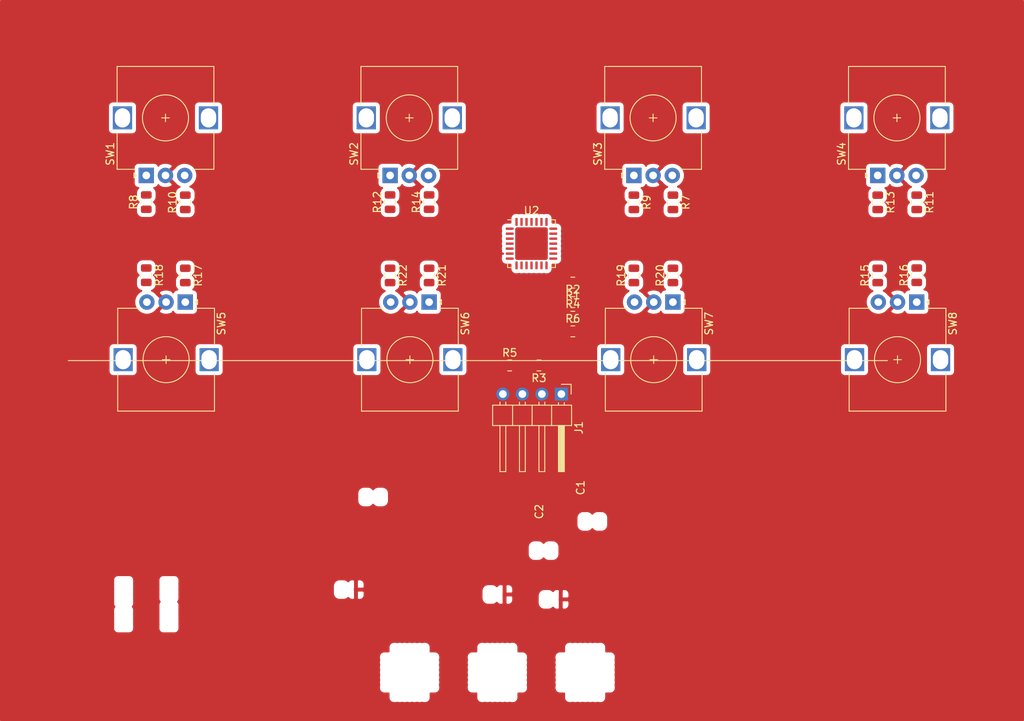
<source format=kicad_pcb>
(kicad_pcb (version 20171130) (host pcbnew 5.1.5-52549c5~86~ubuntu18.04.1)

  (general
    (thickness 1.6)
    (drawings 1)
    (tracks 0)
    (zones 0)
    (modules 34)
    (nets 25)
  )

  (page A4)
  (layers
    (0 F.Cu signal)
    (31 B.Cu signal)
    (32 B.Adhes user)
    (33 F.Adhes user)
    (34 B.Paste user)
    (35 F.Paste user)
    (36 B.SilkS user)
    (37 F.SilkS user)
    (38 B.Mask user)
    (39 F.Mask user)
    (40 Dwgs.User user)
    (41 Cmts.User user)
    (42 Eco1.User user)
    (43 Eco2.User user)
    (44 Edge.Cuts user)
    (45 Margin user)
    (46 B.CrtYd user)
    (47 F.CrtYd user)
    (48 B.Fab user)
    (49 F.Fab user)
  )

  (setup
    (last_trace_width 0.1524)
    (user_trace_width 0.1524)
    (trace_clearance 0.1524)
    (zone_clearance 0.508)
    (zone_45_only no)
    (trace_min 0.1524)
    (via_size 0.6858)
    (via_drill 0.3302)
    (via_min_size 0.508)
    (via_min_drill 0.254)
    (uvia_size 0.3)
    (uvia_drill 0.1)
    (uvias_allowed no)
    (uvia_min_size 0.2)
    (uvia_min_drill 0.1)
    (edge_width 0.05)
    (segment_width 0.2)
    (pcb_text_width 0.3)
    (pcb_text_size 1.5 1.5)
    (mod_edge_width 0.12)
    (mod_text_size 1 1)
    (mod_text_width 0.15)
    (pad_size 1.524 1.524)
    (pad_drill 0.762)
    (pad_to_mask_clearance 0.0508)
    (solder_mask_min_width 0.101)
    (aux_axis_origin 0 0)
    (visible_elements FFFFFF7F)
    (pcbplotparams
      (layerselection 0x010fc_ffffffff)
      (usegerberextensions false)
      (usegerberattributes false)
      (usegerberadvancedattributes false)
      (creategerberjobfile false)
      (excludeedgelayer true)
      (linewidth 0.100000)
      (plotframeref false)
      (viasonmask false)
      (mode 1)
      (useauxorigin false)
      (hpglpennumber 1)
      (hpglpenspeed 20)
      (hpglpendiameter 15.000000)
      (psnegative false)
      (psa4output false)
      (plotreference true)
      (plotvalue true)
      (plotinvisibletext false)
      (padsonsilk false)
      (subtractmaskfromsilk false)
      (outputformat 1)
      (mirror false)
      (drillshape 1)
      (scaleselection 1)
      (outputdirectory ""))
  )

  (net 0 "")
  (net 1 "Net-(R1-Pad2)")
  (net 2 +3V3)
  (net 3 "Net-(R2-Pad1)")
  (net 4 GND)
  (net 5 "Net-(R4-Pad1)")
  (net 6 "Net-(R6-Pad1)")
  (net 7 "Net-(R7-Pad1)")
  (net 8 "Net-(R8-Pad2)")
  (net 9 "Net-(R9-Pad1)")
  (net 10 "Net-(R10-Pad2)")
  (net 11 "Net-(R11-Pad1)")
  (net 12 "Net-(R12-Pad2)")
  (net 13 "Net-(R13-Pad1)")
  (net 14 "Net-(R14-Pad2)")
  (net 15 "Net-(R15-Pad1)")
  (net 16 "Net-(R16-Pad1)")
  (net 17 "Net-(R19-Pad1)")
  (net 18 "Net-(R20-Pad1)")
  (net 19 "Net-(R21-Pad2)")
  (net 20 "Net-(R22-Pad2)")
  (net 21 "Net-(R17-Pad2)")
  (net 22 "Net-(R18-Pad2)")
  (net 23 "Net-(J1-Pad2)")
  (net 24 "Net-(J1-Pad3)")

  (net_class Default "This is the default net class."
    (clearance 0.1524)
    (trace_width 0.1524)
    (via_dia 0.6858)
    (via_drill 0.3302)
    (uvia_dia 0.3)
    (uvia_drill 0.1)
    (add_net "Net-(J1-Pad2)")
    (add_net "Net-(J1-Pad3)")
    (add_net "Net-(R1-Pad2)")
    (add_net "Net-(R10-Pad2)")
    (add_net "Net-(R11-Pad1)")
    (add_net "Net-(R12-Pad2)")
    (add_net "Net-(R13-Pad1)")
    (add_net "Net-(R14-Pad2)")
    (add_net "Net-(R15-Pad1)")
    (add_net "Net-(R16-Pad1)")
    (add_net "Net-(R17-Pad2)")
    (add_net "Net-(R18-Pad2)")
    (add_net "Net-(R19-Pad1)")
    (add_net "Net-(R2-Pad1)")
    (add_net "Net-(R20-Pad1)")
    (add_net "Net-(R21-Pad2)")
    (add_net "Net-(R22-Pad2)")
    (add_net "Net-(R4-Pad1)")
    (add_net "Net-(R6-Pad1)")
    (add_net "Net-(R7-Pad1)")
    (add_net "Net-(R8-Pad2)")
    (add_net "Net-(R9-Pad1)")
  )

  (net_class Power ""
    (clearance 0.1524)
    (trace_width 0.2032)
    (via_dia 0.6858)
    (via_drill 0.3302)
    (uvia_dia 0.3)
    (uvia_drill 0.1)
    (add_net +3V3)
    (add_net GND)
  )

  (module Resistor_SMD:R_0805_2012Metric (layer F.Cu) (tedit 5B36C52B) (tstamp 5ED02957)
    (at 154.6075 85.09 180)
    (descr "Resistor SMD 0805 (2012 Metric), square (rectangular) end terminal, IPC_7351 nominal, (Body size source: https://docs.google.com/spreadsheets/d/1BsfQQcO9C6DZCsRaXUlFlo91Tg2WpOkGARC1WS5S8t0/edit?usp=sharing), generated with kicad-footprint-generator")
    (tags resistor)
    (path /5EDC2D9D)
    (attr smd)
    (fp_text reference R1 (at 0 -1.65) (layer F.SilkS)
      (effects (font (size 1 1) (thickness 0.15)))
    )
    (fp_text value R (at 0 1.65) (layer F.Fab)
      (effects (font (size 1 1) (thickness 0.15)))
    )
    (fp_text user %R (at 0 0) (layer F.Fab)
      (effects (font (size 0.5 0.5) (thickness 0.08)))
    )
    (fp_line (start 1.68 0.95) (end -1.68 0.95) (layer F.CrtYd) (width 0.05))
    (fp_line (start 1.68 -0.95) (end 1.68 0.95) (layer F.CrtYd) (width 0.05))
    (fp_line (start -1.68 -0.95) (end 1.68 -0.95) (layer F.CrtYd) (width 0.05))
    (fp_line (start -1.68 0.95) (end -1.68 -0.95) (layer F.CrtYd) (width 0.05))
    (fp_line (start -0.258578 0.71) (end 0.258578 0.71) (layer F.SilkS) (width 0.12))
    (fp_line (start -0.258578 -0.71) (end 0.258578 -0.71) (layer F.SilkS) (width 0.12))
    (fp_line (start 1 0.6) (end -1 0.6) (layer F.Fab) (width 0.1))
    (fp_line (start 1 -0.6) (end 1 0.6) (layer F.Fab) (width 0.1))
    (fp_line (start -1 -0.6) (end 1 -0.6) (layer F.Fab) (width 0.1))
    (fp_line (start -1 0.6) (end -1 -0.6) (layer F.Fab) (width 0.1))
    (pad 2 smd roundrect (at 0.9375 0 180) (size 0.975 1.4) (layers F.Cu F.Paste F.Mask) (roundrect_rratio 0.25)
      (net 1 "Net-(R1-Pad2)"))
    (pad 1 smd roundrect (at -0.9375 0 180) (size 0.975 1.4) (layers F.Cu F.Paste F.Mask) (roundrect_rratio 0.25)
      (net 2 +3V3))
    (model ${KISYS3DMOD}/Resistor_SMD.3dshapes/R_0805_2012Metric.wrl
      (at (xyz 0 0 0))
      (scale (xyz 1 1 1))
      (rotate (xyz 0 0 0))
    )
  )

  (module Resistor_SMD:R_0805_2012Metric (layer F.Cu) (tedit 5B36C52B) (tstamp 5ED02A9C)
    (at 154.6075 87.63)
    (descr "Resistor SMD 0805 (2012 Metric), square (rectangular) end terminal, IPC_7351 nominal, (Body size source: https://docs.google.com/spreadsheets/d/1BsfQQcO9C6DZCsRaXUlFlo91Tg2WpOkGARC1WS5S8t0/edit?usp=sharing), generated with kicad-footprint-generator")
    (tags resistor)
    (path /5EDB247A)
    (attr smd)
    (fp_text reference R2 (at 0 -1.65) (layer F.SilkS)
      (effects (font (size 1 1) (thickness 0.15)))
    )
    (fp_text value R (at 0 1.65) (layer F.Fab)
      (effects (font (size 1 1) (thickness 0.15)))
    )
    (fp_line (start -1 0.6) (end -1 -0.6) (layer F.Fab) (width 0.1))
    (fp_line (start -1 -0.6) (end 1 -0.6) (layer F.Fab) (width 0.1))
    (fp_line (start 1 -0.6) (end 1 0.6) (layer F.Fab) (width 0.1))
    (fp_line (start 1 0.6) (end -1 0.6) (layer F.Fab) (width 0.1))
    (fp_line (start -0.258578 -0.71) (end 0.258578 -0.71) (layer F.SilkS) (width 0.12))
    (fp_line (start -0.258578 0.71) (end 0.258578 0.71) (layer F.SilkS) (width 0.12))
    (fp_line (start -1.68 0.95) (end -1.68 -0.95) (layer F.CrtYd) (width 0.05))
    (fp_line (start -1.68 -0.95) (end 1.68 -0.95) (layer F.CrtYd) (width 0.05))
    (fp_line (start 1.68 -0.95) (end 1.68 0.95) (layer F.CrtYd) (width 0.05))
    (fp_line (start 1.68 0.95) (end -1.68 0.95) (layer F.CrtYd) (width 0.05))
    (fp_text user %R (at 0 0) (layer F.Fab)
      (effects (font (size 0.5 0.5) (thickness 0.08)))
    )
    (pad 1 smd roundrect (at -0.9375 0) (size 0.975 1.4) (layers F.Cu F.Paste F.Mask) (roundrect_rratio 0.25)
      (net 3 "Net-(R2-Pad1)"))
    (pad 2 smd roundrect (at 0.9375 0) (size 0.975 1.4) (layers F.Cu F.Paste F.Mask) (roundrect_rratio 0.25)
      (net 4 GND))
    (model ${KISYS3DMOD}/Resistor_SMD.3dshapes/R_0805_2012Metric.wrl
      (at (xyz 0 0 0))
      (scale (xyz 1 1 1))
      (rotate (xyz 0 0 0))
    )
  )

  (module Resistor_SMD:R_0805_2012Metric (layer F.Cu) (tedit 5B36C52B) (tstamp 5ECFEB85)
    (at 150.1925 95.885 180)
    (descr "Resistor SMD 0805 (2012 Metric), square (rectangular) end terminal, IPC_7351 nominal, (Body size source: https://docs.google.com/spreadsheets/d/1BsfQQcO9C6DZCsRaXUlFlo91Tg2WpOkGARC1WS5S8t0/edit?usp=sharing), generated with kicad-footprint-generator")
    (tags resistor)
    (path /5EDB12AD)
    (attr smd)
    (fp_text reference R3 (at 0 -1.65) (layer F.SilkS)
      (effects (font (size 1 1) (thickness 0.15)))
    )
    (fp_text value R (at 0 1.65) (layer F.Fab)
      (effects (font (size 1 1) (thickness 0.15)))
    )
    (fp_text user %R (at 0 0) (layer F.Fab)
      (effects (font (size 0.5 0.5) (thickness 0.08)))
    )
    (fp_line (start 1.68 0.95) (end -1.68 0.95) (layer F.CrtYd) (width 0.05))
    (fp_line (start 1.68 -0.95) (end 1.68 0.95) (layer F.CrtYd) (width 0.05))
    (fp_line (start -1.68 -0.95) (end 1.68 -0.95) (layer F.CrtYd) (width 0.05))
    (fp_line (start -1.68 0.95) (end -1.68 -0.95) (layer F.CrtYd) (width 0.05))
    (fp_line (start -0.258578 0.71) (end 0.258578 0.71) (layer F.SilkS) (width 0.12))
    (fp_line (start -0.258578 -0.71) (end 0.258578 -0.71) (layer F.SilkS) (width 0.12))
    (fp_line (start 1 0.6) (end -1 0.6) (layer F.Fab) (width 0.1))
    (fp_line (start 1 -0.6) (end 1 0.6) (layer F.Fab) (width 0.1))
    (fp_line (start -1 -0.6) (end 1 -0.6) (layer F.Fab) (width 0.1))
    (fp_line (start -1 0.6) (end -1 -0.6) (layer F.Fab) (width 0.1))
    (pad 2 smd roundrect (at 0.9375 0 180) (size 0.975 1.4) (layers F.Cu F.Paste F.Mask) (roundrect_rratio 0.25)
      (net 23 "Net-(J1-Pad2)"))
    (pad 1 smd roundrect (at -0.9375 0 180) (size 0.975 1.4) (layers F.Cu F.Paste F.Mask) (roundrect_rratio 0.25)
      (net 2 +3V3))
    (model ${KISYS3DMOD}/Resistor_SMD.3dshapes/R_0805_2012Metric.wrl
      (at (xyz 0 0 0))
      (scale (xyz 1 1 1))
      (rotate (xyz 0 0 0))
    )
  )

  (module Resistor_SMD:R_0805_2012Metric (layer F.Cu) (tedit 5B36C52B) (tstamp 5ECFEB96)
    (at 154.6075 89.535)
    (descr "Resistor SMD 0805 (2012 Metric), square (rectangular) end terminal, IPC_7351 nominal, (Body size source: https://docs.google.com/spreadsheets/d/1BsfQQcO9C6DZCsRaXUlFlo91Tg2WpOkGARC1WS5S8t0/edit?usp=sharing), generated with kicad-footprint-generator")
    (tags resistor)
    (path /5EDB20F6)
    (attr smd)
    (fp_text reference R4 (at 0 -1.65) (layer F.SilkS)
      (effects (font (size 1 1) (thickness 0.15)))
    )
    (fp_text value R (at 0 1.65) (layer F.Fab)
      (effects (font (size 1 1) (thickness 0.15)))
    )
    (fp_text user %R (at 0 0) (layer F.Fab)
      (effects (font (size 0.5 0.5) (thickness 0.08)))
    )
    (fp_line (start 1.68 0.95) (end -1.68 0.95) (layer F.CrtYd) (width 0.05))
    (fp_line (start 1.68 -0.95) (end 1.68 0.95) (layer F.CrtYd) (width 0.05))
    (fp_line (start -1.68 -0.95) (end 1.68 -0.95) (layer F.CrtYd) (width 0.05))
    (fp_line (start -1.68 0.95) (end -1.68 -0.95) (layer F.CrtYd) (width 0.05))
    (fp_line (start -0.258578 0.71) (end 0.258578 0.71) (layer F.SilkS) (width 0.12))
    (fp_line (start -0.258578 -0.71) (end 0.258578 -0.71) (layer F.SilkS) (width 0.12))
    (fp_line (start 1 0.6) (end -1 0.6) (layer F.Fab) (width 0.1))
    (fp_line (start 1 -0.6) (end 1 0.6) (layer F.Fab) (width 0.1))
    (fp_line (start -1 -0.6) (end 1 -0.6) (layer F.Fab) (width 0.1))
    (fp_line (start -1 0.6) (end -1 -0.6) (layer F.Fab) (width 0.1))
    (pad 2 smd roundrect (at 0.9375 0) (size 0.975 1.4) (layers F.Cu F.Paste F.Mask) (roundrect_rratio 0.25)
      (net 4 GND))
    (pad 1 smd roundrect (at -0.9375 0) (size 0.975 1.4) (layers F.Cu F.Paste F.Mask) (roundrect_rratio 0.25)
      (net 5 "Net-(R4-Pad1)"))
    (model ${KISYS3DMOD}/Resistor_SMD.3dshapes/R_0805_2012Metric.wrl
      (at (xyz 0 0 0))
      (scale (xyz 1 1 1))
      (rotate (xyz 0 0 0))
    )
  )

  (module Resistor_SMD:R_0805_2012Metric (layer F.Cu) (tedit 5B36C52B) (tstamp 5ECFEBA7)
    (at 146.3825 95.885)
    (descr "Resistor SMD 0805 (2012 Metric), square (rectangular) end terminal, IPC_7351 nominal, (Body size source: https://docs.google.com/spreadsheets/d/1BsfQQcO9C6DZCsRaXUlFlo91Tg2WpOkGARC1WS5S8t0/edit?usp=sharing), generated with kicad-footprint-generator")
    (tags resistor)
    (path /5EDB0E96)
    (attr smd)
    (fp_text reference R5 (at 0 -1.65) (layer F.SilkS)
      (effects (font (size 1 1) (thickness 0.15)))
    )
    (fp_text value R (at 0 1.65) (layer F.Fab)
      (effects (font (size 1 1) (thickness 0.15)))
    )
    (fp_text user %R (at 0 0) (layer F.Fab)
      (effects (font (size 0.5 0.5) (thickness 0.08)))
    )
    (fp_line (start 1.68 0.95) (end -1.68 0.95) (layer F.CrtYd) (width 0.05))
    (fp_line (start 1.68 -0.95) (end 1.68 0.95) (layer F.CrtYd) (width 0.05))
    (fp_line (start -1.68 -0.95) (end 1.68 -0.95) (layer F.CrtYd) (width 0.05))
    (fp_line (start -1.68 0.95) (end -1.68 -0.95) (layer F.CrtYd) (width 0.05))
    (fp_line (start -0.258578 0.71) (end 0.258578 0.71) (layer F.SilkS) (width 0.12))
    (fp_line (start -0.258578 -0.71) (end 0.258578 -0.71) (layer F.SilkS) (width 0.12))
    (fp_line (start 1 0.6) (end -1 0.6) (layer F.Fab) (width 0.1))
    (fp_line (start 1 -0.6) (end 1 0.6) (layer F.Fab) (width 0.1))
    (fp_line (start -1 -0.6) (end 1 -0.6) (layer F.Fab) (width 0.1))
    (fp_line (start -1 0.6) (end -1 -0.6) (layer F.Fab) (width 0.1))
    (pad 2 smd roundrect (at 0.9375 0) (size 0.975 1.4) (layers F.Cu F.Paste F.Mask) (roundrect_rratio 0.25)
      (net 24 "Net-(J1-Pad3)"))
    (pad 1 smd roundrect (at -0.9375 0) (size 0.975 1.4) (layers F.Cu F.Paste F.Mask) (roundrect_rratio 0.25)
      (net 2 +3V3))
    (model ${KISYS3DMOD}/Resistor_SMD.3dshapes/R_0805_2012Metric.wrl
      (at (xyz 0 0 0))
      (scale (xyz 1 1 1))
      (rotate (xyz 0 0 0))
    )
  )

  (module Resistor_SMD:R_0805_2012Metric (layer F.Cu) (tedit 5B36C52B) (tstamp 5ECFEBB8)
    (at 154.6075 91.44)
    (descr "Resistor SMD 0805 (2012 Metric), square (rectangular) end terminal, IPC_7351 nominal, (Body size source: https://docs.google.com/spreadsheets/d/1BsfQQcO9C6DZCsRaXUlFlo91Tg2WpOkGARC1WS5S8t0/edit?usp=sharing), generated with kicad-footprint-generator")
    (tags resistor)
    (path /5EDB1B0F)
    (attr smd)
    (fp_text reference R6 (at 0 -1.65) (layer F.SilkS)
      (effects (font (size 1 1) (thickness 0.15)))
    )
    (fp_text value R (at 0 1.65) (layer F.Fab)
      (effects (font (size 1 1) (thickness 0.15)))
    )
    (fp_line (start -1 0.6) (end -1 -0.6) (layer F.Fab) (width 0.1))
    (fp_line (start -1 -0.6) (end 1 -0.6) (layer F.Fab) (width 0.1))
    (fp_line (start 1 -0.6) (end 1 0.6) (layer F.Fab) (width 0.1))
    (fp_line (start 1 0.6) (end -1 0.6) (layer F.Fab) (width 0.1))
    (fp_line (start -0.258578 -0.71) (end 0.258578 -0.71) (layer F.SilkS) (width 0.12))
    (fp_line (start -0.258578 0.71) (end 0.258578 0.71) (layer F.SilkS) (width 0.12))
    (fp_line (start -1.68 0.95) (end -1.68 -0.95) (layer F.CrtYd) (width 0.05))
    (fp_line (start -1.68 -0.95) (end 1.68 -0.95) (layer F.CrtYd) (width 0.05))
    (fp_line (start 1.68 -0.95) (end 1.68 0.95) (layer F.CrtYd) (width 0.05))
    (fp_line (start 1.68 0.95) (end -1.68 0.95) (layer F.CrtYd) (width 0.05))
    (fp_text user %R (at 0 0) (layer F.Fab)
      (effects (font (size 0.5 0.5) (thickness 0.08)))
    )
    (pad 1 smd roundrect (at -0.9375 0) (size 0.975 1.4) (layers F.Cu F.Paste F.Mask) (roundrect_rratio 0.25)
      (net 6 "Net-(R6-Pad1)"))
    (pad 2 smd roundrect (at 0.9375 0) (size 0.975 1.4) (layers F.Cu F.Paste F.Mask) (roundrect_rratio 0.25)
      (net 4 GND))
    (model ${KISYS3DMOD}/Resistor_SMD.3dshapes/R_0805_2012Metric.wrl
      (at (xyz 0 0 0))
      (scale (xyz 1 1 1))
      (rotate (xyz 0 0 0))
    )
  )

  (module Resistor_SMD:R_0805_2012Metric (layer F.Cu) (tedit 5B36C52B) (tstamp 5ECFEBC9)
    (at 167.64 74.6275 270)
    (descr "Resistor SMD 0805 (2012 Metric), square (rectangular) end terminal, IPC_7351 nominal, (Body size source: https://docs.google.com/spreadsheets/d/1BsfQQcO9C6DZCsRaXUlFlo91Tg2WpOkGARC1WS5S8t0/edit?usp=sharing), generated with kicad-footprint-generator")
    (tags resistor)
    (path /5EE33D90)
    (attr smd)
    (fp_text reference R7 (at 0 -1.65 90) (layer F.SilkS)
      (effects (font (size 1 1) (thickness 0.15)))
    )
    (fp_text value R (at 0 1.65 90) (layer F.Fab)
      (effects (font (size 1 1) (thickness 0.15)))
    )
    (fp_line (start -1 0.6) (end -1 -0.6) (layer F.Fab) (width 0.1))
    (fp_line (start -1 -0.6) (end 1 -0.6) (layer F.Fab) (width 0.1))
    (fp_line (start 1 -0.6) (end 1 0.6) (layer F.Fab) (width 0.1))
    (fp_line (start 1 0.6) (end -1 0.6) (layer F.Fab) (width 0.1))
    (fp_line (start -0.258578 -0.71) (end 0.258578 -0.71) (layer F.SilkS) (width 0.12))
    (fp_line (start -0.258578 0.71) (end 0.258578 0.71) (layer F.SilkS) (width 0.12))
    (fp_line (start -1.68 0.95) (end -1.68 -0.95) (layer F.CrtYd) (width 0.05))
    (fp_line (start -1.68 -0.95) (end 1.68 -0.95) (layer F.CrtYd) (width 0.05))
    (fp_line (start 1.68 -0.95) (end 1.68 0.95) (layer F.CrtYd) (width 0.05))
    (fp_line (start 1.68 0.95) (end -1.68 0.95) (layer F.CrtYd) (width 0.05))
    (fp_text user %R (at 0 0 90) (layer F.Fab)
      (effects (font (size 0.5 0.5) (thickness 0.08)))
    )
    (pad 1 smd roundrect (at -0.9375 0 270) (size 0.975 1.4) (layers F.Cu F.Paste F.Mask) (roundrect_rratio 0.25)
      (net 7 "Net-(R7-Pad1)"))
    (pad 2 smd roundrect (at 0.9375 0 270) (size 0.975 1.4) (layers F.Cu F.Paste F.Mask) (roundrect_rratio 0.25)
      (net 2 +3V3))
    (model ${KISYS3DMOD}/Resistor_SMD.3dshapes/R_0805_2012Metric.wrl
      (at (xyz 0 0 0))
      (scale (xyz 1 1 1))
      (rotate (xyz 0 0 0))
    )
  )

  (module Resistor_SMD:R_0805_2012Metric (layer F.Cu) (tedit 5B36C52B) (tstamp 5ECFEBDA)
    (at 99.06 74.5975 90)
    (descr "Resistor SMD 0805 (2012 Metric), square (rectangular) end terminal, IPC_7351 nominal, (Body size source: https://docs.google.com/spreadsheets/d/1BsfQQcO9C6DZCsRaXUlFlo91Tg2WpOkGARC1WS5S8t0/edit?usp=sharing), generated with kicad-footprint-generator")
    (tags resistor)
    (path /5ED7C619)
    (attr smd)
    (fp_text reference R8 (at 0 -1.65 90) (layer F.SilkS)
      (effects (font (size 1 1) (thickness 0.15)))
    )
    (fp_text value R (at 0 1.65 90) (layer F.Fab)
      (effects (font (size 1 1) (thickness 0.15)))
    )
    (fp_line (start -1 0.6) (end -1 -0.6) (layer F.Fab) (width 0.1))
    (fp_line (start -1 -0.6) (end 1 -0.6) (layer F.Fab) (width 0.1))
    (fp_line (start 1 -0.6) (end 1 0.6) (layer F.Fab) (width 0.1))
    (fp_line (start 1 0.6) (end -1 0.6) (layer F.Fab) (width 0.1))
    (fp_line (start -0.258578 -0.71) (end 0.258578 -0.71) (layer F.SilkS) (width 0.12))
    (fp_line (start -0.258578 0.71) (end 0.258578 0.71) (layer F.SilkS) (width 0.12))
    (fp_line (start -1.68 0.95) (end -1.68 -0.95) (layer F.CrtYd) (width 0.05))
    (fp_line (start -1.68 -0.95) (end 1.68 -0.95) (layer F.CrtYd) (width 0.05))
    (fp_line (start 1.68 -0.95) (end 1.68 0.95) (layer F.CrtYd) (width 0.05))
    (fp_line (start 1.68 0.95) (end -1.68 0.95) (layer F.CrtYd) (width 0.05))
    (fp_text user %R (at 0 0 90) (layer F.Fab)
      (effects (font (size 0.5 0.5) (thickness 0.08)))
    )
    (pad 1 smd roundrect (at -0.9375 0 90) (size 0.975 1.4) (layers F.Cu F.Paste F.Mask) (roundrect_rratio 0.25)
      (net 2 +3V3))
    (pad 2 smd roundrect (at 0.9375 0 90) (size 0.975 1.4) (layers F.Cu F.Paste F.Mask) (roundrect_rratio 0.25)
      (net 8 "Net-(R8-Pad2)"))
    (model ${KISYS3DMOD}/Resistor_SMD.3dshapes/R_0805_2012Metric.wrl
      (at (xyz 0 0 0))
      (scale (xyz 1 1 1))
      (rotate (xyz 0 0 0))
    )
  )

  (module Resistor_SMD:R_0805_2012Metric (layer F.Cu) (tedit 5B36C52B) (tstamp 5ECFEBEB)
    (at 162.56 74.6275 270)
    (descr "Resistor SMD 0805 (2012 Metric), square (rectangular) end terminal, IPC_7351 nominal, (Body size source: https://docs.google.com/spreadsheets/d/1BsfQQcO9C6DZCsRaXUlFlo91Tg2WpOkGARC1WS5S8t0/edit?usp=sharing), generated with kicad-footprint-generator")
    (tags resistor)
    (path /5EE5FDB0)
    (attr smd)
    (fp_text reference R9 (at 0 -1.65 90) (layer F.SilkS)
      (effects (font (size 1 1) (thickness 0.15)))
    )
    (fp_text value R (at 0 1.65 90) (layer F.Fab)
      (effects (font (size 1 1) (thickness 0.15)))
    )
    (fp_text user %R (at 0 0 90) (layer F.Fab)
      (effects (font (size 0.5 0.5) (thickness 0.08)))
    )
    (fp_line (start 1.68 0.95) (end -1.68 0.95) (layer F.CrtYd) (width 0.05))
    (fp_line (start 1.68 -0.95) (end 1.68 0.95) (layer F.CrtYd) (width 0.05))
    (fp_line (start -1.68 -0.95) (end 1.68 -0.95) (layer F.CrtYd) (width 0.05))
    (fp_line (start -1.68 0.95) (end -1.68 -0.95) (layer F.CrtYd) (width 0.05))
    (fp_line (start -0.258578 0.71) (end 0.258578 0.71) (layer F.SilkS) (width 0.12))
    (fp_line (start -0.258578 -0.71) (end 0.258578 -0.71) (layer F.SilkS) (width 0.12))
    (fp_line (start 1 0.6) (end -1 0.6) (layer F.Fab) (width 0.1))
    (fp_line (start 1 -0.6) (end 1 0.6) (layer F.Fab) (width 0.1))
    (fp_line (start -1 -0.6) (end 1 -0.6) (layer F.Fab) (width 0.1))
    (fp_line (start -1 0.6) (end -1 -0.6) (layer F.Fab) (width 0.1))
    (pad 2 smd roundrect (at 0.9375 0 270) (size 0.975 1.4) (layers F.Cu F.Paste F.Mask) (roundrect_rratio 0.25)
      (net 2 +3V3))
    (pad 1 smd roundrect (at -0.9375 0 270) (size 0.975 1.4) (layers F.Cu F.Paste F.Mask) (roundrect_rratio 0.25)
      (net 9 "Net-(R9-Pad1)"))
    (model ${KISYS3DMOD}/Resistor_SMD.3dshapes/R_0805_2012Metric.wrl
      (at (xyz 0 0 0))
      (scale (xyz 1 1 1))
      (rotate (xyz 0 0 0))
    )
  )

  (module Resistor_SMD:R_0805_2012Metric (layer F.Cu) (tedit 5B36C52B) (tstamp 5ECFEBFC)
    (at 104.14 74.6275 90)
    (descr "Resistor SMD 0805 (2012 Metric), square (rectangular) end terminal, IPC_7351 nominal, (Body size source: https://docs.google.com/spreadsheets/d/1BsfQQcO9C6DZCsRaXUlFlo91Tg2WpOkGARC1WS5S8t0/edit?usp=sharing), generated with kicad-footprint-generator")
    (tags resistor)
    (path /5ED7C327)
    (attr smd)
    (fp_text reference R10 (at 0 -1.65 90) (layer F.SilkS)
      (effects (font (size 1 1) (thickness 0.15)))
    )
    (fp_text value R (at 0 1.65 90) (layer F.Fab)
      (effects (font (size 1 1) (thickness 0.15)))
    )
    (fp_text user %R (at 0 0 90) (layer F.Fab)
      (effects (font (size 0.5 0.5) (thickness 0.08)))
    )
    (fp_line (start 1.68 0.95) (end -1.68 0.95) (layer F.CrtYd) (width 0.05))
    (fp_line (start 1.68 -0.95) (end 1.68 0.95) (layer F.CrtYd) (width 0.05))
    (fp_line (start -1.68 -0.95) (end 1.68 -0.95) (layer F.CrtYd) (width 0.05))
    (fp_line (start -1.68 0.95) (end -1.68 -0.95) (layer F.CrtYd) (width 0.05))
    (fp_line (start -0.258578 0.71) (end 0.258578 0.71) (layer F.SilkS) (width 0.12))
    (fp_line (start -0.258578 -0.71) (end 0.258578 -0.71) (layer F.SilkS) (width 0.12))
    (fp_line (start 1 0.6) (end -1 0.6) (layer F.Fab) (width 0.1))
    (fp_line (start 1 -0.6) (end 1 0.6) (layer F.Fab) (width 0.1))
    (fp_line (start -1 -0.6) (end 1 -0.6) (layer F.Fab) (width 0.1))
    (fp_line (start -1 0.6) (end -1 -0.6) (layer F.Fab) (width 0.1))
    (pad 2 smd roundrect (at 0.9375 0 90) (size 0.975 1.4) (layers F.Cu F.Paste F.Mask) (roundrect_rratio 0.25)
      (net 10 "Net-(R10-Pad2)"))
    (pad 1 smd roundrect (at -0.9375 0 90) (size 0.975 1.4) (layers F.Cu F.Paste F.Mask) (roundrect_rratio 0.25)
      (net 2 +3V3))
    (model ${KISYS3DMOD}/Resistor_SMD.3dshapes/R_0805_2012Metric.wrl
      (at (xyz 0 0 0))
      (scale (xyz 1 1 1))
      (rotate (xyz 0 0 0))
    )
  )

  (module Resistor_SMD:R_0805_2012Metric (layer F.Cu) (tedit 5B36C52B) (tstamp 5ECFEC0D)
    (at 199.39 74.6275 270)
    (descr "Resistor SMD 0805 (2012 Metric), square (rectangular) end terminal, IPC_7351 nominal, (Body size source: https://docs.google.com/spreadsheets/d/1BsfQQcO9C6DZCsRaXUlFlo91Tg2WpOkGARC1WS5S8t0/edit?usp=sharing), generated with kicad-footprint-generator")
    (tags resistor)
    (path /5EE6027D)
    (attr smd)
    (fp_text reference R11 (at 0 -1.65 90) (layer F.SilkS)
      (effects (font (size 1 1) (thickness 0.15)))
    )
    (fp_text value R (at 0 1.65 90) (layer F.Fab)
      (effects (font (size 1 1) (thickness 0.15)))
    )
    (fp_line (start -1 0.6) (end -1 -0.6) (layer F.Fab) (width 0.1))
    (fp_line (start -1 -0.6) (end 1 -0.6) (layer F.Fab) (width 0.1))
    (fp_line (start 1 -0.6) (end 1 0.6) (layer F.Fab) (width 0.1))
    (fp_line (start 1 0.6) (end -1 0.6) (layer F.Fab) (width 0.1))
    (fp_line (start -0.258578 -0.71) (end 0.258578 -0.71) (layer F.SilkS) (width 0.12))
    (fp_line (start -0.258578 0.71) (end 0.258578 0.71) (layer F.SilkS) (width 0.12))
    (fp_line (start -1.68 0.95) (end -1.68 -0.95) (layer F.CrtYd) (width 0.05))
    (fp_line (start -1.68 -0.95) (end 1.68 -0.95) (layer F.CrtYd) (width 0.05))
    (fp_line (start 1.68 -0.95) (end 1.68 0.95) (layer F.CrtYd) (width 0.05))
    (fp_line (start 1.68 0.95) (end -1.68 0.95) (layer F.CrtYd) (width 0.05))
    (fp_text user %R (at 0 0 90) (layer F.Fab)
      (effects (font (size 0.5 0.5) (thickness 0.08)))
    )
    (pad 1 smd roundrect (at -0.9375 0 270) (size 0.975 1.4) (layers F.Cu F.Paste F.Mask) (roundrect_rratio 0.25)
      (net 11 "Net-(R11-Pad1)"))
    (pad 2 smd roundrect (at 0.9375 0 270) (size 0.975 1.4) (layers F.Cu F.Paste F.Mask) (roundrect_rratio 0.25)
      (net 2 +3V3))
    (model ${KISYS3DMOD}/Resistor_SMD.3dshapes/R_0805_2012Metric.wrl
      (at (xyz 0 0 0))
      (scale (xyz 1 1 1))
      (rotate (xyz 0 0 0))
    )
  )

  (module Resistor_SMD:R_0805_2012Metric (layer F.Cu) (tedit 5B36C52B) (tstamp 5ECFEC1E)
    (at 130.81 74.5975 90)
    (descr "Resistor SMD 0805 (2012 Metric), square (rectangular) end terminal, IPC_7351 nominal, (Body size source: https://docs.google.com/spreadsheets/d/1BsfQQcO9C6DZCsRaXUlFlo91Tg2WpOkGARC1WS5S8t0/edit?usp=sharing), generated with kicad-footprint-generator")
    (tags resistor)
    (path /5ED57426)
    (attr smd)
    (fp_text reference R12 (at 0 -1.65 90) (layer F.SilkS)
      (effects (font (size 1 1) (thickness 0.15)))
    )
    (fp_text value R (at 0 1.65 90) (layer F.Fab)
      (effects (font (size 1 1) (thickness 0.15)))
    )
    (fp_line (start -1 0.6) (end -1 -0.6) (layer F.Fab) (width 0.1))
    (fp_line (start -1 -0.6) (end 1 -0.6) (layer F.Fab) (width 0.1))
    (fp_line (start 1 -0.6) (end 1 0.6) (layer F.Fab) (width 0.1))
    (fp_line (start 1 0.6) (end -1 0.6) (layer F.Fab) (width 0.1))
    (fp_line (start -0.258578 -0.71) (end 0.258578 -0.71) (layer F.SilkS) (width 0.12))
    (fp_line (start -0.258578 0.71) (end 0.258578 0.71) (layer F.SilkS) (width 0.12))
    (fp_line (start -1.68 0.95) (end -1.68 -0.95) (layer F.CrtYd) (width 0.05))
    (fp_line (start -1.68 -0.95) (end 1.68 -0.95) (layer F.CrtYd) (width 0.05))
    (fp_line (start 1.68 -0.95) (end 1.68 0.95) (layer F.CrtYd) (width 0.05))
    (fp_line (start 1.68 0.95) (end -1.68 0.95) (layer F.CrtYd) (width 0.05))
    (fp_text user %R (at 0 0 90) (layer F.Fab)
      (effects (font (size 0.5 0.5) (thickness 0.08)))
    )
    (pad 1 smd roundrect (at -0.9375 0 90) (size 0.975 1.4) (layers F.Cu F.Paste F.Mask) (roundrect_rratio 0.25)
      (net 2 +3V3))
    (pad 2 smd roundrect (at 0.9375 0 90) (size 0.975 1.4) (layers F.Cu F.Paste F.Mask) (roundrect_rratio 0.25)
      (net 12 "Net-(R12-Pad2)"))
    (model ${KISYS3DMOD}/Resistor_SMD.3dshapes/R_0805_2012Metric.wrl
      (at (xyz 0 0 0))
      (scale (xyz 1 1 1))
      (rotate (xyz 0 0 0))
    )
  )

  (module Resistor_SMD:R_0805_2012Metric (layer F.Cu) (tedit 5B36C52B) (tstamp 5ED01F5A)
    (at 194.31 74.6275 270)
    (descr "Resistor SMD 0805 (2012 Metric), square (rectangular) end terminal, IPC_7351 nominal, (Body size source: https://docs.google.com/spreadsheets/d/1BsfQQcO9C6DZCsRaXUlFlo91Tg2WpOkGARC1WS5S8t0/edit?usp=sharing), generated with kicad-footprint-generator")
    (tags resistor)
    (path /5EE607E9)
    (attr smd)
    (fp_text reference R13 (at 0 -1.65 90) (layer F.SilkS)
      (effects (font (size 1 1) (thickness 0.15)))
    )
    (fp_text value R (at 0 1.65 90) (layer F.Fab)
      (effects (font (size 1 1) (thickness 0.15)))
    )
    (fp_text user %R (at 0 0 90) (layer F.Fab)
      (effects (font (size 0.5 0.5) (thickness 0.08)))
    )
    (fp_line (start 1.68 0.95) (end -1.68 0.95) (layer F.CrtYd) (width 0.05))
    (fp_line (start 1.68 -0.95) (end 1.68 0.95) (layer F.CrtYd) (width 0.05))
    (fp_line (start -1.68 -0.95) (end 1.68 -0.95) (layer F.CrtYd) (width 0.05))
    (fp_line (start -1.68 0.95) (end -1.68 -0.95) (layer F.CrtYd) (width 0.05))
    (fp_line (start -0.258578 0.71) (end 0.258578 0.71) (layer F.SilkS) (width 0.12))
    (fp_line (start -0.258578 -0.71) (end 0.258578 -0.71) (layer F.SilkS) (width 0.12))
    (fp_line (start 1 0.6) (end -1 0.6) (layer F.Fab) (width 0.1))
    (fp_line (start 1 -0.6) (end 1 0.6) (layer F.Fab) (width 0.1))
    (fp_line (start -1 -0.6) (end 1 -0.6) (layer F.Fab) (width 0.1))
    (fp_line (start -1 0.6) (end -1 -0.6) (layer F.Fab) (width 0.1))
    (pad 2 smd roundrect (at 0.9375 0 270) (size 0.975 1.4) (layers F.Cu F.Paste F.Mask) (roundrect_rratio 0.25)
      (net 2 +3V3))
    (pad 1 smd roundrect (at -0.9375 0 270) (size 0.975 1.4) (layers F.Cu F.Paste F.Mask) (roundrect_rratio 0.25)
      (net 13 "Net-(R13-Pad1)"))
    (model ${KISYS3DMOD}/Resistor_SMD.3dshapes/R_0805_2012Metric.wrl
      (at (xyz 0 0 0))
      (scale (xyz 1 1 1))
      (rotate (xyz 0 0 0))
    )
  )

  (module Resistor_SMD:R_0805_2012Metric (layer F.Cu) (tedit 5B36C52B) (tstamp 5ECFEC40)
    (at 135.89 74.5975 90)
    (descr "Resistor SMD 0805 (2012 Metric), square (rectangular) end terminal, IPC_7351 nominal, (Body size source: https://docs.google.com/spreadsheets/d/1BsfQQcO9C6DZCsRaXUlFlo91Tg2WpOkGARC1WS5S8t0/edit?usp=sharing), generated with kicad-footprint-generator")
    (tags resistor)
    (path /5ED56B01)
    (attr smd)
    (fp_text reference R14 (at 0 -1.65 90) (layer F.SilkS)
      (effects (font (size 1 1) (thickness 0.15)))
    )
    (fp_text value R (at 0 1.65 90) (layer F.Fab)
      (effects (font (size 1 1) (thickness 0.15)))
    )
    (fp_text user %R (at 0 0 90) (layer F.Fab)
      (effects (font (size 0.5 0.5) (thickness 0.08)))
    )
    (fp_line (start 1.68 0.95) (end -1.68 0.95) (layer F.CrtYd) (width 0.05))
    (fp_line (start 1.68 -0.95) (end 1.68 0.95) (layer F.CrtYd) (width 0.05))
    (fp_line (start -1.68 -0.95) (end 1.68 -0.95) (layer F.CrtYd) (width 0.05))
    (fp_line (start -1.68 0.95) (end -1.68 -0.95) (layer F.CrtYd) (width 0.05))
    (fp_line (start -0.258578 0.71) (end 0.258578 0.71) (layer F.SilkS) (width 0.12))
    (fp_line (start -0.258578 -0.71) (end 0.258578 -0.71) (layer F.SilkS) (width 0.12))
    (fp_line (start 1 0.6) (end -1 0.6) (layer F.Fab) (width 0.1))
    (fp_line (start 1 -0.6) (end 1 0.6) (layer F.Fab) (width 0.1))
    (fp_line (start -1 -0.6) (end 1 -0.6) (layer F.Fab) (width 0.1))
    (fp_line (start -1 0.6) (end -1 -0.6) (layer F.Fab) (width 0.1))
    (pad 2 smd roundrect (at 0.9375 0 90) (size 0.975 1.4) (layers F.Cu F.Paste F.Mask) (roundrect_rratio 0.25)
      (net 14 "Net-(R14-Pad2)"))
    (pad 1 smd roundrect (at -0.9375 0 90) (size 0.975 1.4) (layers F.Cu F.Paste F.Mask) (roundrect_rratio 0.25)
      (net 2 +3V3))
    (model ${KISYS3DMOD}/Resistor_SMD.3dshapes/R_0805_2012Metric.wrl
      (at (xyz 0 0 0))
      (scale (xyz 1 1 1))
      (rotate (xyz 0 0 0))
    )
  )

  (module Resistor_SMD:R_0805_2012Metric (layer F.Cu) (tedit 5B36C52B) (tstamp 5ECFEC51)
    (at 194.31 84.1525 90)
    (descr "Resistor SMD 0805 (2012 Metric), square (rectangular) end terminal, IPC_7351 nominal, (Body size source: https://docs.google.com/spreadsheets/d/1BsfQQcO9C6DZCsRaXUlFlo91Tg2WpOkGARC1WS5S8t0/edit?usp=sharing), generated with kicad-footprint-generator")
    (tags resistor)
    (path /5EE4AB41)
    (attr smd)
    (fp_text reference R15 (at 0 -1.65 90) (layer F.SilkS)
      (effects (font (size 1 1) (thickness 0.15)))
    )
    (fp_text value R (at 0 1.65 90) (layer F.Fab)
      (effects (font (size 1 1) (thickness 0.15)))
    )
    (fp_line (start -1 0.6) (end -1 -0.6) (layer F.Fab) (width 0.1))
    (fp_line (start -1 -0.6) (end 1 -0.6) (layer F.Fab) (width 0.1))
    (fp_line (start 1 -0.6) (end 1 0.6) (layer F.Fab) (width 0.1))
    (fp_line (start 1 0.6) (end -1 0.6) (layer F.Fab) (width 0.1))
    (fp_line (start -0.258578 -0.71) (end 0.258578 -0.71) (layer F.SilkS) (width 0.12))
    (fp_line (start -0.258578 0.71) (end 0.258578 0.71) (layer F.SilkS) (width 0.12))
    (fp_line (start -1.68 0.95) (end -1.68 -0.95) (layer F.CrtYd) (width 0.05))
    (fp_line (start -1.68 -0.95) (end 1.68 -0.95) (layer F.CrtYd) (width 0.05))
    (fp_line (start 1.68 -0.95) (end 1.68 0.95) (layer F.CrtYd) (width 0.05))
    (fp_line (start 1.68 0.95) (end -1.68 0.95) (layer F.CrtYd) (width 0.05))
    (fp_text user %R (at 0 0 90) (layer F.Fab)
      (effects (font (size 0.5 0.5) (thickness 0.08)))
    )
    (pad 1 smd roundrect (at -0.9375 0 90) (size 0.975 1.4) (layers F.Cu F.Paste F.Mask) (roundrect_rratio 0.25)
      (net 15 "Net-(R15-Pad1)"))
    (pad 2 smd roundrect (at 0.9375 0 90) (size 0.975 1.4) (layers F.Cu F.Paste F.Mask) (roundrect_rratio 0.25)
      (net 2 +3V3))
    (model ${KISYS3DMOD}/Resistor_SMD.3dshapes/R_0805_2012Metric.wrl
      (at (xyz 0 0 0))
      (scale (xyz 1 1 1))
      (rotate (xyz 0 0 0))
    )
  )

  (module Resistor_SMD:R_0805_2012Metric (layer F.Cu) (tedit 5B36C52B) (tstamp 5ECFEC62)
    (at 199.39 84.1225 90)
    (descr "Resistor SMD 0805 (2012 Metric), square (rectangular) end terminal, IPC_7351 nominal, (Body size source: https://docs.google.com/spreadsheets/d/1BsfQQcO9C6DZCsRaXUlFlo91Tg2WpOkGARC1WS5S8t0/edit?usp=sharing), generated with kicad-footprint-generator")
    (tags resistor)
    (path /5EE4A622)
    (attr smd)
    (fp_text reference R16 (at 0 -1.65 90) (layer F.SilkS)
      (effects (font (size 1 1) (thickness 0.15)))
    )
    (fp_text value R (at 0 1.65 90) (layer F.Fab)
      (effects (font (size 1 1) (thickness 0.15)))
    )
    (fp_text user %R (at 0 0 90) (layer F.Fab)
      (effects (font (size 0.5 0.5) (thickness 0.08)))
    )
    (fp_line (start 1.68 0.95) (end -1.68 0.95) (layer F.CrtYd) (width 0.05))
    (fp_line (start 1.68 -0.95) (end 1.68 0.95) (layer F.CrtYd) (width 0.05))
    (fp_line (start -1.68 -0.95) (end 1.68 -0.95) (layer F.CrtYd) (width 0.05))
    (fp_line (start -1.68 0.95) (end -1.68 -0.95) (layer F.CrtYd) (width 0.05))
    (fp_line (start -0.258578 0.71) (end 0.258578 0.71) (layer F.SilkS) (width 0.12))
    (fp_line (start -0.258578 -0.71) (end 0.258578 -0.71) (layer F.SilkS) (width 0.12))
    (fp_line (start 1 0.6) (end -1 0.6) (layer F.Fab) (width 0.1))
    (fp_line (start 1 -0.6) (end 1 0.6) (layer F.Fab) (width 0.1))
    (fp_line (start -1 -0.6) (end 1 -0.6) (layer F.Fab) (width 0.1))
    (fp_line (start -1 0.6) (end -1 -0.6) (layer F.Fab) (width 0.1))
    (pad 2 smd roundrect (at 0.9375 0 90) (size 0.975 1.4) (layers F.Cu F.Paste F.Mask) (roundrect_rratio 0.25)
      (net 2 +3V3))
    (pad 1 smd roundrect (at -0.9375 0 90) (size 0.975 1.4) (layers F.Cu F.Paste F.Mask) (roundrect_rratio 0.25)
      (net 16 "Net-(R16-Pad1)"))
    (model ${KISYS3DMOD}/Resistor_SMD.3dshapes/R_0805_2012Metric.wrl
      (at (xyz 0 0 0))
      (scale (xyz 1 1 1))
      (rotate (xyz 0 0 0))
    )
  )

  (module Resistor_SMD:R_0805_2012Metric (layer F.Cu) (tedit 5B36C52B) (tstamp 5ED00E96)
    (at 104.14 84.1525 270)
    (descr "Resistor SMD 0805 (2012 Metric), square (rectangular) end terminal, IPC_7351 nominal, (Body size source: https://docs.google.com/spreadsheets/d/1BsfQQcO9C6DZCsRaXUlFlo91Tg2WpOkGARC1WS5S8t0/edit?usp=sharing), generated with kicad-footprint-generator")
    (tags resistor)
    (path /5ED9B84D)
    (attr smd)
    (fp_text reference R17 (at 0 -1.65 90) (layer F.SilkS)
      (effects (font (size 1 1) (thickness 0.15)))
    )
    (fp_text value R (at 0 1.65 90) (layer F.Fab)
      (effects (font (size 1 1) (thickness 0.15)))
    )
    (fp_line (start -1 0.6) (end -1 -0.6) (layer F.Fab) (width 0.1))
    (fp_line (start -1 -0.6) (end 1 -0.6) (layer F.Fab) (width 0.1))
    (fp_line (start 1 -0.6) (end 1 0.6) (layer F.Fab) (width 0.1))
    (fp_line (start 1 0.6) (end -1 0.6) (layer F.Fab) (width 0.1))
    (fp_line (start -0.258578 -0.71) (end 0.258578 -0.71) (layer F.SilkS) (width 0.12))
    (fp_line (start -0.258578 0.71) (end 0.258578 0.71) (layer F.SilkS) (width 0.12))
    (fp_line (start -1.68 0.95) (end -1.68 -0.95) (layer F.CrtYd) (width 0.05))
    (fp_line (start -1.68 -0.95) (end 1.68 -0.95) (layer F.CrtYd) (width 0.05))
    (fp_line (start 1.68 -0.95) (end 1.68 0.95) (layer F.CrtYd) (width 0.05))
    (fp_line (start 1.68 0.95) (end -1.68 0.95) (layer F.CrtYd) (width 0.05))
    (fp_text user %R (at 0 0 90) (layer F.Fab)
      (effects (font (size 0.5 0.5) (thickness 0.08)))
    )
    (pad 1 smd roundrect (at -0.9375 0 270) (size 0.975 1.4) (layers F.Cu F.Paste F.Mask) (roundrect_rratio 0.25)
      (net 2 +3V3))
    (pad 2 smd roundrect (at 0.9375 0 270) (size 0.975 1.4) (layers F.Cu F.Paste F.Mask) (roundrect_rratio 0.25)
      (net 21 "Net-(R17-Pad2)"))
    (model ${KISYS3DMOD}/Resistor_SMD.3dshapes/R_0805_2012Metric.wrl
      (at (xyz 0 0 0))
      (scale (xyz 1 1 1))
      (rotate (xyz 0 0 0))
    )
  )

  (module Resistor_SMD:R_0805_2012Metric (layer F.Cu) (tedit 5B36C52B) (tstamp 5ECFEC84)
    (at 99.06 84.1225 270)
    (descr "Resistor SMD 0805 (2012 Metric), square (rectangular) end terminal, IPC_7351 nominal, (Body size source: https://docs.google.com/spreadsheets/d/1BsfQQcO9C6DZCsRaXUlFlo91Tg2WpOkGARC1WS5S8t0/edit?usp=sharing), generated with kicad-footprint-generator")
    (tags resistor)
    (path /5ED9B574)
    (attr smd)
    (fp_text reference R18 (at 0 -1.65 90) (layer F.SilkS)
      (effects (font (size 1 1) (thickness 0.15)))
    )
    (fp_text value R (at 0 1.65 90) (layer F.Fab)
      (effects (font (size 1 1) (thickness 0.15)))
    )
    (fp_text user %R (at 0 0 90) (layer F.Fab)
      (effects (font (size 0.5 0.5) (thickness 0.08)))
    )
    (fp_line (start 1.68 0.95) (end -1.68 0.95) (layer F.CrtYd) (width 0.05))
    (fp_line (start 1.68 -0.95) (end 1.68 0.95) (layer F.CrtYd) (width 0.05))
    (fp_line (start -1.68 -0.95) (end 1.68 -0.95) (layer F.CrtYd) (width 0.05))
    (fp_line (start -1.68 0.95) (end -1.68 -0.95) (layer F.CrtYd) (width 0.05))
    (fp_line (start -0.258578 0.71) (end 0.258578 0.71) (layer F.SilkS) (width 0.12))
    (fp_line (start -0.258578 -0.71) (end 0.258578 -0.71) (layer F.SilkS) (width 0.12))
    (fp_line (start 1 0.6) (end -1 0.6) (layer F.Fab) (width 0.1))
    (fp_line (start 1 -0.6) (end 1 0.6) (layer F.Fab) (width 0.1))
    (fp_line (start -1 -0.6) (end 1 -0.6) (layer F.Fab) (width 0.1))
    (fp_line (start -1 0.6) (end -1 -0.6) (layer F.Fab) (width 0.1))
    (pad 2 smd roundrect (at 0.9375 0 270) (size 0.975 1.4) (layers F.Cu F.Paste F.Mask) (roundrect_rratio 0.25)
      (net 22 "Net-(R18-Pad2)"))
    (pad 1 smd roundrect (at -0.9375 0 270) (size 0.975 1.4) (layers F.Cu F.Paste F.Mask) (roundrect_rratio 0.25)
      (net 2 +3V3))
    (model ${KISYS3DMOD}/Resistor_SMD.3dshapes/R_0805_2012Metric.wrl
      (at (xyz 0 0 0))
      (scale (xyz 1 1 1))
      (rotate (xyz 0 0 0))
    )
  )

  (module Resistor_SMD:R_0805_2012Metric (layer F.Cu) (tedit 5B36C52B) (tstamp 5ED0122E)
    (at 162.56 84.1525 90)
    (descr "Resistor SMD 0805 (2012 Metric), square (rectangular) end terminal, IPC_7351 nominal, (Body size source: https://docs.google.com/spreadsheets/d/1BsfQQcO9C6DZCsRaXUlFlo91Tg2WpOkGARC1WS5S8t0/edit?usp=sharing), generated with kicad-footprint-generator")
    (tags resistor)
    (path /5EE4A188)
    (attr smd)
    (fp_text reference R19 (at 0 -1.65 90) (layer F.SilkS)
      (effects (font (size 1 1) (thickness 0.15)))
    )
    (fp_text value R (at 0 1.65 90) (layer F.Fab)
      (effects (font (size 1 1) (thickness 0.15)))
    )
    (fp_line (start -1 0.6) (end -1 -0.6) (layer F.Fab) (width 0.1))
    (fp_line (start -1 -0.6) (end 1 -0.6) (layer F.Fab) (width 0.1))
    (fp_line (start 1 -0.6) (end 1 0.6) (layer F.Fab) (width 0.1))
    (fp_line (start 1 0.6) (end -1 0.6) (layer F.Fab) (width 0.1))
    (fp_line (start -0.258578 -0.71) (end 0.258578 -0.71) (layer F.SilkS) (width 0.12))
    (fp_line (start -0.258578 0.71) (end 0.258578 0.71) (layer F.SilkS) (width 0.12))
    (fp_line (start -1.68 0.95) (end -1.68 -0.95) (layer F.CrtYd) (width 0.05))
    (fp_line (start -1.68 -0.95) (end 1.68 -0.95) (layer F.CrtYd) (width 0.05))
    (fp_line (start 1.68 -0.95) (end 1.68 0.95) (layer F.CrtYd) (width 0.05))
    (fp_line (start 1.68 0.95) (end -1.68 0.95) (layer F.CrtYd) (width 0.05))
    (fp_text user %R (at 0 0 90) (layer F.Fab)
      (effects (font (size 0.5 0.5) (thickness 0.08)))
    )
    (pad 1 smd roundrect (at -0.9375 0 90) (size 0.975 1.4) (layers F.Cu F.Paste F.Mask) (roundrect_rratio 0.25)
      (net 17 "Net-(R19-Pad1)"))
    (pad 2 smd roundrect (at 0.9375 0 90) (size 0.975 1.4) (layers F.Cu F.Paste F.Mask) (roundrect_rratio 0.25)
      (net 2 +3V3))
    (model ${KISYS3DMOD}/Resistor_SMD.3dshapes/R_0805_2012Metric.wrl
      (at (xyz 0 0 0))
      (scale (xyz 1 1 1))
      (rotate (xyz 0 0 0))
    )
  )

  (module Resistor_SMD:R_0805_2012Metric (layer F.Cu) (tedit 5B36C52B) (tstamp 5ECFECA6)
    (at 167.64 84.1525 90)
    (descr "Resistor SMD 0805 (2012 Metric), square (rectangular) end terminal, IPC_7351 nominal, (Body size source: https://docs.google.com/spreadsheets/d/1BsfQQcO9C6DZCsRaXUlFlo91Tg2WpOkGARC1WS5S8t0/edit?usp=sharing), generated with kicad-footprint-generator")
    (tags resistor)
    (path /5EE4957C)
    (attr smd)
    (fp_text reference R20 (at 0 -1.65 90) (layer F.SilkS)
      (effects (font (size 1 1) (thickness 0.15)))
    )
    (fp_text value R (at 0 1.65 90) (layer F.Fab)
      (effects (font (size 1 1) (thickness 0.15)))
    )
    (fp_line (start -1 0.6) (end -1 -0.6) (layer F.Fab) (width 0.1))
    (fp_line (start -1 -0.6) (end 1 -0.6) (layer F.Fab) (width 0.1))
    (fp_line (start 1 -0.6) (end 1 0.6) (layer F.Fab) (width 0.1))
    (fp_line (start 1 0.6) (end -1 0.6) (layer F.Fab) (width 0.1))
    (fp_line (start -0.258578 -0.71) (end 0.258578 -0.71) (layer F.SilkS) (width 0.12))
    (fp_line (start -0.258578 0.71) (end 0.258578 0.71) (layer F.SilkS) (width 0.12))
    (fp_line (start -1.68 0.95) (end -1.68 -0.95) (layer F.CrtYd) (width 0.05))
    (fp_line (start -1.68 -0.95) (end 1.68 -0.95) (layer F.CrtYd) (width 0.05))
    (fp_line (start 1.68 -0.95) (end 1.68 0.95) (layer F.CrtYd) (width 0.05))
    (fp_line (start 1.68 0.95) (end -1.68 0.95) (layer F.CrtYd) (width 0.05))
    (fp_text user %R (at 0 0 90) (layer F.Fab)
      (effects (font (size 0.5 0.5) (thickness 0.08)))
    )
    (pad 1 smd roundrect (at -0.9375 0 90) (size 0.975 1.4) (layers F.Cu F.Paste F.Mask) (roundrect_rratio 0.25)
      (net 18 "Net-(R20-Pad1)"))
    (pad 2 smd roundrect (at 0.9375 0 90) (size 0.975 1.4) (layers F.Cu F.Paste F.Mask) (roundrect_rratio 0.25)
      (net 2 +3V3))
    (model ${KISYS3DMOD}/Resistor_SMD.3dshapes/R_0805_2012Metric.wrl
      (at (xyz 0 0 0))
      (scale (xyz 1 1 1))
      (rotate (xyz 0 0 0))
    )
  )

  (module Resistor_SMD:R_0805_2012Metric (layer F.Cu) (tedit 5B36C52B) (tstamp 5ED00F29)
    (at 135.89 84.1525 270)
    (descr "Resistor SMD 0805 (2012 Metric), square (rectangular) end terminal, IPC_7351 nominal, (Body size source: https://docs.google.com/spreadsheets/d/1BsfQQcO9C6DZCsRaXUlFlo91Tg2WpOkGARC1WS5S8t0/edit?usp=sharing), generated with kicad-footprint-generator")
    (tags resistor)
    (path /5ED9B2A7)
    (attr smd)
    (fp_text reference R21 (at 0 -1.65 90) (layer F.SilkS)
      (effects (font (size 1 1) (thickness 0.15)))
    )
    (fp_text value R (at 0 1.65 90) (layer F.Fab)
      (effects (font (size 1 1) (thickness 0.15)))
    )
    (fp_line (start -1 0.6) (end -1 -0.6) (layer F.Fab) (width 0.1))
    (fp_line (start -1 -0.6) (end 1 -0.6) (layer F.Fab) (width 0.1))
    (fp_line (start 1 -0.6) (end 1 0.6) (layer F.Fab) (width 0.1))
    (fp_line (start 1 0.6) (end -1 0.6) (layer F.Fab) (width 0.1))
    (fp_line (start -0.258578 -0.71) (end 0.258578 -0.71) (layer F.SilkS) (width 0.12))
    (fp_line (start -0.258578 0.71) (end 0.258578 0.71) (layer F.SilkS) (width 0.12))
    (fp_line (start -1.68 0.95) (end -1.68 -0.95) (layer F.CrtYd) (width 0.05))
    (fp_line (start -1.68 -0.95) (end 1.68 -0.95) (layer F.CrtYd) (width 0.05))
    (fp_line (start 1.68 -0.95) (end 1.68 0.95) (layer F.CrtYd) (width 0.05))
    (fp_line (start 1.68 0.95) (end -1.68 0.95) (layer F.CrtYd) (width 0.05))
    (fp_text user %R (at 0 0 90) (layer F.Fab)
      (effects (font (size 0.5 0.5) (thickness 0.08)))
    )
    (pad 1 smd roundrect (at -0.9375 0 270) (size 0.975 1.4) (layers F.Cu F.Paste F.Mask) (roundrect_rratio 0.25)
      (net 2 +3V3))
    (pad 2 smd roundrect (at 0.9375 0 270) (size 0.975 1.4) (layers F.Cu F.Paste F.Mask) (roundrect_rratio 0.25)
      (net 19 "Net-(R21-Pad2)"))
    (model ${KISYS3DMOD}/Resistor_SMD.3dshapes/R_0805_2012Metric.wrl
      (at (xyz 0 0 0))
      (scale (xyz 1 1 1))
      (rotate (xyz 0 0 0))
    )
  )

  (module Resistor_SMD:R_0805_2012Metric (layer F.Cu) (tedit 5B36C52B) (tstamp 5ECFECC8)
    (at 130.81 84.1525 270)
    (descr "Resistor SMD 0805 (2012 Metric), square (rectangular) end terminal, IPC_7351 nominal, (Body size source: https://docs.google.com/spreadsheets/d/1BsfQQcO9C6DZCsRaXUlFlo91Tg2WpOkGARC1WS5S8t0/edit?usp=sharing), generated with kicad-footprint-generator")
    (tags resistor)
    (path /5ED9AD2C)
    (attr smd)
    (fp_text reference R22 (at 0 -1.65 90) (layer F.SilkS)
      (effects (font (size 1 1) (thickness 0.15)))
    )
    (fp_text value R (at 0 1.65 90) (layer F.Fab)
      (effects (font (size 1 1) (thickness 0.15)))
    )
    (fp_text user %R (at 0 0 90) (layer F.Fab)
      (effects (font (size 0.5 0.5) (thickness 0.08)))
    )
    (fp_line (start 1.68 0.95) (end -1.68 0.95) (layer F.CrtYd) (width 0.05))
    (fp_line (start 1.68 -0.95) (end 1.68 0.95) (layer F.CrtYd) (width 0.05))
    (fp_line (start -1.68 -0.95) (end 1.68 -0.95) (layer F.CrtYd) (width 0.05))
    (fp_line (start -1.68 0.95) (end -1.68 -0.95) (layer F.CrtYd) (width 0.05))
    (fp_line (start -0.258578 0.71) (end 0.258578 0.71) (layer F.SilkS) (width 0.12))
    (fp_line (start -0.258578 -0.71) (end 0.258578 -0.71) (layer F.SilkS) (width 0.12))
    (fp_line (start 1 0.6) (end -1 0.6) (layer F.Fab) (width 0.1))
    (fp_line (start 1 -0.6) (end 1 0.6) (layer F.Fab) (width 0.1))
    (fp_line (start -1 -0.6) (end 1 -0.6) (layer F.Fab) (width 0.1))
    (fp_line (start -1 0.6) (end -1 -0.6) (layer F.Fab) (width 0.1))
    (pad 2 smd roundrect (at 0.9375 0 270) (size 0.975 1.4) (layers F.Cu F.Paste F.Mask) (roundrect_rratio 0.25)
      (net 20 "Net-(R22-Pad2)"))
    (pad 1 smd roundrect (at -0.9375 0 270) (size 0.975 1.4) (layers F.Cu F.Paste F.Mask) (roundrect_rratio 0.25)
      (net 2 +3V3))
    (model ${KISYS3DMOD}/Resistor_SMD.3dshapes/R_0805_2012Metric.wrl
      (at (xyz 0 0 0))
      (scale (xyz 1 1 1))
      (rotate (xyz 0 0 0))
    )
  )

  (module Rotary_Encoder:RotaryEncoder_Alps_EC12E_Vertical_H20mm (layer F.Cu) (tedit 5A64F4AE) (tstamp 5ED01786)
    (at 99.06 71.12 90)
    (descr "Alps rotary encoder, EC12E..., vertical shaft, http://www.alps.com/prod/info/E/HTML/Encoder/Incremental/EC12E/EC12E1240405.html")
    (tags "rotary encoder")
    (path /5ED0B975)
    (fp_text reference SW1 (at 2.8 -4.7 90) (layer F.SilkS)
      (effects (font (size 1 1) (thickness 0.15)))
    )
    (fp_text value Rotary_Encoder (at 7.5 10.4 90) (layer F.Fab)
      (effects (font (size 1 1) (thickness 0.15)))
    )
    (fp_circle (center 7.5 2.5) (end 10.5 2.5) (layer F.Fab) (width 0.12))
    (fp_circle (center 7.5 2.5) (end 10.5 2.5) (layer F.SilkS) (width 0.12))
    (fp_line (start 14.35 9.6) (end -1.25 9.6) (layer F.CrtYd) (width 0.05))
    (fp_line (start 14.35 9.6) (end 14.35 -4.6) (layer F.CrtYd) (width 0.05))
    (fp_line (start -1.25 -4.6) (end -1.25 9.6) (layer F.CrtYd) (width 0.05))
    (fp_line (start -1.25 -4.6) (end 14.35 -4.6) (layer F.CrtYd) (width 0.05))
    (fp_line (start 1.9 -3.7) (end 14.1 -3.7) (layer F.Fab) (width 0.12))
    (fp_line (start 14.1 -3.7) (end 14.1 8.7) (layer F.Fab) (width 0.12))
    (fp_line (start 14.1 8.7) (end 0.9 8.7) (layer F.Fab) (width 0.12))
    (fp_line (start 0.9 8.7) (end 0.9 -2.6) (layer F.Fab) (width 0.12))
    (fp_line (start 0.9 -2.6) (end 1.9 -3.7) (layer F.Fab) (width 0.12))
    (fp_line (start 9.3 -3.8) (end 14.2 -3.8) (layer F.SilkS) (width 0.12))
    (fp_line (start 14.2 -3.8) (end 14.2 8.8) (layer F.SilkS) (width 0.12))
    (fp_line (start 14.2 8.8) (end 9.3 8.8) (layer F.SilkS) (width 0.12))
    (fp_line (start 5.7 8.8) (end 0.8 8.8) (layer F.SilkS) (width 0.12))
    (fp_line (start 0.8 8.8) (end 0.8 6) (layer F.SilkS) (width 0.12))
    (fp_line (start 5.6 -3.8) (end 0.8 -3.8) (layer F.SilkS) (width 0.12))
    (fp_line (start 0.8 -3.8) (end 0.8 -1.3) (layer F.SilkS) (width 0.12))
    (fp_line (start 0 -1.3) (end -0.3 -1.6) (layer F.SilkS) (width 0.12))
    (fp_line (start -0.3 -1.6) (end 0.3 -1.6) (layer F.SilkS) (width 0.12))
    (fp_line (start 0.3 -1.6) (end 0 -1.3) (layer F.SilkS) (width 0.12))
    (fp_text user %R (at 11.5 6.6 90) (layer F.Fab)
      (effects (font (size 1 1) (thickness 0.15)))
    )
    (fp_line (start 7.5 -0.5) (end 7.5 5.5) (layer F.Fab) (width 0.12))
    (fp_line (start 4.5 2.5) (end 10.5 2.5) (layer F.Fab) (width 0.12))
    (fp_line (start 7.5 2) (end 7.5 3) (layer F.SilkS) (width 0.12))
    (fp_line (start 7 2.5) (end 8 2.5) (layer F.SilkS) (width 0.12))
    (pad A thru_hole rect (at 0 0 90) (size 2 2) (drill 1) (layers *.Cu *.Mask)
      (net 8 "Net-(R8-Pad2)"))
    (pad C thru_hole circle (at 0 2.5 90) (size 2 2) (drill 1) (layers *.Cu *.Mask)
      (net 4 GND))
    (pad B thru_hole circle (at 0 5 90) (size 2 2) (drill 1) (layers *.Cu *.Mask)
      (net 10 "Net-(R10-Pad2)"))
    (pad MP thru_hole rect (at 7.5 -3.1 90) (size 3 2.5) (drill oval 2.5 2) (layers *.Cu *.Mask))
    (pad MP thru_hole rect (at 7.5 8.1 90) (size 3 2.5) (drill oval 2.5 2) (layers *.Cu *.Mask))
    (model ${KISYS3DMOD}/Rotary_Encoder.3dshapes/RotaryEncoder_Alps_EC12E_Vertical_H20mm.wrl
      (at (xyz 0 0 0))
      (scale (xyz 1 1 1))
      (rotate (xyz 0 0 0))
    )
  )

  (module Rotary_Encoder:RotaryEncoder_Alps_EC12E_Vertical_H20mm (layer F.Cu) (tedit 5A64F4AE) (tstamp 5ECFED0E)
    (at 130.81 71.12 90)
    (descr "Alps rotary encoder, EC12E..., vertical shaft, http://www.alps.com/prod/info/E/HTML/Encoder/Incremental/EC12E/EC12E1240405.html")
    (tags "rotary encoder")
    (path /5ED0C280)
    (fp_text reference SW2 (at 2.8 -4.7 90) (layer F.SilkS)
      (effects (font (size 1 1) (thickness 0.15)))
    )
    (fp_text value Rotary_Encoder (at 7.5 10.4 90) (layer F.Fab)
      (effects (font (size 1 1) (thickness 0.15)))
    )
    (fp_circle (center 7.5 2.5) (end 10.5 2.5) (layer F.Fab) (width 0.12))
    (fp_circle (center 7.5 2.5) (end 10.5 2.5) (layer F.SilkS) (width 0.12))
    (fp_line (start 14.35 9.6) (end -1.25 9.6) (layer F.CrtYd) (width 0.05))
    (fp_line (start 14.35 9.6) (end 14.35 -4.6) (layer F.CrtYd) (width 0.05))
    (fp_line (start -1.25 -4.6) (end -1.25 9.6) (layer F.CrtYd) (width 0.05))
    (fp_line (start -1.25 -4.6) (end 14.35 -4.6) (layer F.CrtYd) (width 0.05))
    (fp_line (start 1.9 -3.7) (end 14.1 -3.7) (layer F.Fab) (width 0.12))
    (fp_line (start 14.1 -3.7) (end 14.1 8.7) (layer F.Fab) (width 0.12))
    (fp_line (start 14.1 8.7) (end 0.9 8.7) (layer F.Fab) (width 0.12))
    (fp_line (start 0.9 8.7) (end 0.9 -2.6) (layer F.Fab) (width 0.12))
    (fp_line (start 0.9 -2.6) (end 1.9 -3.7) (layer F.Fab) (width 0.12))
    (fp_line (start 9.3 -3.8) (end 14.2 -3.8) (layer F.SilkS) (width 0.12))
    (fp_line (start 14.2 -3.8) (end 14.2 8.8) (layer F.SilkS) (width 0.12))
    (fp_line (start 14.2 8.8) (end 9.3 8.8) (layer F.SilkS) (width 0.12))
    (fp_line (start 5.7 8.8) (end 0.8 8.8) (layer F.SilkS) (width 0.12))
    (fp_line (start 0.8 8.8) (end 0.8 6) (layer F.SilkS) (width 0.12))
    (fp_line (start 5.6 -3.8) (end 0.8 -3.8) (layer F.SilkS) (width 0.12))
    (fp_line (start 0.8 -3.8) (end 0.8 -1.3) (layer F.SilkS) (width 0.12))
    (fp_line (start 0 -1.3) (end -0.3 -1.6) (layer F.SilkS) (width 0.12))
    (fp_line (start -0.3 -1.6) (end 0.3 -1.6) (layer F.SilkS) (width 0.12))
    (fp_line (start 0.3 -1.6) (end 0 -1.3) (layer F.SilkS) (width 0.12))
    (fp_text user %R (at 11.5 6.6 90) (layer F.Fab)
      (effects (font (size 1 1) (thickness 0.15)))
    )
    (fp_line (start 7.5 -0.5) (end 7.5 5.5) (layer F.Fab) (width 0.12))
    (fp_line (start 4.5 2.5) (end 10.5 2.5) (layer F.Fab) (width 0.12))
    (fp_line (start 7.5 2) (end 7.5 3) (layer F.SilkS) (width 0.12))
    (fp_line (start 7 2.5) (end 8 2.5) (layer F.SilkS) (width 0.12))
    (pad A thru_hole rect (at 0 0 90) (size 2 2) (drill 1) (layers *.Cu *.Mask)
      (net 12 "Net-(R12-Pad2)"))
    (pad C thru_hole circle (at 0 2.5 90) (size 2 2) (drill 1) (layers *.Cu *.Mask)
      (net 4 GND))
    (pad B thru_hole circle (at 0 5 90) (size 2 2) (drill 1) (layers *.Cu *.Mask)
      (net 14 "Net-(R14-Pad2)"))
    (pad MP thru_hole rect (at 7.5 -3.1 90) (size 3 2.5) (drill oval 2.5 2) (layers *.Cu *.Mask))
    (pad MP thru_hole rect (at 7.5 8.1 90) (size 3 2.5) (drill oval 2.5 2) (layers *.Cu *.Mask))
    (model ${KISYS3DMOD}/Rotary_Encoder.3dshapes/RotaryEncoder_Alps_EC12E_Vertical_H20mm.wrl
      (at (xyz 0 0 0))
      (scale (xyz 1 1 1))
      (rotate (xyz 0 0 0))
    )
  )

  (module Rotary_Encoder:RotaryEncoder_Alps_EC12E_Vertical_H20mm (layer F.Cu) (tedit 5A64F4AE) (tstamp 5ECFED31)
    (at 162.56 71.12 90)
    (descr "Alps rotary encoder, EC12E..., vertical shaft, http://www.alps.com/prod/info/E/HTML/Encoder/Incremental/EC12E/EC12E1240405.html")
    (tags "rotary encoder")
    (path /5EDEF87F)
    (fp_text reference SW3 (at 2.8 -4.7 90) (layer F.SilkS)
      (effects (font (size 1 1) (thickness 0.15)))
    )
    (fp_text value Rotary_Encoder (at 7.5 10.4 90) (layer F.Fab)
      (effects (font (size 1 1) (thickness 0.15)))
    )
    (fp_line (start 7 2.5) (end 8 2.5) (layer F.SilkS) (width 0.12))
    (fp_line (start 7.5 2) (end 7.5 3) (layer F.SilkS) (width 0.12))
    (fp_line (start 4.5 2.5) (end 10.5 2.5) (layer F.Fab) (width 0.12))
    (fp_line (start 7.5 -0.5) (end 7.5 5.5) (layer F.Fab) (width 0.12))
    (fp_text user %R (at 11.5 6.6 90) (layer F.Fab)
      (effects (font (size 1 1) (thickness 0.15)))
    )
    (fp_line (start 0.3 -1.6) (end 0 -1.3) (layer F.SilkS) (width 0.12))
    (fp_line (start -0.3 -1.6) (end 0.3 -1.6) (layer F.SilkS) (width 0.12))
    (fp_line (start 0 -1.3) (end -0.3 -1.6) (layer F.SilkS) (width 0.12))
    (fp_line (start 0.8 -3.8) (end 0.8 -1.3) (layer F.SilkS) (width 0.12))
    (fp_line (start 5.6 -3.8) (end 0.8 -3.8) (layer F.SilkS) (width 0.12))
    (fp_line (start 0.8 8.8) (end 0.8 6) (layer F.SilkS) (width 0.12))
    (fp_line (start 5.7 8.8) (end 0.8 8.8) (layer F.SilkS) (width 0.12))
    (fp_line (start 14.2 8.8) (end 9.3 8.8) (layer F.SilkS) (width 0.12))
    (fp_line (start 14.2 -3.8) (end 14.2 8.8) (layer F.SilkS) (width 0.12))
    (fp_line (start 9.3 -3.8) (end 14.2 -3.8) (layer F.SilkS) (width 0.12))
    (fp_line (start 0.9 -2.6) (end 1.9 -3.7) (layer F.Fab) (width 0.12))
    (fp_line (start 0.9 8.7) (end 0.9 -2.6) (layer F.Fab) (width 0.12))
    (fp_line (start 14.1 8.7) (end 0.9 8.7) (layer F.Fab) (width 0.12))
    (fp_line (start 14.1 -3.7) (end 14.1 8.7) (layer F.Fab) (width 0.12))
    (fp_line (start 1.9 -3.7) (end 14.1 -3.7) (layer F.Fab) (width 0.12))
    (fp_line (start -1.25 -4.6) (end 14.35 -4.6) (layer F.CrtYd) (width 0.05))
    (fp_line (start -1.25 -4.6) (end -1.25 9.6) (layer F.CrtYd) (width 0.05))
    (fp_line (start 14.35 9.6) (end 14.35 -4.6) (layer F.CrtYd) (width 0.05))
    (fp_line (start 14.35 9.6) (end -1.25 9.6) (layer F.CrtYd) (width 0.05))
    (fp_circle (center 7.5 2.5) (end 10.5 2.5) (layer F.SilkS) (width 0.12))
    (fp_circle (center 7.5 2.5) (end 10.5 2.5) (layer F.Fab) (width 0.12))
    (pad MP thru_hole rect (at 7.5 8.1 90) (size 3 2.5) (drill oval 2.5 2) (layers *.Cu *.Mask))
    (pad MP thru_hole rect (at 7.5 -3.1 90) (size 3 2.5) (drill oval 2.5 2) (layers *.Cu *.Mask))
    (pad B thru_hole circle (at 0 5 90) (size 2 2) (drill 1) (layers *.Cu *.Mask)
      (net 7 "Net-(R7-Pad1)"))
    (pad C thru_hole circle (at 0 2.5 90) (size 2 2) (drill 1) (layers *.Cu *.Mask)
      (net 4 GND))
    (pad A thru_hole rect (at 0 0 90) (size 2 2) (drill 1) (layers *.Cu *.Mask)
      (net 9 "Net-(R9-Pad1)"))
    (model ${KISYS3DMOD}/Rotary_Encoder.3dshapes/RotaryEncoder_Alps_EC12E_Vertical_H20mm.wrl
      (at (xyz 0 0 0))
      (scale (xyz 1 1 1))
      (rotate (xyz 0 0 0))
    )
  )

  (module Rotary_Encoder:RotaryEncoder_Alps_EC12E_Vertical_H20mm (layer F.Cu) (tedit 5A64F4AE) (tstamp 5ECFED54)
    (at 194.31 71.12 90)
    (descr "Alps rotary encoder, EC12E..., vertical shaft, http://www.alps.com/prod/info/E/HTML/Encoder/Incremental/EC12E/EC12E1240405.html")
    (tags "rotary encoder")
    (path /5EDFCF33)
    (fp_text reference SW4 (at 2.8 -4.7 90) (layer F.SilkS)
      (effects (font (size 1 1) (thickness 0.15)))
    )
    (fp_text value Rotary_Encoder (at 7.5 10.4 90) (layer F.Fab)
      (effects (font (size 1 1) (thickness 0.15)))
    )
    (fp_circle (center 7.5 2.5) (end 10.5 2.5) (layer F.Fab) (width 0.12))
    (fp_circle (center 7.5 2.5) (end 10.5 2.5) (layer F.SilkS) (width 0.12))
    (fp_line (start 14.35 9.6) (end -1.25 9.6) (layer F.CrtYd) (width 0.05))
    (fp_line (start 14.35 9.6) (end 14.35 -4.6) (layer F.CrtYd) (width 0.05))
    (fp_line (start -1.25 -4.6) (end -1.25 9.6) (layer F.CrtYd) (width 0.05))
    (fp_line (start -1.25 -4.6) (end 14.35 -4.6) (layer F.CrtYd) (width 0.05))
    (fp_line (start 1.9 -3.7) (end 14.1 -3.7) (layer F.Fab) (width 0.12))
    (fp_line (start 14.1 -3.7) (end 14.1 8.7) (layer F.Fab) (width 0.12))
    (fp_line (start 14.1 8.7) (end 0.9 8.7) (layer F.Fab) (width 0.12))
    (fp_line (start 0.9 8.7) (end 0.9 -2.6) (layer F.Fab) (width 0.12))
    (fp_line (start 0.9 -2.6) (end 1.9 -3.7) (layer F.Fab) (width 0.12))
    (fp_line (start 9.3 -3.8) (end 14.2 -3.8) (layer F.SilkS) (width 0.12))
    (fp_line (start 14.2 -3.8) (end 14.2 8.8) (layer F.SilkS) (width 0.12))
    (fp_line (start 14.2 8.8) (end 9.3 8.8) (layer F.SilkS) (width 0.12))
    (fp_line (start 5.7 8.8) (end 0.8 8.8) (layer F.SilkS) (width 0.12))
    (fp_line (start 0.8 8.8) (end 0.8 6) (layer F.SilkS) (width 0.12))
    (fp_line (start 5.6 -3.8) (end 0.8 -3.8) (layer F.SilkS) (width 0.12))
    (fp_line (start 0.8 -3.8) (end 0.8 -1.3) (layer F.SilkS) (width 0.12))
    (fp_line (start 0 -1.3) (end -0.3 -1.6) (layer F.SilkS) (width 0.12))
    (fp_line (start -0.3 -1.6) (end 0.3 -1.6) (layer F.SilkS) (width 0.12))
    (fp_line (start 0.3 -1.6) (end 0 -1.3) (layer F.SilkS) (width 0.12))
    (fp_text user %R (at 11.5 6.6 90) (layer F.Fab)
      (effects (font (size 1 1) (thickness 0.15)))
    )
    (fp_line (start 7.5 -0.5) (end 7.5 5.5) (layer F.Fab) (width 0.12))
    (fp_line (start 4.5 2.5) (end 10.5 2.5) (layer F.Fab) (width 0.12))
    (fp_line (start 7.5 2) (end 7.5 3) (layer F.SilkS) (width 0.12))
    (fp_line (start 7 2.5) (end 8 2.5) (layer F.SilkS) (width 0.12))
    (pad A thru_hole rect (at 0 0 90) (size 2 2) (drill 1) (layers *.Cu *.Mask)
      (net 13 "Net-(R13-Pad1)"))
    (pad C thru_hole circle (at 0 2.5 90) (size 2 2) (drill 1) (layers *.Cu *.Mask)
      (net 4 GND))
    (pad B thru_hole circle (at 0 5 90) (size 2 2) (drill 1) (layers *.Cu *.Mask)
      (net 11 "Net-(R11-Pad1)"))
    (pad MP thru_hole rect (at 7.5 -3.1 90) (size 3 2.5) (drill oval 2.5 2) (layers *.Cu *.Mask))
    (pad MP thru_hole rect (at 7.5 8.1 90) (size 3 2.5) (drill oval 2.5 2) (layers *.Cu *.Mask))
    (model ${KISYS3DMOD}/Rotary_Encoder.3dshapes/RotaryEncoder_Alps_EC12E_Vertical_H20mm.wrl
      (at (xyz 0 0 0))
      (scale (xyz 1 1 1))
      (rotate (xyz 0 0 0))
    )
  )

  (module Rotary_Encoder:RotaryEncoder_Alps_EC12E_Vertical_H20mm (layer F.Cu) (tedit 5A64F4AE) (tstamp 5ECFED77)
    (at 104.14 87.63 270)
    (descr "Alps rotary encoder, EC12E..., vertical shaft, http://www.alps.com/prod/info/E/HTML/Encoder/Incremental/EC12E/EC12E1240405.html")
    (tags "rotary encoder")
    (path /5ED0B126)
    (fp_text reference SW5 (at 2.8 -4.7 90) (layer F.SilkS)
      (effects (font (size 1 1) (thickness 0.15)))
    )
    (fp_text value Rotary_Encoder (at 7.5 10.4 90) (layer F.Fab)
      (effects (font (size 1 1) (thickness 0.15)))
    )
    (fp_line (start 7 2.5) (end 8 2.5) (layer F.SilkS) (width 0.12))
    (fp_line (start 7.5 2) (end 7.5 3) (layer F.SilkS) (width 0.12))
    (fp_line (start 4.5 2.5) (end 10.5 2.5) (layer F.Fab) (width 0.12))
    (fp_line (start 7.5 -0.5) (end 7.5 5.5) (layer F.Fab) (width 0.12))
    (fp_text user %R (at 11.5 6.6 90) (layer F.Fab)
      (effects (font (size 1 1) (thickness 0.15)))
    )
    (fp_line (start 0.3 -1.6) (end 0 -1.3) (layer F.SilkS) (width 0.12))
    (fp_line (start -0.3 -1.6) (end 0.3 -1.6) (layer F.SilkS) (width 0.12))
    (fp_line (start 0 -1.3) (end -0.3 -1.6) (layer F.SilkS) (width 0.12))
    (fp_line (start 0.8 -3.8) (end 0.8 -1.3) (layer F.SilkS) (width 0.12))
    (fp_line (start 5.6 -3.8) (end 0.8 -3.8) (layer F.SilkS) (width 0.12))
    (fp_line (start 0.8 8.8) (end 0.8 6) (layer F.SilkS) (width 0.12))
    (fp_line (start 5.7 8.8) (end 0.8 8.8) (layer F.SilkS) (width 0.12))
    (fp_line (start 14.2 8.8) (end 9.3 8.8) (layer F.SilkS) (width 0.12))
    (fp_line (start 14.2 -3.8) (end 14.2 8.8) (layer F.SilkS) (width 0.12))
    (fp_line (start 9.3 -3.8) (end 14.2 -3.8) (layer F.SilkS) (width 0.12))
    (fp_line (start 0.9 -2.6) (end 1.9 -3.7) (layer F.Fab) (width 0.12))
    (fp_line (start 0.9 8.7) (end 0.9 -2.6) (layer F.Fab) (width 0.12))
    (fp_line (start 14.1 8.7) (end 0.9 8.7) (layer F.Fab) (width 0.12))
    (fp_line (start 14.1 -3.7) (end 14.1 8.7) (layer F.Fab) (width 0.12))
    (fp_line (start 1.9 -3.7) (end 14.1 -3.7) (layer F.Fab) (width 0.12))
    (fp_line (start -1.25 -4.6) (end 14.35 -4.6) (layer F.CrtYd) (width 0.05))
    (fp_line (start -1.25 -4.6) (end -1.25 9.6) (layer F.CrtYd) (width 0.05))
    (fp_line (start 14.35 9.6) (end 14.35 -4.6) (layer F.CrtYd) (width 0.05))
    (fp_line (start 14.35 9.6) (end -1.25 9.6) (layer F.CrtYd) (width 0.05))
    (fp_circle (center 7.5 2.5) (end 10.5 2.5) (layer F.SilkS) (width 0.12))
    (fp_circle (center 7.5 2.5) (end 10.5 2.5) (layer F.Fab) (width 0.12))
    (pad MP thru_hole rect (at 7.5 8.1 270) (size 3 2.5) (drill oval 2.5 2) (layers *.Cu *.Mask))
    (pad MP thru_hole rect (at 7.5 -3.1 270) (size 3 2.5) (drill oval 2.5 2) (layers *.Cu *.Mask))
    (pad B thru_hole circle (at 0 5 270) (size 2 2) (drill 1) (layers *.Cu *.Mask)
      (net 22 "Net-(R18-Pad2)"))
    (pad C thru_hole circle (at 0 2.5 270) (size 2 2) (drill 1) (layers *.Cu *.Mask)
      (net 4 GND))
    (pad A thru_hole rect (at 0 0 270) (size 2 2) (drill 1) (layers *.Cu *.Mask)
      (net 21 "Net-(R17-Pad2)"))
    (model ${KISYS3DMOD}/Rotary_Encoder.3dshapes/RotaryEncoder_Alps_EC12E_Vertical_H20mm.wrl
      (at (xyz 0 0 0))
      (scale (xyz 1 1 1))
      (rotate (xyz 0 0 0))
    )
  )

  (module Rotary_Encoder:RotaryEncoder_Alps_EC12E_Vertical_H20mm (layer F.Cu) (tedit 5A64F4AE) (tstamp 5ED014FC)
    (at 135.89 87.63 270)
    (descr "Alps rotary encoder, EC12E..., vertical shaft, http://www.alps.com/prod/info/E/HTML/Encoder/Incremental/EC12E/EC12E1240405.html")
    (tags "rotary encoder")
    (path /5ED0C7D6)
    (fp_text reference SW6 (at 2.8 -4.7 90) (layer F.SilkS)
      (effects (font (size 1 1) (thickness 0.15)))
    )
    (fp_text value Rotary_Encoder (at 7.5 10.4 90) (layer F.Fab)
      (effects (font (size 1 1) (thickness 0.15)))
    )
    (fp_line (start 7 2.5) (end 8 2.5) (layer F.SilkS) (width 0.12))
    (fp_line (start 7.5 2) (end 7.5 3) (layer F.SilkS) (width 0.12))
    (fp_line (start 4.5 2.5) (end 10.5 2.5) (layer F.Fab) (width 0.12))
    (fp_line (start 7.5 -0.5) (end 7.5 5.5) (layer F.Fab) (width 0.12))
    (fp_text user %R (at 11.5 6.6 90) (layer F.Fab)
      (effects (font (size 1 1) (thickness 0.15)))
    )
    (fp_line (start 0.3 -1.6) (end 0 -1.3) (layer F.SilkS) (width 0.12))
    (fp_line (start -0.3 -1.6) (end 0.3 -1.6) (layer F.SilkS) (width 0.12))
    (fp_line (start 0 -1.3) (end -0.3 -1.6) (layer F.SilkS) (width 0.12))
    (fp_line (start 0.8 -3.8) (end 0.8 -1.3) (layer F.SilkS) (width 0.12))
    (fp_line (start 5.6 -3.8) (end 0.8 -3.8) (layer F.SilkS) (width 0.12))
    (fp_line (start 0.8 8.8) (end 0.8 6) (layer F.SilkS) (width 0.12))
    (fp_line (start 5.7 8.8) (end 0.8 8.8) (layer F.SilkS) (width 0.12))
    (fp_line (start 14.2 8.8) (end 9.3 8.8) (layer F.SilkS) (width 0.12))
    (fp_line (start 14.2 -3.8) (end 14.2 8.8) (layer F.SilkS) (width 0.12))
    (fp_line (start 9.3 -3.8) (end 14.2 -3.8) (layer F.SilkS) (width 0.12))
    (fp_line (start 0.9 -2.6) (end 1.9 -3.7) (layer F.Fab) (width 0.12))
    (fp_line (start 0.9 8.7) (end 0.9 -2.6) (layer F.Fab) (width 0.12))
    (fp_line (start 14.1 8.7) (end 0.9 8.7) (layer F.Fab) (width 0.12))
    (fp_line (start 14.1 -3.7) (end 14.1 8.7) (layer F.Fab) (width 0.12))
    (fp_line (start 1.9 -3.7) (end 14.1 -3.7) (layer F.Fab) (width 0.12))
    (fp_line (start -1.25 -4.6) (end 14.35 -4.6) (layer F.CrtYd) (width 0.05))
    (fp_line (start -1.25 -4.6) (end -1.25 9.6) (layer F.CrtYd) (width 0.05))
    (fp_line (start 14.35 9.6) (end 14.35 -4.6) (layer F.CrtYd) (width 0.05))
    (fp_line (start 14.35 9.6) (end -1.25 9.6) (layer F.CrtYd) (width 0.05))
    (fp_circle (center 7.5 2.5) (end 10.5 2.5) (layer F.SilkS) (width 0.12))
    (fp_circle (center 7.5 2.5) (end 10.5 2.5) (layer F.Fab) (width 0.12))
    (pad MP thru_hole rect (at 7.5 8.1 270) (size 3 2.5) (drill oval 2.5 2) (layers *.Cu *.Mask))
    (pad MP thru_hole rect (at 7.5 -3.1 270) (size 3 2.5) (drill oval 2.5 2) (layers *.Cu *.Mask))
    (pad B thru_hole circle (at 0 5 270) (size 2 2) (drill 1) (layers *.Cu *.Mask)
      (net 20 "Net-(R22-Pad2)"))
    (pad C thru_hole circle (at 0 2.5 270) (size 2 2) (drill 1) (layers *.Cu *.Mask)
      (net 4 GND))
    (pad A thru_hole rect (at 0 0 270) (size 2 2) (drill 1) (layers *.Cu *.Mask)
      (net 19 "Net-(R21-Pad2)"))
    (model ${KISYS3DMOD}/Rotary_Encoder.3dshapes/RotaryEncoder_Alps_EC12E_Vertical_H20mm.wrl
      (at (xyz 0 0 0))
      (scale (xyz 1 1 1))
      (rotate (xyz 0 0 0))
    )
  )

  (module Rotary_Encoder:RotaryEncoder_Alps_EC12E_Vertical_H20mm (layer F.Cu) (tedit 5A64F4AE) (tstamp 5ED0160E)
    (at 167.64 87.63 270)
    (descr "Alps rotary encoder, EC12E..., vertical shaft, http://www.alps.com/prod/info/E/HTML/Encoder/Incremental/EC12E/EC12E1240405.html")
    (tags "rotary encoder")
    (path /5EE07301)
    (fp_text reference SW7 (at 2.8 -4.7 90) (layer F.SilkS)
      (effects (font (size 1 1) (thickness 0.15)))
    )
    (fp_text value Rotary_Encoder (at 7.5 10.4 90) (layer F.Fab)
      (effects (font (size 1 1) (thickness 0.15)))
    )
    (fp_line (start 7 2.5) (end 8 2.5) (layer F.SilkS) (width 0.12))
    (fp_line (start 7.5 2) (end 7.5 3) (layer F.SilkS) (width 0.12))
    (fp_line (start 4.5 2.5) (end 10.5 2.5) (layer F.Fab) (width 0.12))
    (fp_line (start 7.5 -0.5) (end 7.5 5.5) (layer F.Fab) (width 0.12))
    (fp_text user %R (at 11.5 6.6 90) (layer F.Fab)
      (effects (font (size 1 1) (thickness 0.15)))
    )
    (fp_line (start 0.3 -1.6) (end 0 -1.3) (layer F.SilkS) (width 0.12))
    (fp_line (start -0.3 -1.6) (end 0.3 -1.6) (layer F.SilkS) (width 0.12))
    (fp_line (start 0 -1.3) (end -0.3 -1.6) (layer F.SilkS) (width 0.12))
    (fp_line (start 0.8 -3.8) (end 0.8 -1.3) (layer F.SilkS) (width 0.12))
    (fp_line (start 5.6 -3.8) (end 0.8 -3.8) (layer F.SilkS) (width 0.12))
    (fp_line (start 0.8 8.8) (end 0.8 6) (layer F.SilkS) (width 0.12))
    (fp_line (start 5.7 8.8) (end 0.8 8.8) (layer F.SilkS) (width 0.12))
    (fp_line (start 14.2 8.8) (end 9.3 8.8) (layer F.SilkS) (width 0.12))
    (fp_line (start 14.2 -3.8) (end 14.2 8.8) (layer F.SilkS) (width 0.12))
    (fp_line (start 9.3 -3.8) (end 14.2 -3.8) (layer F.SilkS) (width 0.12))
    (fp_line (start 0.9 -2.6) (end 1.9 -3.7) (layer F.Fab) (width 0.12))
    (fp_line (start 0.9 8.7) (end 0.9 -2.6) (layer F.Fab) (width 0.12))
    (fp_line (start 14.1 8.7) (end 0.9 8.7) (layer F.Fab) (width 0.12))
    (fp_line (start 14.1 -3.7) (end 14.1 8.7) (layer F.Fab) (width 0.12))
    (fp_line (start 1.9 -3.7) (end 14.1 -3.7) (layer F.Fab) (width 0.12))
    (fp_line (start -1.25 -4.6) (end 14.35 -4.6) (layer F.CrtYd) (width 0.05))
    (fp_line (start -1.25 -4.6) (end -1.25 9.6) (layer F.CrtYd) (width 0.05))
    (fp_line (start 14.35 9.6) (end 14.35 -4.6) (layer F.CrtYd) (width 0.05))
    (fp_line (start 14.35 9.6) (end -1.25 9.6) (layer F.CrtYd) (width 0.05))
    (fp_circle (center 7.5 2.5) (end 10.5 2.5) (layer F.SilkS) (width 0.12))
    (fp_circle (center 7.5 2.5) (end 10.5 2.5) (layer F.Fab) (width 0.12))
    (pad MP thru_hole rect (at 7.5 8.1 270) (size 3 2.5) (drill oval 2.5 2) (layers *.Cu *.Mask))
    (pad MP thru_hole rect (at 7.5 -3.1 270) (size 3 2.5) (drill oval 2.5 2) (layers *.Cu *.Mask))
    (pad B thru_hole circle (at 0 5 270) (size 2 2) (drill 1) (layers *.Cu *.Mask)
      (net 17 "Net-(R19-Pad1)"))
    (pad C thru_hole circle (at 0 2.5 270) (size 2 2) (drill 1) (layers *.Cu *.Mask)
      (net 4 GND))
    (pad A thru_hole rect (at 0 0 270) (size 2 2) (drill 1) (layers *.Cu *.Mask)
      (net 18 "Net-(R20-Pad1)"))
    (model ${KISYS3DMOD}/Rotary_Encoder.3dshapes/RotaryEncoder_Alps_EC12E_Vertical_H20mm.wrl
      (at (xyz 0 0 0))
      (scale (xyz 1 1 1))
      (rotate (xyz 0 0 0))
    )
  )

  (module Rotary_Encoder:RotaryEncoder_Alps_EC12E_Vertical_H20mm (layer F.Cu) (tedit 5A64F4AE) (tstamp 5ED016DB)
    (at 199.39 87.63 270)
    (descr "Alps rotary encoder, EC12E..., vertical shaft, http://www.alps.com/prod/info/E/HTML/Encoder/Incremental/EC12E/EC12E1240405.html")
    (tags "rotary encoder")
    (path /5EE114F4)
    (fp_text reference SW8 (at 2.8 -4.7 90) (layer F.SilkS)
      (effects (font (size 1 1) (thickness 0.15)))
    )
    (fp_text value Rotary_Encoder (at 7.5 10.4 90) (layer F.Fab)
      (effects (font (size 1 1) (thickness 0.15)))
    )
    (fp_circle (center 7.5 2.5) (end 10.5 2.5) (layer F.Fab) (width 0.12))
    (fp_circle (center 7.5 2.5) (end 10.5 2.5) (layer F.SilkS) (width 0.12))
    (fp_line (start 14.35 9.6) (end -1.25 9.6) (layer F.CrtYd) (width 0.05))
    (fp_line (start 14.35 9.6) (end 14.35 -4.6) (layer F.CrtYd) (width 0.05))
    (fp_line (start -1.25 -4.6) (end -1.25 9.6) (layer F.CrtYd) (width 0.05))
    (fp_line (start -1.25 -4.6) (end 14.35 -4.6) (layer F.CrtYd) (width 0.05))
    (fp_line (start 1.9 -3.7) (end 14.1 -3.7) (layer F.Fab) (width 0.12))
    (fp_line (start 14.1 -3.7) (end 14.1 8.7) (layer F.Fab) (width 0.12))
    (fp_line (start 14.1 8.7) (end 0.9 8.7) (layer F.Fab) (width 0.12))
    (fp_line (start 0.9 8.7) (end 0.9 -2.6) (layer F.Fab) (width 0.12))
    (fp_line (start 0.9 -2.6) (end 1.9 -3.7) (layer F.Fab) (width 0.12))
    (fp_line (start 9.3 -3.8) (end 14.2 -3.8) (layer F.SilkS) (width 0.12))
    (fp_line (start 14.2 -3.8) (end 14.2 8.8) (layer F.SilkS) (width 0.12))
    (fp_line (start 14.2 8.8) (end 9.3 8.8) (layer F.SilkS) (width 0.12))
    (fp_line (start 5.7 8.8) (end 0.8 8.8) (layer F.SilkS) (width 0.12))
    (fp_line (start 0.8 8.8) (end 0.8 6) (layer F.SilkS) (width 0.12))
    (fp_line (start 5.6 -3.8) (end 0.8 -3.8) (layer F.SilkS) (width 0.12))
    (fp_line (start 0.8 -3.8) (end 0.8 -1.3) (layer F.SilkS) (width 0.12))
    (fp_line (start 0 -1.3) (end -0.3 -1.6) (layer F.SilkS) (width 0.12))
    (fp_line (start -0.3 -1.6) (end 0.3 -1.6) (layer F.SilkS) (width 0.12))
    (fp_line (start 0.3 -1.6) (end 0 -1.3) (layer F.SilkS) (width 0.12))
    (fp_text user %R (at 11.5 6.6 90) (layer F.Fab)
      (effects (font (size 1 1) (thickness 0.15)))
    )
    (fp_line (start 7.5 -0.5) (end 7.5 5.5) (layer F.Fab) (width 0.12))
    (fp_line (start 4.5 2.5) (end 10.5 2.5) (layer F.Fab) (width 0.12))
    (fp_line (start 7.5 2) (end 7.5 3) (layer F.SilkS) (width 0.12))
    (fp_line (start 7 2.5) (end 8 2.5) (layer F.SilkS) (width 0.12))
    (pad A thru_hole rect (at 0 0 270) (size 2 2) (drill 1) (layers *.Cu *.Mask)
      (net 16 "Net-(R16-Pad1)"))
    (pad C thru_hole circle (at 0 2.5 270) (size 2 2) (drill 1) (layers *.Cu *.Mask)
      (net 4 GND))
    (pad B thru_hole circle (at 0 5 270) (size 2 2) (drill 1) (layers *.Cu *.Mask)
      (net 15 "Net-(R15-Pad1)"))
    (pad MP thru_hole rect (at 7.5 -3.1 270) (size 3 2.5) (drill oval 2.5 2) (layers *.Cu *.Mask))
    (pad MP thru_hole rect (at 7.5 8.1 270) (size 3 2.5) (drill oval 2.5 2) (layers *.Cu *.Mask))
    (model ${KISYS3DMOD}/Rotary_Encoder.3dshapes/RotaryEncoder_Alps_EC12E_Vertical_H20mm.wrl
      (at (xyz 0 0 0))
      (scale (xyz 1 1 1))
      (rotate (xyz 0 0 0))
    )
  )

  (module Package_DFN_QFN:QFN-28-1EP_6x6mm_P0.65mm_EP4.25x4.25mm (layer F.Cu) (tedit 5C1FD453) (tstamp 5ED00DF1)
    (at 149.225 80.01)
    (descr "QFN, 28 Pin (http://ww1.microchip.com/downloads/en/PackagingSpec/00000049BQ.pdf#page=289), generated with kicad-footprint-generator ipc_dfn_qfn_generator.py")
    (tags "QFN DFN_QFN")
    (path /5ECF9CFA)
    (attr smd)
    (fp_text reference U2 (at 0 -4.3) (layer F.SilkS)
      (effects (font (size 1 1) (thickness 0.15)))
    )
    (fp_text value MCP23017_ML (at 0 4.3) (layer F.Fab)
      (effects (font (size 1 1) (thickness 0.15)))
    )
    (fp_text user %R (at 0 0) (layer F.Fab)
      (effects (font (size 1 1) (thickness 0.15)))
    )
    (fp_line (start 3.6 -3.6) (end -3.6 -3.6) (layer F.CrtYd) (width 0.05))
    (fp_line (start 3.6 3.6) (end 3.6 -3.6) (layer F.CrtYd) (width 0.05))
    (fp_line (start -3.6 3.6) (end 3.6 3.6) (layer F.CrtYd) (width 0.05))
    (fp_line (start -3.6 -3.6) (end -3.6 3.6) (layer F.CrtYd) (width 0.05))
    (fp_line (start -3 -2) (end -2 -3) (layer F.Fab) (width 0.1))
    (fp_line (start -3 3) (end -3 -2) (layer F.Fab) (width 0.1))
    (fp_line (start 3 3) (end -3 3) (layer F.Fab) (width 0.1))
    (fp_line (start 3 -3) (end 3 3) (layer F.Fab) (width 0.1))
    (fp_line (start -2 -3) (end 3 -3) (layer F.Fab) (width 0.1))
    (fp_line (start -2.36 -3.11) (end -3.11 -3.11) (layer F.SilkS) (width 0.12))
    (fp_line (start 3.11 3.11) (end 3.11 2.36) (layer F.SilkS) (width 0.12))
    (fp_line (start 2.36 3.11) (end 3.11 3.11) (layer F.SilkS) (width 0.12))
    (fp_line (start -3.11 3.11) (end -3.11 2.36) (layer F.SilkS) (width 0.12))
    (fp_line (start -2.36 3.11) (end -3.11 3.11) (layer F.SilkS) (width 0.12))
    (fp_line (start 3.11 -3.11) (end 3.11 -2.36) (layer F.SilkS) (width 0.12))
    (fp_line (start 2.36 -3.11) (end 3.11 -3.11) (layer F.SilkS) (width 0.12))
    (pad 28 smd roundrect (at -1.95 -2.8375) (size 0.3 1.025) (layers F.Cu F.Paste F.Mask) (roundrect_rratio 0.25)
      (net 22 "Net-(R18-Pad2)"))
    (pad 27 smd roundrect (at -1.3 -2.8375) (size 0.3 1.025) (layers F.Cu F.Paste F.Mask) (roundrect_rratio 0.25)
      (net 21 "Net-(R17-Pad2)"))
    (pad 26 smd roundrect (at -0.65 -2.8375) (size 0.3 1.025) (layers F.Cu F.Paste F.Mask) (roundrect_rratio 0.25)
      (net 10 "Net-(R10-Pad2)"))
    (pad 25 smd roundrect (at 0 -2.8375) (size 0.3 1.025) (layers F.Cu F.Paste F.Mask) (roundrect_rratio 0.25)
      (net 8 "Net-(R8-Pad2)"))
    (pad 24 smd roundrect (at 0.65 -2.8375) (size 0.3 1.025) (layers F.Cu F.Paste F.Mask) (roundrect_rratio 0.25)
      (net 15 "Net-(R15-Pad1)"))
    (pad 23 smd roundrect (at 1.3 -2.8375) (size 0.3 1.025) (layers F.Cu F.Paste F.Mask) (roundrect_rratio 0.25)
      (net 16 "Net-(R16-Pad1)"))
    (pad 22 smd roundrect (at 1.95 -2.8375) (size 0.3 1.025) (layers F.Cu F.Paste F.Mask) (roundrect_rratio 0.25)
      (net 11 "Net-(R11-Pad1)"))
    (pad 21 smd roundrect (at 2.8375 -1.95) (size 1.025 0.3) (layers F.Cu F.Paste F.Mask) (roundrect_rratio 0.25)
      (net 13 "Net-(R13-Pad1)"))
    (pad 20 smd roundrect (at 2.8375 -1.3) (size 1.025 0.3) (layers F.Cu F.Paste F.Mask) (roundrect_rratio 0.25)
      (net 17 "Net-(R19-Pad1)"))
    (pad 19 smd roundrect (at 2.8375 -0.65) (size 1.025 0.3) (layers F.Cu F.Paste F.Mask) (roundrect_rratio 0.25)
      (net 18 "Net-(R20-Pad1)"))
    (pad 18 smd roundrect (at 2.8375 0) (size 1.025 0.3) (layers F.Cu F.Paste F.Mask) (roundrect_rratio 0.25)
      (net 7 "Net-(R7-Pad1)"))
    (pad 17 smd roundrect (at 2.8375 0.65) (size 1.025 0.3) (layers F.Cu F.Paste F.Mask) (roundrect_rratio 0.25)
      (net 9 "Net-(R9-Pad1)"))
    (pad 16 smd roundrect (at 2.8375 1.3) (size 1.025 0.3) (layers F.Cu F.Paste F.Mask) (roundrect_rratio 0.25))
    (pad 15 smd roundrect (at 2.8375 1.95) (size 1.025 0.3) (layers F.Cu F.Paste F.Mask) (roundrect_rratio 0.25))
    (pad 14 smd roundrect (at 1.95 2.8375) (size 0.3 1.025) (layers F.Cu F.Paste F.Mask) (roundrect_rratio 0.25)
      (net 1 "Net-(R1-Pad2)"))
    (pad 13 smd roundrect (at 1.3 2.8375) (size 0.3 1.025) (layers F.Cu F.Paste F.Mask) (roundrect_rratio 0.25)
      (net 3 "Net-(R2-Pad1)"))
    (pad 12 smd roundrect (at 0.65 2.8375) (size 0.3 1.025) (layers F.Cu F.Paste F.Mask) (roundrect_rratio 0.25)
      (net 5 "Net-(R4-Pad1)"))
    (pad 11 smd roundrect (at 0 2.8375) (size 0.3 1.025) (layers F.Cu F.Paste F.Mask) (roundrect_rratio 0.25)
      (net 6 "Net-(R6-Pad1)"))
    (pad 10 smd roundrect (at -0.65 2.8375) (size 0.3 1.025) (layers F.Cu F.Paste F.Mask) (roundrect_rratio 0.25))
    (pad 9 smd roundrect (at -1.3 2.8375) (size 0.3 1.025) (layers F.Cu F.Paste F.Mask) (roundrect_rratio 0.25)
      (net 23 "Net-(J1-Pad2)"))
    (pad 8 smd roundrect (at -1.95 2.8375) (size 0.3 1.025) (layers F.Cu F.Paste F.Mask) (roundrect_rratio 0.25)
      (net 24 "Net-(J1-Pad3)"))
    (pad 7 smd roundrect (at -2.8375 1.95) (size 1.025 0.3) (layers F.Cu F.Paste F.Mask) (roundrect_rratio 0.25))
    (pad 6 smd roundrect (at -2.8375 1.3) (size 1.025 0.3) (layers F.Cu F.Paste F.Mask) (roundrect_rratio 0.25)
      (net 4 GND))
    (pad 5 smd roundrect (at -2.8375 0.65) (size 1.025 0.3) (layers F.Cu F.Paste F.Mask) (roundrect_rratio 0.25)
      (net 2 +3V3))
    (pad 4 smd roundrect (at -2.8375 0) (size 1.025 0.3) (layers F.Cu F.Paste F.Mask) (roundrect_rratio 0.25)
      (net 20 "Net-(R22-Pad2)"))
    (pad 3 smd roundrect (at -2.8375 -0.65) (size 1.025 0.3) (layers F.Cu F.Paste F.Mask) (roundrect_rratio 0.25)
      (net 19 "Net-(R21-Pad2)"))
    (pad 2 smd roundrect (at -2.8375 -1.3) (size 1.025 0.3) (layers F.Cu F.Paste F.Mask) (roundrect_rratio 0.25)
      (net 14 "Net-(R14-Pad2)"))
    (pad 1 smd roundrect (at -2.8375 -1.95) (size 1.025 0.3) (layers F.Cu F.Paste F.Mask) (roundrect_rratio 0.25)
      (net 12 "Net-(R12-Pad2)"))
    (pad "" smd roundrect (at 1.42 1.42) (size 1.14 1.14) (layers F.Paste) (roundrect_rratio 0.219298))
    (pad "" smd roundrect (at 1.42 0) (size 1.14 1.14) (layers F.Paste) (roundrect_rratio 0.219298))
    (pad "" smd roundrect (at 1.42 -1.42) (size 1.14 1.14) (layers F.Paste) (roundrect_rratio 0.219298))
    (pad "" smd roundrect (at 0 1.42) (size 1.14 1.14) (layers F.Paste) (roundrect_rratio 0.219298))
    (pad "" smd roundrect (at 0 0) (size 1.14 1.14) (layers F.Paste) (roundrect_rratio 0.219298))
    (pad "" smd roundrect (at 0 -1.42) (size 1.14 1.14) (layers F.Paste) (roundrect_rratio 0.219298))
    (pad "" smd roundrect (at -1.42 1.42) (size 1.14 1.14) (layers F.Paste) (roundrect_rratio 0.219298))
    (pad "" smd roundrect (at -1.42 0) (size 1.14 1.14) (layers F.Paste) (roundrect_rratio 0.219298))
    (pad "" smd roundrect (at -1.42 -1.42) (size 1.14 1.14) (layers F.Paste) (roundrect_rratio 0.219298))
    (pad 29 smd roundrect (at 0 0) (size 4.25 4.25) (layers F.Cu F.Mask) (roundrect_rratio 0.058824)
      (net 4 GND))
    (model ${KISYS3DMOD}/Package_DFN_QFN.3dshapes/QFN-28-1EP_6x6mm_P0.65mm_EP4.25x4.25mm.wrl
      (at (xyz 0 0 0))
      (scale (xyz 1 1 1))
      (rotate (xyz 0 0 0))
    )
  )

  (module Capacitor_SMD:C_01005_0402Metric (layer F.Cu) (tedit 5B301BBE) (tstamp 5ED0263F)
    (at 154.614999 111.815001 270)
    (descr "Capacitor SMD 01005 (0402 Metric), square (rectangular) end terminal, IPC_7351 nominal, (Body size source: http://www.vishay.com/docs/20056/crcw01005e3.pdf), generated with kicad-footprint-generator")
    (tags capacitor)
    (path /5EFF6D0F)
    (attr smd)
    (fp_text reference C1 (at 0 -1 90) (layer F.SilkS)
      (effects (font (size 1 1) (thickness 0.15)))
    )
    (fp_text value 0.1µF (at 0 1 90) (layer F.Fab)
      (effects (font (size 1 1) (thickness 0.15)))
    )
    (fp_line (start -0.2 0.1) (end -0.2 -0.1) (layer F.Fab) (width 0.1))
    (fp_line (start -0.2 -0.1) (end 0.2 -0.1) (layer F.Fab) (width 0.1))
    (fp_line (start 0.2 -0.1) (end 0.2 0.1) (layer F.Fab) (width 0.1))
    (fp_line (start 0.2 0.1) (end -0.2 0.1) (layer F.Fab) (width 0.1))
    (fp_line (start -0.6 0.3) (end -0.6 -0.3) (layer F.CrtYd) (width 0.05))
    (fp_line (start -0.6 -0.3) (end 0.6 -0.3) (layer F.CrtYd) (width 0.05))
    (fp_line (start 0.6 -0.3) (end 0.6 0.3) (layer F.CrtYd) (width 0.05))
    (fp_line (start 0.6 0.3) (end -0.6 0.3) (layer F.CrtYd) (width 0.05))
    (fp_text user %R (at 0 -0.62 90) (layer F.Fab)
      (effects (font (size 0.25 0.25) (thickness 0.04)))
    )
    (pad "" smd roundrect (at -0.275 0 270) (size 0.27 0.27) (layers F.Paste) (roundrect_rratio 0.25))
    (pad "" smd roundrect (at 0.275 0 270) (size 0.27 0.27) (layers F.Paste) (roundrect_rratio 0.25))
    (pad 1 smd roundrect (at -0.25 0 270) (size 0.4 0.3) (layers F.Cu F.Mask) (roundrect_rratio 0.25)
      (net 2 +3V3))
    (pad 2 smd roundrect (at 0.25 0 270) (size 0.4 0.3) (layers F.Cu F.Mask) (roundrect_rratio 0.25)
      (net 4 GND))
    (model ${KISYS3DMOD}/Capacitor_SMD.3dshapes/C_01005_0402Metric.wrl
      (at (xyz 0 0 0))
      (scale (xyz 1 1 1))
      (rotate (xyz 0 0 0))
    )
  )

  (module Capacitor_SMD:C_01005_0402Metric (layer F.Cu) (tedit 5B301BBE) (tstamp 5ED02650)
    (at 149.225 114.935 270)
    (descr "Capacitor SMD 01005 (0402 Metric), square (rectangular) end terminal, IPC_7351 nominal, (Body size source: http://www.vishay.com/docs/20056/crcw01005e3.pdf), generated with kicad-footprint-generator")
    (tags capacitor)
    (path /5EFF7A35)
    (attr smd)
    (fp_text reference C2 (at 0 -1 90) (layer F.SilkS)
      (effects (font (size 1 1) (thickness 0.15)))
    )
    (fp_text value 10nF (at 0 1 90) (layer F.Fab)
      (effects (font (size 1 1) (thickness 0.15)))
    )
    (fp_text user %R (at 0 -0.62 90) (layer F.Fab)
      (effects (font (size 0.25 0.25) (thickness 0.04)))
    )
    (fp_line (start 0.6 0.3) (end -0.6 0.3) (layer F.CrtYd) (width 0.05))
    (fp_line (start 0.6 -0.3) (end 0.6 0.3) (layer F.CrtYd) (width 0.05))
    (fp_line (start -0.6 -0.3) (end 0.6 -0.3) (layer F.CrtYd) (width 0.05))
    (fp_line (start -0.6 0.3) (end -0.6 -0.3) (layer F.CrtYd) (width 0.05))
    (fp_line (start 0.2 0.1) (end -0.2 0.1) (layer F.Fab) (width 0.1))
    (fp_line (start 0.2 -0.1) (end 0.2 0.1) (layer F.Fab) (width 0.1))
    (fp_line (start -0.2 -0.1) (end 0.2 -0.1) (layer F.Fab) (width 0.1))
    (fp_line (start -0.2 0.1) (end -0.2 -0.1) (layer F.Fab) (width 0.1))
    (pad 2 smd roundrect (at 0.25 0 270) (size 0.4 0.3) (layers F.Cu F.Mask) (roundrect_rratio 0.25)
      (net 4 GND))
    (pad 1 smd roundrect (at -0.25 0 270) (size 0.4 0.3) (layers F.Cu F.Mask) (roundrect_rratio 0.25)
      (net 2 +3V3))
    (pad "" smd roundrect (at 0.275 0 270) (size 0.27 0.27) (layers F.Paste) (roundrect_rratio 0.25))
    (pad "" smd roundrect (at -0.275 0 270) (size 0.27 0.27) (layers F.Paste) (roundrect_rratio 0.25))
    (model ${KISYS3DMOD}/Capacitor_SMD.3dshapes/C_01005_0402Metric.wrl
      (at (xyz 0 0 0))
      (scale (xyz 1 1 1))
      (rotate (xyz 0 0 0))
    )
  )

  (module Connector_PinHeader_2.54mm:PinHeader_1x04_P2.54mm_Horizontal (layer F.Cu) (tedit 59FED5CB) (tstamp 5ED0269D)
    (at 153.114999 99.615001 270)
    (descr "Through hole angled pin header, 1x04, 2.54mm pitch, 6mm pin length, single row")
    (tags "Through hole angled pin header THT 1x04 2.54mm single row")
    (path /5EFC33A7)
    (fp_text reference J1 (at 4.385 -2.27 90) (layer F.SilkS)
      (effects (font (size 1 1) (thickness 0.15)))
    )
    (fp_text value Conn_01x04_Female (at 4.385 9.89 90) (layer F.Fab)
      (effects (font (size 1 1) (thickness 0.15)))
    )
    (fp_line (start 2.135 -1.27) (end 4.04 -1.27) (layer F.Fab) (width 0.1))
    (fp_line (start 4.04 -1.27) (end 4.04 8.89) (layer F.Fab) (width 0.1))
    (fp_line (start 4.04 8.89) (end 1.5 8.89) (layer F.Fab) (width 0.1))
    (fp_line (start 1.5 8.89) (end 1.5 -0.635) (layer F.Fab) (width 0.1))
    (fp_line (start 1.5 -0.635) (end 2.135 -1.27) (layer F.Fab) (width 0.1))
    (fp_line (start -0.32 -0.32) (end 1.5 -0.32) (layer F.Fab) (width 0.1))
    (fp_line (start -0.32 -0.32) (end -0.32 0.32) (layer F.Fab) (width 0.1))
    (fp_line (start -0.32 0.32) (end 1.5 0.32) (layer F.Fab) (width 0.1))
    (fp_line (start 4.04 -0.32) (end 10.04 -0.32) (layer F.Fab) (width 0.1))
    (fp_line (start 10.04 -0.32) (end 10.04 0.32) (layer F.Fab) (width 0.1))
    (fp_line (start 4.04 0.32) (end 10.04 0.32) (layer F.Fab) (width 0.1))
    (fp_line (start -0.32 2.22) (end 1.5 2.22) (layer F.Fab) (width 0.1))
    (fp_line (start -0.32 2.22) (end -0.32 2.86) (layer F.Fab) (width 0.1))
    (fp_line (start -0.32 2.86) (end 1.5 2.86) (layer F.Fab) (width 0.1))
    (fp_line (start 4.04 2.22) (end 10.04 2.22) (layer F.Fab) (width 0.1))
    (fp_line (start 10.04 2.22) (end 10.04 2.86) (layer F.Fab) (width 0.1))
    (fp_line (start 4.04 2.86) (end 10.04 2.86) (layer F.Fab) (width 0.1))
    (fp_line (start -0.32 4.76) (end 1.5 4.76) (layer F.Fab) (width 0.1))
    (fp_line (start -0.32 4.76) (end -0.32 5.4) (layer F.Fab) (width 0.1))
    (fp_line (start -0.32 5.4) (end 1.5 5.4) (layer F.Fab) (width 0.1))
    (fp_line (start 4.04 4.76) (end 10.04 4.76) (layer F.Fab) (width 0.1))
    (fp_line (start 10.04 4.76) (end 10.04 5.4) (layer F.Fab) (width 0.1))
    (fp_line (start 4.04 5.4) (end 10.04 5.4) (layer F.Fab) (width 0.1))
    (fp_line (start -0.32 7.3) (end 1.5 7.3) (layer F.Fab) (width 0.1))
    (fp_line (start -0.32 7.3) (end -0.32 7.94) (layer F.Fab) (width 0.1))
    (fp_line (start -0.32 7.94) (end 1.5 7.94) (layer F.Fab) (width 0.1))
    (fp_line (start 4.04 7.3) (end 10.04 7.3) (layer F.Fab) (width 0.1))
    (fp_line (start 10.04 7.3) (end 10.04 7.94) (layer F.Fab) (width 0.1))
    (fp_line (start 4.04 7.94) (end 10.04 7.94) (layer F.Fab) (width 0.1))
    (fp_line (start 1.44 -1.33) (end 1.44 8.95) (layer F.SilkS) (width 0.12))
    (fp_line (start 1.44 8.95) (end 4.1 8.95) (layer F.SilkS) (width 0.12))
    (fp_line (start 4.1 8.95) (end 4.1 -1.33) (layer F.SilkS) (width 0.12))
    (fp_line (start 4.1 -1.33) (end 1.44 -1.33) (layer F.SilkS) (width 0.12))
    (fp_line (start 4.1 -0.38) (end 10.1 -0.38) (layer F.SilkS) (width 0.12))
    (fp_line (start 10.1 -0.38) (end 10.1 0.38) (layer F.SilkS) (width 0.12))
    (fp_line (start 10.1 0.38) (end 4.1 0.38) (layer F.SilkS) (width 0.12))
    (fp_line (start 4.1 -0.32) (end 10.1 -0.32) (layer F.SilkS) (width 0.12))
    (fp_line (start 4.1 -0.2) (end 10.1 -0.2) (layer F.SilkS) (width 0.12))
    (fp_line (start 4.1 -0.08) (end 10.1 -0.08) (layer F.SilkS) (width 0.12))
    (fp_line (start 4.1 0.04) (end 10.1 0.04) (layer F.SilkS) (width 0.12))
    (fp_line (start 4.1 0.16) (end 10.1 0.16) (layer F.SilkS) (width 0.12))
    (fp_line (start 4.1 0.28) (end 10.1 0.28) (layer F.SilkS) (width 0.12))
    (fp_line (start 1.11 -0.38) (end 1.44 -0.38) (layer F.SilkS) (width 0.12))
    (fp_line (start 1.11 0.38) (end 1.44 0.38) (layer F.SilkS) (width 0.12))
    (fp_line (start 1.44 1.27) (end 4.1 1.27) (layer F.SilkS) (width 0.12))
    (fp_line (start 4.1 2.16) (end 10.1 2.16) (layer F.SilkS) (width 0.12))
    (fp_line (start 10.1 2.16) (end 10.1 2.92) (layer F.SilkS) (width 0.12))
    (fp_line (start 10.1 2.92) (end 4.1 2.92) (layer F.SilkS) (width 0.12))
    (fp_line (start 1.042929 2.16) (end 1.44 2.16) (layer F.SilkS) (width 0.12))
    (fp_line (start 1.042929 2.92) (end 1.44 2.92) (layer F.SilkS) (width 0.12))
    (fp_line (start 1.44 3.81) (end 4.1 3.81) (layer F.SilkS) (width 0.12))
    (fp_line (start 4.1 4.7) (end 10.1 4.7) (layer F.SilkS) (width 0.12))
    (fp_line (start 10.1 4.7) (end 10.1 5.46) (layer F.SilkS) (width 0.12))
    (fp_line (start 10.1 5.46) (end 4.1 5.46) (layer F.SilkS) (width 0.12))
    (fp_line (start 1.042929 4.7) (end 1.44 4.7) (layer F.SilkS) (width 0.12))
    (fp_line (start 1.042929 5.46) (end 1.44 5.46) (layer F.SilkS) (width 0.12))
    (fp_line (start 1.44 6.35) (end 4.1 6.35) (layer F.SilkS) (width 0.12))
    (fp_line (start 4.1 7.24) (end 10.1 7.24) (layer F.SilkS) (width 0.12))
    (fp_line (start 10.1 7.24) (end 10.1 8) (layer F.SilkS) (width 0.12))
    (fp_line (start 10.1 8) (end 4.1 8) (layer F.SilkS) (width 0.12))
    (fp_line (start 1.042929 7.24) (end 1.44 7.24) (layer F.SilkS) (width 0.12))
    (fp_line (start 1.042929 8) (end 1.44 8) (layer F.SilkS) (width 0.12))
    (fp_line (start -1.27 0) (end -1.27 -1.27) (layer F.SilkS) (width 0.12))
    (fp_line (start -1.27 -1.27) (end 0 -1.27) (layer F.SilkS) (width 0.12))
    (fp_line (start -1.8 -1.8) (end -1.8 9.4) (layer F.CrtYd) (width 0.05))
    (fp_line (start -1.8 9.4) (end 10.55 9.4) (layer F.CrtYd) (width 0.05))
    (fp_line (start 10.55 9.4) (end 10.55 -1.8) (layer F.CrtYd) (width 0.05))
    (fp_line (start 10.55 -1.8) (end -1.8 -1.8) (layer F.CrtYd) (width 0.05))
    (fp_text user %R (at 2.77 3.81) (layer F.Fab)
      (effects (font (size 1 1) (thickness 0.15)))
    )
    (pad 1 thru_hole rect (at 0 0 270) (size 1.7 1.7) (drill 1) (layers *.Cu *.Mask)
      (net 2 +3V3))
    (pad 2 thru_hole oval (at 0 2.54 270) (size 1.7 1.7) (drill 1) (layers *.Cu *.Mask)
      (net 23 "Net-(J1-Pad2)"))
    (pad 3 thru_hole oval (at 0 5.08 270) (size 1.7 1.7) (drill 1) (layers *.Cu *.Mask)
      (net 24 "Net-(J1-Pad3)"))
    (pad 4 thru_hole oval (at 0 7.62 270) (size 1.7 1.7) (drill 1) (layers *.Cu *.Mask)
      (net 4 GND))
    (model ${KISYS3DMOD}/Connector_PinHeader_2.54mm.3dshapes/PinHeader_1x04_P2.54mm_Horizontal.wrl
      (at (xyz 0 0 0))
      (scale (xyz 1 1 1))
      (rotate (xyz 0 0 0))
    )
  )

  (gr_line (start 88.9 95.25) (end 195.58 95.25) (layer F.SilkS) (width 0.12))

  (zone (net 4) (net_name GND) (layer F.Cu) (tstamp 5ED01199) (hatch edge 0.508)
    (connect_pads (clearance 0.508))
    (min_thickness 0.254)
    (fill yes (arc_segments 32) (thermal_gap 0.508) (thermal_bridge_width 0.508))
    (polygon
      (pts
        (xy 213.36 142.24) (xy 80.01 142.24) (xy 80.01 48.26) (xy 213.36 48.26)
      )
    )
    (filled_polygon
      (pts
        (xy 213.233 142.113) (xy 80.137 142.113) (xy 80.137 133.865) (xy 129.361928 133.865) (xy 129.361928 134.015)
        (xy 129.375629 134.154113) (xy 129.409266 134.265) (xy 129.375629 134.375887) (xy 129.361928 134.515) (xy 129.361928 134.665)
        (xy 129.375629 134.804113) (xy 129.409266 134.915) (xy 129.375629 135.025887) (xy 129.361928 135.165) (xy 129.361928 135.315)
        (xy 129.375629 135.454113) (xy 129.409266 135.565) (xy 129.375629 135.675887) (xy 129.361928 135.815) (xy 129.361928 135.965)
        (xy 129.375629 136.104113) (xy 129.409266 136.215) (xy 129.375629 136.325887) (xy 129.361928 136.465) (xy 129.361928 136.615)
        (xy 129.375629 136.754113) (xy 129.409266 136.865) (xy 129.375629 136.975887) (xy 129.361928 137.115) (xy 129.361928 137.265)
        (xy 129.375629 137.404113) (xy 129.409266 137.515) (xy 129.375629 137.625887) (xy 129.361928 137.765) (xy 129.361928 137.915)
        (xy 129.375629 138.054113) (xy 129.416207 138.187881) (xy 129.482102 138.311162) (xy 129.570782 138.419218) (xy 129.678838 138.507898)
        (xy 129.802119 138.573793) (xy 129.935887 138.614371) (xy 130.075 138.628072) (xy 130.611928 138.628072) (xy 130.611928 139.165)
        (xy 130.625629 139.304113) (xy 130.666207 139.437881) (xy 130.732102 139.561162) (xy 130.820782 139.669218) (xy 130.928838 139.757898)
        (xy 131.052119 139.823793) (xy 131.185887 139.864371) (xy 131.325 139.878072) (xy 131.475 139.878072) (xy 131.614113 139.864371)
        (xy 131.725 139.830734) (xy 131.835887 139.864371) (xy 131.975 139.878072) (xy 132.125 139.878072) (xy 132.264113 139.864371)
        (xy 132.375 139.830734) (xy 132.485887 139.864371) (xy 132.625 139.878072) (xy 132.775 139.878072) (xy 132.914113 139.864371)
        (xy 133.025 139.830734) (xy 133.135887 139.864371) (xy 133.275 139.878072) (xy 133.425 139.878072) (xy 133.564113 139.864371)
        (xy 133.675 139.830734) (xy 133.785887 139.864371) (xy 133.925 139.878072) (xy 134.075 139.878072) (xy 134.214113 139.864371)
        (xy 134.325 139.830734) (xy 134.435887 139.864371) (xy 134.575 139.878072) (xy 134.725 139.878072) (xy 134.864113 139.864371)
        (xy 134.975 139.830734) (xy 135.085887 139.864371) (xy 135.225 139.878072) (xy 135.375 139.878072) (xy 135.514113 139.864371)
        (xy 135.647881 139.823793) (xy 135.771162 139.757898) (xy 135.879218 139.669218) (xy 135.967898 139.561162) (xy 136.033793 139.437881)
        (xy 136.074371 139.304113) (xy 136.088072 139.165) (xy 136.088072 138.628072) (xy 136.625 138.628072) (xy 136.764113 138.614371)
        (xy 136.897881 138.573793) (xy 137.021162 138.507898) (xy 137.129218 138.419218) (xy 137.217898 138.311162) (xy 137.283793 138.187881)
        (xy 137.324371 138.054113) (xy 137.338072 137.915) (xy 137.338072 137.765) (xy 137.324371 137.625887) (xy 137.290734 137.515)
        (xy 137.324371 137.404113) (xy 137.338072 137.265) (xy 137.338072 137.115) (xy 137.324371 136.975887) (xy 137.290734 136.865)
        (xy 137.324371 136.754113) (xy 137.338072 136.615) (xy 137.338072 136.465) (xy 137.324371 136.325887) (xy 137.290734 136.215)
        (xy 137.324371 136.104113) (xy 137.338072 135.965) (xy 137.338072 135.815) (xy 137.324371 135.675887) (xy 137.290734 135.565)
        (xy 137.324371 135.454113) (xy 137.338072 135.315) (xy 137.338072 135.165) (xy 137.324371 135.025887) (xy 137.290734 134.915)
        (xy 137.324371 134.804113) (xy 137.338072 134.665) (xy 137.338072 134.515) (xy 137.324371 134.375887) (xy 137.290734 134.265)
        (xy 137.324371 134.154113) (xy 137.338072 134.015) (xy 137.338072 133.865) (xy 140.791928 133.865) (xy 140.791928 134.015)
        (xy 140.805629 134.154113) (xy 140.839266 134.265) (xy 140.805629 134.375887) (xy 140.791928 134.515) (xy 140.791928 134.665)
        (xy 140.805629 134.804113) (xy 140.839266 134.915) (xy 140.805629 135.025887) (xy 140.791928 135.165) (xy 140.791928 135.315)
        (xy 140.805629 135.454113) (xy 140.839266 135.565) (xy 140.805629 135.675887) (xy 140.791928 135.815) (xy 140.791928 135.965)
        (xy 140.805629 136.104113) (xy 140.839266 136.215) (xy 140.805629 136.325887) (xy 140.791928 136.465) (xy 140.791928 136.615)
        (xy 140.805629 136.754113) (xy 140.839266 136.865) (xy 140.805629 136.975887) (xy 140.791928 137.115) (xy 140.791928 137.265)
        (xy 140.805629 137.404113) (xy 140.839266 137.515) (xy 140.805629 137.625887) (xy 140.791928 137.765) (xy 140.791928 137.915)
        (xy 140.805629 138.054113) (xy 140.846207 138.187881) (xy 140.912102 138.311162) (xy 141.000782 138.419218) (xy 141.108838 138.507898)
        (xy 141.232119 138.573793) (xy 141.365887 138.614371) (xy 141.505 138.628072) (xy 142.041928 138.628072) (xy 142.041928 139.165)
        (xy 142.055629 139.304113) (xy 142.096207 139.437881) (xy 142.162102 139.561162) (xy 142.250782 139.669218) (xy 142.358838 139.757898)
        (xy 142.482119 139.823793) (xy 142.615887 139.864371) (xy 142.755 139.878072) (xy 142.905 139.878072) (xy 143.044113 139.864371)
        (xy 143.155 139.830734) (xy 143.265887 139.864371) (xy 143.405 139.878072) (xy 143.555 139.878072) (xy 143.694113 139.864371)
        (xy 143.805 139.830734) (xy 143.915887 139.864371) (xy 144.055 139.878072) (xy 144.205 139.878072) (xy 144.344113 139.864371)
        (xy 144.455 139.830734) (xy 144.565887 139.864371) (xy 144.705 139.878072) (xy 144.855 139.878072) (xy 144.994113 139.864371)
        (xy 145.105 139.830734) (xy 145.215887 139.864371) (xy 145.355 139.878072) (xy 145.505 139.878072) (xy 145.644113 139.864371)
        (xy 145.755 139.830734) (xy 145.865887 139.864371) (xy 146.005 139.878072) (xy 146.155 139.878072) (xy 146.294113 139.864371)
        (xy 146.405 139.830734) (xy 146.515887 139.864371) (xy 146.655 139.878072) (xy 146.805 139.878072) (xy 146.944113 139.864371)
        (xy 147.077881 139.823793) (xy 147.201162 139.757898) (xy 147.309218 139.669218) (xy 147.397898 139.561162) (xy 147.463793 139.437881)
        (xy 147.504371 139.304113) (xy 147.518072 139.165) (xy 147.518072 138.628072) (xy 148.055 138.628072) (xy 148.194113 138.614371)
        (xy 148.327881 138.573793) (xy 148.451162 138.507898) (xy 148.559218 138.419218) (xy 148.647898 138.311162) (xy 148.713793 138.187881)
        (xy 148.754371 138.054113) (xy 148.768072 137.915) (xy 148.768072 137.765) (xy 148.754371 137.625887) (xy 148.720734 137.515)
        (xy 148.754371 137.404113) (xy 148.768072 137.265) (xy 148.768072 137.115) (xy 148.754371 136.975887) (xy 148.720734 136.865)
        (xy 148.754371 136.754113) (xy 148.768072 136.615) (xy 148.768072 136.465) (xy 148.754371 136.325887) (xy 148.720734 136.215)
        (xy 148.754371 136.104113) (xy 148.768072 135.965) (xy 148.768072 135.815) (xy 148.754371 135.675887) (xy 148.720734 135.565)
        (xy 148.754371 135.454113) (xy 148.768072 135.315) (xy 148.768072 135.165) (xy 148.754371 135.025887) (xy 148.720734 134.915)
        (xy 148.754371 134.804113) (xy 148.768072 134.665) (xy 148.768072 134.515) (xy 148.754371 134.375887) (xy 148.720734 134.265)
        (xy 148.754371 134.154113) (xy 148.768072 134.015) (xy 148.768072 133.865) (xy 152.221928 133.865) (xy 152.221928 134.015)
        (xy 152.235629 134.154113) (xy 152.269266 134.265) (xy 152.235629 134.375887) (xy 152.221928 134.515) (xy 152.221928 134.665)
        (xy 152.235629 134.804113) (xy 152.269266 134.915) (xy 152.235629 135.025887) (xy 152.221928 135.165) (xy 152.221928 135.315)
        (xy 152.235629 135.454113) (xy 152.269266 135.565) (xy 152.235629 135.675887) (xy 152.221928 135.815) (xy 152.221928 135.965)
        (xy 152.235629 136.104113) (xy 152.269266 136.215) (xy 152.235629 136.325887) (xy 152.221928 136.465) (xy 152.221928 136.615)
        (xy 152.235629 136.754113) (xy 152.269266 136.865) (xy 152.235629 136.975887) (xy 152.221928 137.115) (xy 152.221928 137.265)
        (xy 152.235629 137.404113) (xy 152.269266 137.515) (xy 152.235629 137.625887) (xy 152.221928 137.765) (xy 152.221928 137.915)
        (xy 152.235629 138.054113) (xy 152.276207 138.187881) (xy 152.342102 138.311162) (xy 152.430782 138.419218) (xy 152.538838 138.507898)
        (xy 152.662119 138.573793) (xy 152.795887 138.614371) (xy 152.935 138.628072) (xy 153.471928 138.628072) (xy 153.471928 139.165)
        (xy 153.485629 139.304113) (xy 153.526207 139.437881) (xy 153.592102 139.561162) (xy 153.680782 139.669218) (xy 153.788838 139.757898)
        (xy 153.912119 139.823793) (xy 154.045887 139.864371) (xy 154.185 139.878072) (xy 154.335 139.878072) (xy 154.474113 139.864371)
        (xy 154.585 139.830734) (xy 154.695887 139.864371) (xy 154.835 139.878072) (xy 154.985 139.878072) (xy 155.124113 139.864371)
        (xy 155.235 139.830734) (xy 155.345887 139.864371) (xy 155.485 139.878072) (xy 155.635 139.878072) (xy 155.774113 139.864371)
        (xy 155.885 139.830734) (xy 155.995887 139.864371) (xy 156.135 139.878072) (xy 156.285 139.878072) (xy 156.424113 139.864371)
        (xy 156.535 139.830734) (xy 156.645887 139.864371) (xy 156.785 139.878072) (xy 156.935 139.878072) (xy 157.074113 139.864371)
        (xy 157.185 139.830734) (xy 157.295887 139.864371) (xy 157.435 139.878072) (xy 157.585 139.878072) (xy 157.724113 139.864371)
        (xy 157.835 139.830734) (xy 157.945887 139.864371) (xy 158.085 139.878072) (xy 158.235 139.878072) (xy 158.374113 139.864371)
        (xy 158.507881 139.823793) (xy 158.631162 139.757898) (xy 158.739218 139.669218) (xy 158.827898 139.561162) (xy 158.893793 139.437881)
        (xy 158.934371 139.304113) (xy 158.948072 139.165) (xy 158.948072 138.628072) (xy 159.485 138.628072) (xy 159.624113 138.614371)
        (xy 159.757881 138.573793) (xy 159.881162 138.507898) (xy 159.989218 138.419218) (xy 160.077898 138.311162) (xy 160.143793 138.187881)
        (xy 160.184371 138.054113) (xy 160.198072 137.915) (xy 160.198072 137.765) (xy 160.184371 137.625887) (xy 160.150734 137.515)
        (xy 160.184371 137.404113) (xy 160.198072 137.265) (xy 160.198072 137.115) (xy 160.184371 136.975887) (xy 160.150734 136.865)
        (xy 160.184371 136.754113) (xy 160.198072 136.615) (xy 160.198072 136.465) (xy 160.184371 136.325887) (xy 160.150734 136.215)
        (xy 160.184371 136.104113) (xy 160.198072 135.965) (xy 160.198072 135.815) (xy 160.184371 135.675887) (xy 160.150734 135.565)
        (xy 160.184371 135.454113) (xy 160.198072 135.315) (xy 160.198072 135.165) (xy 160.184371 135.025887) (xy 160.150734 134.915)
        (xy 160.184371 134.804113) (xy 160.198072 134.665) (xy 160.198072 134.515) (xy 160.184371 134.375887) (xy 160.150734 134.265)
        (xy 160.184371 134.154113) (xy 160.198072 134.015) (xy 160.198072 133.865) (xy 160.184371 133.725887) (xy 160.143793 133.592119)
        (xy 160.077898 133.468838) (xy 159.989218 133.360782) (xy 159.881162 133.272102) (xy 159.757881 133.206207) (xy 159.624113 133.165629)
        (xy 159.485 133.151928) (xy 158.948072 133.151928) (xy 158.948072 132.615) (xy 158.934371 132.475887) (xy 158.893793 132.342119)
        (xy 158.827898 132.218838) (xy 158.739218 132.110782) (xy 158.631162 132.022102) (xy 158.507881 131.956207) (xy 158.374113 131.915629)
        (xy 158.235 131.901928) (xy 158.085 131.901928) (xy 157.945887 131.915629) (xy 157.835 131.949266) (xy 157.724113 131.915629)
        (xy 157.585 131.901928) (xy 157.435 131.901928) (xy 157.295887 131.915629) (xy 157.185 131.949266) (xy 157.074113 131.915629)
        (xy 156.935 131.901928) (xy 156.785 131.901928) (xy 156.645887 131.915629) (xy 156.535 131.949266) (xy 156.424113 131.915629)
        (xy 156.285 131.901928) (xy 156.135 131.901928) (xy 155.995887 131.915629) (xy 155.885 131.949266) (xy 155.774113 131.915629)
        (xy 155.635 131.901928) (xy 155.485 131.901928) (xy 155.345887 131.915629) (xy 155.235 131.949266) (xy 155.124113 131.915629)
        (xy 154.985 131.901928) (xy 154.835 131.901928) (xy 154.695887 131.915629) (xy 154.585 131.949266) (xy 154.474113 131.915629)
        (xy 154.335 131.901928) (xy 154.185 131.901928) (xy 154.045887 131.915629) (xy 153.912119 131.956207) (xy 153.788838 132.022102)
        (xy 153.680782 132.110782) (xy 153.592102 132.218838) (xy 153.526207 132.342119) (xy 153.485629 132.475887) (xy 153.471928 132.615)
        (xy 153.471928 133.151928) (xy 152.935 133.151928) (xy 152.795887 133.165629) (xy 152.662119 133.206207) (xy 152.538838 133.272102)
        (xy 152.430782 133.360782) (xy 152.342102 133.468838) (xy 152.276207 133.592119) (xy 152.235629 133.725887) (xy 152.221928 133.865)
        (xy 148.768072 133.865) (xy 148.754371 133.725887) (xy 148.713793 133.592119) (xy 148.647898 133.468838) (xy 148.559218 133.360782)
        (xy 148.451162 133.272102) (xy 148.327881 133.206207) (xy 148.194113 133.165629) (xy 148.055 133.151928) (xy 147.518072 133.151928)
        (xy 147.518072 132.615) (xy 147.504371 132.475887) (xy 147.463793 132.342119) (xy 147.397898 132.218838) (xy 147.309218 132.110782)
        (xy 147.201162 132.022102) (xy 147.077881 131.956207) (xy 146.944113 131.915629) (xy 146.805 131.901928) (xy 146.655 131.901928)
        (xy 146.515887 131.915629) (xy 146.405 131.949266) (xy 146.294113 131.915629) (xy 146.155 131.901928) (xy 146.005 131.901928)
        (xy 145.865887 131.915629) (xy 145.755 131.949266) (xy 145.644113 131.915629) (xy 145.505 131.901928) (xy 145.355 131.901928)
        (xy 145.215887 131.915629) (xy 145.105 131.949266) (xy 144.994113 131.915629) (xy 144.855 131.901928) (xy 144.705 131.901928)
        (xy 144.565887 131.915629) (xy 144.455 131.949266) (xy 144.344113 131.915629) (xy 144.205 131.901928) (xy 144.055 131.901928)
        (xy 143.915887 131.915629) (xy 143.805 131.949266) (xy 143.694113 131.915629) (xy 143.555 131.901928) (xy 143.405 131.901928)
        (xy 143.265887 131.915629) (xy 143.155 131.949266) (xy 143.044113 131.915629) (xy 142.905 131.901928) (xy 142.755 131.901928)
        (xy 142.615887 131.915629) (xy 142.482119 131.956207) (xy 142.358838 132.022102) (xy 142.250782 132.110782) (xy 142.162102 132.218838)
        (xy 142.096207 132.342119) (xy 142.055629 132.475887) (xy 142.041928 132.615) (xy 142.041928 133.151928) (xy 141.505 133.151928)
        (xy 141.365887 133.165629) (xy 141.232119 133.206207) (xy 141.108838 133.272102) (xy 141.000782 133.360782) (xy 140.912102 133.468838)
        (xy 140.846207 133.592119) (xy 140.805629 133.725887) (xy 140.791928 133.865) (xy 137.338072 133.865) (xy 137.324371 133.725887)
        (xy 137.283793 133.592119) (xy 137.217898 133.468838) (xy 137.129218 133.360782) (xy 137.021162 133.272102) (xy 136.897881 133.206207)
        (xy 136.764113 133.165629) (xy 136.625 133.151928) (xy 136.088072 133.151928) (xy 136.088072 132.615) (xy 136.074371 132.475887)
        (xy 136.033793 132.342119) (xy 135.967898 132.218838) (xy 135.879218 132.110782) (xy 135.771162 132.022102) (xy 135.647881 131.956207)
        (xy 135.514113 131.915629) (xy 135.375 131.901928) (xy 135.225 131.901928) (xy 135.085887 131.915629) (xy 134.975 131.949266)
        (xy 134.864113 131.915629) (xy 134.725 131.901928) (xy 134.575 131.901928) (xy 134.435887 131.915629) (xy 134.325 131.949266)
        (xy 134.214113 131.915629) (xy 134.075 131.901928) (xy 133.925 131.901928) (xy 133.785887 131.915629) (xy 133.675 131.949266)
        (xy 133.564113 131.915629) (xy 133.425 131.901928) (xy 133.275 131.901928) (xy 133.135887 131.915629) (xy 133.025 131.949266)
        (xy 132.914113 131.915629) (xy 132.775 131.901928) (xy 132.625 131.901928) (xy 132.485887 131.915629) (xy 132.375 131.949266)
        (xy 132.264113 131.915629) (xy 132.125 131.901928) (xy 131.975 131.901928) (xy 131.835887 131.915629) (xy 131.725 131.949266)
        (xy 131.614113 131.915629) (xy 131.475 131.901928) (xy 131.325 131.901928) (xy 131.185887 131.915629) (xy 131.052119 131.956207)
        (xy 130.928838 132.022102) (xy 130.820782 132.110782) (xy 130.732102 132.218838) (xy 130.666207 132.342119) (xy 130.625629 132.475887)
        (xy 130.611928 132.615) (xy 130.611928 133.151928) (xy 130.075 133.151928) (xy 129.935887 133.165629) (xy 129.802119 133.206207)
        (xy 129.678838 133.272102) (xy 129.570782 133.360782) (xy 129.482102 133.468838) (xy 129.416207 133.592119) (xy 129.375629 133.725887)
        (xy 129.361928 133.865) (xy 80.137 133.865) (xy 80.137 123.85) (xy 94.746928 123.85) (xy 94.746928 124.3)
        (xy 94.756777 124.4) (xy 94.746928 124.5) (xy 94.746928 124.95) (xy 94.756777 125.05) (xy 94.746928 125.15)
        (xy 94.746928 125.6) (xy 94.756777 125.7) (xy 94.746928 125.8) (xy 94.746928 126.25) (xy 94.756777 126.35)
        (xy 94.746928 126.45) (xy 94.746928 126.9) (xy 94.757095 127.003227) (xy 94.75 127.06825) (xy 94.782247 127.100497)
        (xy 94.795498 127.14418) (xy 94.854463 127.254494) (xy 94.912326 127.325) (xy 94.854463 127.395506) (xy 94.795498 127.50582)
        (xy 94.782247 127.549503) (xy 94.75 127.58175) (xy 94.757095 127.646773) (xy 94.746928 127.75) (xy 94.746928 128.2)
        (xy 94.756777 128.3) (xy 94.746928 128.4) (xy 94.746928 128.85) (xy 94.756777 128.95) (xy 94.746928 129.05)
        (xy 94.746928 129.5) (xy 94.756777 129.6) (xy 94.746928 129.7) (xy 94.746928 130.15) (xy 94.759188 130.274482)
        (xy 94.795498 130.39418) (xy 94.854463 130.504494) (xy 94.933815 130.601185) (xy 95.030506 130.680537) (xy 95.14082 130.739502)
        (xy 95.260518 130.775812) (xy 95.385 130.788072) (xy 96.835 130.788072) (xy 96.959482 130.775812) (xy 97.07918 130.739502)
        (xy 97.189494 130.680537) (xy 97.286185 130.601185) (xy 97.365537 130.504494) (xy 97.424502 130.39418) (xy 97.460812 130.274482)
        (xy 97.473072 130.15) (xy 97.473072 129.7) (xy 97.463223 129.6) (xy 97.473072 129.5) (xy 97.473072 129.05)
        (xy 97.463223 128.95) (xy 97.473072 128.85) (xy 97.473072 128.4) (xy 97.463223 128.3) (xy 97.473072 128.2)
        (xy 97.473072 127.75) (xy 97.462905 127.646773) (xy 97.47 127.58175) (xy 97.437753 127.549503) (xy 97.424502 127.50582)
        (xy 97.365537 127.395506) (xy 97.307674 127.325) (xy 97.365537 127.254494) (xy 97.424502 127.14418) (xy 97.437753 127.100497)
        (xy 97.47 127.06825) (xy 97.462905 127.003227) (xy 97.473072 126.9) (xy 97.473072 126.45) (xy 97.463223 126.35)
        (xy 97.473072 126.25) (xy 97.473072 125.8) (xy 97.463223 125.7) (xy 97.473072 125.6) (xy 97.473072 125.15)
        (xy 97.463223 125.05) (xy 97.473072 124.95) (xy 97.473072 124.5) (xy 97.463223 124.4) (xy 97.473072 124.3)
        (xy 97.473072 123.85) (xy 100.646928 123.85) (xy 100.646928 124.3) (xy 100.656777 124.4) (xy 100.646928 124.5)
        (xy 100.646928 124.95) (xy 100.656777 125.05) (xy 100.646928 125.15) (xy 100.646928 125.6) (xy 100.656777 125.7)
        (xy 100.646928 125.8) (xy 100.646928 126.25) (xy 100.657095 126.353227) (xy 100.65 126.41825) (xy 100.682247 126.450497)
        (xy 100.695498 126.49418) (xy 100.754463 126.604494) (xy 100.812326 126.675) (xy 100.754463 126.745506) (xy 100.695498 126.85582)
        (xy 100.682247 126.899503) (xy 100.65 126.93175) (xy 100.657095 126.996773) (xy 100.646928 127.1) (xy 100.646928 127.55)
        (xy 100.656777 127.65) (xy 100.646928 127.75) (xy 100.646928 128.2) (xy 100.656777 128.3) (xy 100.646928 128.4)
        (xy 100.646928 128.85) (xy 100.656777 128.95) (xy 100.646928 129.05) (xy 100.646928 129.5) (xy 100.656777 129.6)
        (xy 100.646928 129.7) (xy 100.646928 130.15) (xy 100.659188 130.274482) (xy 100.695498 130.39418) (xy 100.754463 130.504494)
        (xy 100.833815 130.601185) (xy 100.930506 130.680537) (xy 101.04082 130.739502) (xy 101.160518 130.775812) (xy 101.285 130.788072)
        (xy 102.735 130.788072) (xy 102.859482 130.775812) (xy 102.97918 130.739502) (xy 103.089494 130.680537) (xy 103.186185 130.601185)
        (xy 103.265537 130.504494) (xy 103.324502 130.39418) (xy 103.360812 130.274482) (xy 103.373072 130.15) (xy 103.373072 129.7)
        (xy 103.363223 129.6) (xy 103.373072 129.5) (xy 103.373072 129.05) (xy 103.363223 128.95) (xy 103.373072 128.85)
        (xy 103.373072 128.4) (xy 103.363223 128.3) (xy 103.373072 128.2) (xy 103.373072 127.75) (xy 103.363223 127.65)
        (xy 103.373072 127.55) (xy 103.373072 127.1) (xy 103.362905 126.996773) (xy 103.37 126.93175) (xy 103.337753 126.899503)
        (xy 103.324502 126.85582) (xy 103.265537 126.745506) (xy 103.207674 126.675) (xy 103.265537 126.604494) (xy 103.324502 126.49418)
        (xy 103.337753 126.450497) (xy 103.37 126.41825) (xy 103.362905 126.353227) (xy 103.373072 126.25) (xy 103.373072 125.8)
        (xy 103.363223 125.7) (xy 103.373072 125.6) (xy 103.373072 125.15) (xy 103.363223 125.05) (xy 103.373072 124.95)
        (xy 103.373072 124.63875) (xy 123.364428 124.63875) (xy 123.364428 125.55125) (xy 123.381372 125.723285) (xy 123.431553 125.888709)
        (xy 123.513042 126.041164) (xy 123.622708 126.174792) (xy 123.756336 126.284458) (xy 123.908791 126.365947) (xy 124.074215 126.416128)
        (xy 124.24625 126.433072) (xy 124.73375 126.433072) (xy 124.905785 126.416128) (xy 125.071209 126.365947) (xy 125.223664 126.284458)
        (xy 125.357292 126.174792) (xy 125.362508 126.168436) (xy 125.426315 126.246185) (xy 125.523006 126.325537) (xy 125.63332 126.384502)
        (xy 125.753018 126.420812) (xy 125.8775 126.433072) (xy 126.07925 126.43) (xy 126.238 126.27125) (xy 126.238 125.222)
        (xy 126.492 125.222) (xy 126.492 126.27125) (xy 126.65075 126.43) (xy 126.8525 126.433072) (xy 126.976982 126.420812)
        (xy 127.09668 126.384502) (xy 127.206994 126.325537) (xy 127.303685 126.246185) (xy 127.383037 126.149494) (xy 127.442002 126.03918)
        (xy 127.478312 125.919482) (xy 127.490572 125.795) (xy 127.4875 125.38075) (xy 127.3805 125.27375) (xy 142.716928 125.27375)
        (xy 142.716928 126.18625) (xy 142.733872 126.358285) (xy 142.784053 126.523709) (xy 142.865542 126.676164) (xy 142.975208 126.809792)
        (xy 143.108836 126.919458) (xy 143.261291 127.000947) (xy 143.426715 127.051128) (xy 143.59875 127.068072) (xy 144.08625 127.068072)
        (xy 144.258285 127.051128) (xy 144.423709 127.000947) (xy 144.576164 126.919458) (xy 144.709792 126.809792) (xy 144.715008 126.803436)
        (xy 144.778815 126.881185) (xy 144.875506 126.960537) (xy 144.98582 127.019502) (xy 145.105518 127.055812) (xy 145.23 127.068072)
        (xy 145.43175 127.065) (xy 145.5905 126.90625) (xy 145.5905 125.857) (xy 145.8445 125.857) (xy 145.8445 126.90625)
        (xy 146.00325 127.065) (xy 146.205 127.068072) (xy 146.329482 127.055812) (xy 146.44918 127.019502) (xy 146.559494 126.960537)
        (xy 146.656185 126.881185) (xy 146.735537 126.784494) (xy 146.794502 126.67418) (xy 146.830812 126.554482) (xy 146.843072 126.43)
        (xy 146.84 126.01575) (xy 146.733 125.90875) (xy 150.034428 125.90875) (xy 150.034428 126.82125) (xy 150.051372 126.993285)
        (xy 150.101553 127.158709) (xy 150.183042 127.311164) (xy 150.292708 127.444792) (xy 150.426336 127.554458) (xy 150.578791 127.635947)
        (xy 150.744215 127.686128) (xy 150.91625 127.703072) (xy 151.40375 127.703072) (xy 151.575785 127.686128) (xy 151.741209 127.635947)
        (xy 151.893664 127.554458) (xy 152.027292 127.444792) (xy 152.032508 127.438436) (xy 152.096315 127.516185) (xy 152.193006 127.595537)
        (xy 152.30332 127.654502) (xy 152.423018 127.690812) (xy 152.5475 127.703072) (xy 152.74925 127.7) (xy 152.908 127.54125)
        (xy 152.908 126.492) (xy 153.162 126.492) (xy 153.162 127.54125) (xy 153.32075 127.7) (xy 153.5225 127.703072)
        (xy 153.646982 127.690812) (xy 153.76668 127.654502) (xy 153.876994 127.595537) (xy 153.973685 127.516185) (xy 154.053037 127.419494)
        (xy 154.112002 127.30918) (xy 154.148312 127.189482) (xy 154.160572 127.065) (xy 154.1575 126.65075) (xy 153.99875 126.492)
        (xy 153.162 126.492) (xy 152.908 126.492) (xy 152.888 126.492) (xy 152.888 126.238) (xy 152.908 126.238)
        (xy 152.908 125.18875) (xy 153.162 125.18875) (xy 153.162 126.238) (xy 153.99875 126.238) (xy 154.1575 126.07925)
        (xy 154.160572 125.665) (xy 154.148312 125.540518) (xy 154.112002 125.42082) (xy 154.053037 125.310506) (xy 153.973685 125.213815)
        (xy 153.876994 125.134463) (xy 153.76668 125.075498) (xy 153.646982 125.039188) (xy 153.5225 125.026928) (xy 153.32075 125.03)
        (xy 153.162 125.18875) (xy 152.908 125.18875) (xy 152.74925 125.03) (xy 152.5475 125.026928) (xy 152.423018 125.039188)
        (xy 152.30332 125.075498) (xy 152.193006 125.134463) (xy 152.096315 125.213815) (xy 152.032508 125.291564) (xy 152.027292 125.285208)
        (xy 151.893664 125.175542) (xy 151.741209 125.094053) (xy 151.575785 125.043872) (xy 151.40375 125.026928) (xy 150.91625 125.026928)
        (xy 150.744215 125.043872) (xy 150.578791 125.094053) (xy 150.426336 125.175542) (xy 150.292708 125.285208) (xy 150.183042 125.418836)
        (xy 150.101553 125.571291) (xy 150.051372 125.736715) (xy 150.034428 125.90875) (xy 146.733 125.90875) (xy 146.68125 125.857)
        (xy 145.8445 125.857) (xy 145.5905 125.857) (xy 145.5705 125.857) (xy 145.5705 125.603) (xy 145.5905 125.603)
        (xy 145.5905 124.55375) (xy 145.8445 124.55375) (xy 145.8445 125.603) (xy 146.68125 125.603) (xy 146.84 125.44425)
        (xy 146.843072 125.03) (xy 146.830812 124.905518) (xy 146.794502 124.78582) (xy 146.735537 124.675506) (xy 146.656185 124.578815)
        (xy 146.559494 124.499463) (xy 146.44918 124.440498) (xy 146.329482 124.404188) (xy 146.205 124.391928) (xy 146.00325 124.395)
        (xy 145.8445 124.55375) (xy 145.5905 124.55375) (xy 145.43175 124.395) (xy 145.23 124.391928) (xy 145.105518 124.404188)
        (xy 144.98582 124.440498) (xy 144.875506 124.499463) (xy 144.778815 124.578815) (xy 144.715008 124.656564) (xy 144.709792 124.650208)
        (xy 144.576164 124.540542) (xy 144.423709 124.459053) (xy 144.258285 124.408872) (xy 144.08625 124.391928) (xy 143.59875 124.391928)
        (xy 143.426715 124.408872) (xy 143.261291 124.459053) (xy 143.108836 124.540542) (xy 142.975208 124.650208) (xy 142.865542 124.783836)
        (xy 142.784053 124.936291) (xy 142.733872 125.101715) (xy 142.716928 125.27375) (xy 127.3805 125.27375) (xy 127.32875 125.222)
        (xy 126.492 125.222) (xy 126.238 125.222) (xy 126.218 125.222) (xy 126.218 124.968) (xy 126.238 124.968)
        (xy 126.238 123.91875) (xy 126.492 123.91875) (xy 126.492 124.968) (xy 127.32875 124.968) (xy 127.4875 124.80925)
        (xy 127.490572 124.395) (xy 127.478312 124.270518) (xy 127.442002 124.15082) (xy 127.383037 124.040506) (xy 127.303685 123.943815)
        (xy 127.206994 123.864463) (xy 127.09668 123.805498) (xy 126.976982 123.769188) (xy 126.8525 123.756928) (xy 126.65075 123.76)
        (xy 126.492 123.91875) (xy 126.238 123.91875) (xy 126.07925 123.76) (xy 125.8775 123.756928) (xy 125.753018 123.769188)
        (xy 125.63332 123.805498) (xy 125.523006 123.864463) (xy 125.426315 123.943815) (xy 125.362508 124.021564) (xy 125.357292 124.015208)
        (xy 125.223664 123.905542) (xy 125.071209 123.824053) (xy 124.905785 123.773872) (xy 124.73375 123.756928) (xy 124.24625 123.756928)
        (xy 124.074215 123.773872) (xy 123.908791 123.824053) (xy 123.756336 123.905542) (xy 123.622708 124.015208) (xy 123.513042 124.148836)
        (xy 123.431553 124.301291) (xy 123.381372 124.466715) (xy 123.364428 124.63875) (xy 103.373072 124.63875) (xy 103.373072 124.5)
        (xy 103.363223 124.4) (xy 103.373072 124.3) (xy 103.373072 123.85) (xy 103.360812 123.725518) (xy 103.324502 123.60582)
        (xy 103.265537 123.495506) (xy 103.186185 123.398815) (xy 103.089494 123.319463) (xy 102.97918 123.260498) (xy 102.859482 123.224188)
        (xy 102.735 123.211928) (xy 101.285 123.211928) (xy 101.160518 123.224188) (xy 101.04082 123.260498) (xy 100.930506 123.319463)
        (xy 100.833815 123.398815) (xy 100.754463 123.495506) (xy 100.695498 123.60582) (xy 100.659188 123.725518) (xy 100.646928 123.85)
        (xy 97.473072 123.85) (xy 97.460812 123.725518) (xy 97.424502 123.60582) (xy 97.365537 123.495506) (xy 97.286185 123.398815)
        (xy 97.189494 123.319463) (xy 97.07918 123.260498) (xy 96.959482 123.224188) (xy 96.835 123.211928) (xy 95.385 123.211928)
        (xy 95.260518 123.224188) (xy 95.14082 123.260498) (xy 95.030506 123.319463) (xy 94.933815 123.398815) (xy 94.854463 123.495506)
        (xy 94.795498 123.60582) (xy 94.759188 123.725518) (xy 94.746928 123.85) (xy 80.137 123.85) (xy 80.137 119.55875)
        (xy 148.734428 119.55875) (xy 148.734428 120.47125) (xy 148.751372 120.643285) (xy 148.801553 120.808709) (xy 148.883042 120.961164)
        (xy 148.992708 121.094792) (xy 149.126336 121.204458) (xy 149.278791 121.285947) (xy 149.444215 121.336128) (xy 149.61625 121.353072)
        (xy 150.10375 121.353072) (xy 150.275785 121.336128) (xy 150.441209 121.285947) (xy 150.593664 121.204458) (xy 150.727292 121.094792)
        (xy 150.7975 121.009244) (xy 150.867708 121.094792) (xy 151.001336 121.204458) (xy 151.153791 121.285947) (xy 151.319215 121.336128)
        (xy 151.49125 121.353072) (xy 151.97875 121.353072) (xy 152.150785 121.336128) (xy 152.316209 121.285947) (xy 152.468664 121.204458)
        (xy 152.602292 121.094792) (xy 152.711958 120.961164) (xy 152.793447 120.808709) (xy 152.843628 120.643285) (xy 152.860572 120.47125)
        (xy 152.860572 119.55875) (xy 152.843628 119.386715) (xy 152.793447 119.221291) (xy 152.711958 119.068836) (xy 152.602292 118.935208)
        (xy 152.468664 118.825542) (xy 152.316209 118.744053) (xy 152.150785 118.693872) (xy 151.97875 118.676928) (xy 151.49125 118.676928)
        (xy 151.319215 118.693872) (xy 151.153791 118.744053) (xy 151.001336 118.825542) (xy 150.867708 118.935208) (xy 150.7975 119.020756)
        (xy 150.727292 118.935208) (xy 150.593664 118.825542) (xy 150.441209 118.744053) (xy 150.275785 118.693872) (xy 150.10375 118.676928)
        (xy 149.61625 118.676928) (xy 149.444215 118.693872) (xy 149.278791 118.744053) (xy 149.126336 118.825542) (xy 148.992708 118.935208)
        (xy 148.883042 119.068836) (xy 148.801553 119.221291) (xy 148.751372 119.386715) (xy 148.734428 119.55875) (xy 80.137 119.55875)
        (xy 80.137 115.74875) (xy 155.084428 115.74875) (xy 155.084428 116.66125) (xy 155.101372 116.833285) (xy 155.151553 116.998709)
        (xy 155.233042 117.151164) (xy 155.342708 117.284792) (xy 155.476336 117.394458) (xy 155.628791 117.475947) (xy 155.794215 117.526128)
        (xy 155.96625 117.543072) (xy 156.45375 117.543072) (xy 156.625785 117.526128) (xy 156.791209 117.475947) (xy 156.943664 117.394458)
        (xy 157.077292 117.284792) (xy 157.1475 117.199244) (xy 157.217708 117.284792) (xy 157.351336 117.394458) (xy 157.503791 117.475947)
        (xy 157.669215 117.526128) (xy 157.84125 117.543072) (xy 158.32875 117.543072) (xy 158.500785 117.526128) (xy 158.666209 117.475947)
        (xy 158.818664 117.394458) (xy 158.952292 117.284792) (xy 159.061958 117.151164) (xy 159.143447 116.998709) (xy 159.193628 116.833285)
        (xy 159.210572 116.66125) (xy 159.210572 115.74875) (xy 159.193628 115.576715) (xy 159.143447 115.411291) (xy 159.061958 115.258836)
        (xy 158.952292 115.125208) (xy 158.818664 115.015542) (xy 158.666209 114.934053) (xy 158.500785 114.883872) (xy 158.32875 114.866928)
        (xy 157.84125 114.866928) (xy 157.669215 114.883872) (xy 157.503791 114.934053) (xy 157.351336 115.015542) (xy 157.217708 115.125208)
        (xy 157.1475 115.210756) (xy 157.077292 115.125208) (xy 156.943664 115.015542) (xy 156.791209 114.934053) (xy 156.625785 114.883872)
        (xy 156.45375 114.866928) (xy 155.96625 114.866928) (xy 155.794215 114.883872) (xy 155.628791 114.934053) (xy 155.476336 115.015542)
        (xy 155.342708 115.125208) (xy 155.233042 115.258836) (xy 155.151553 115.411291) (xy 155.101372 115.576715) (xy 155.084428 115.74875)
        (xy 80.137 115.74875) (xy 80.137 112.57375) (xy 126.539428 112.57375) (xy 126.539428 113.48625) (xy 126.556372 113.658285)
        (xy 126.606553 113.823709) (xy 126.688042 113.976164) (xy 126.797708 114.109792) (xy 126.931336 114.219458) (xy 127.083791 114.300947)
        (xy 127.249215 114.351128) (xy 127.42125 114.368072) (xy 127.90875 114.368072) (xy 128.080785 114.351128) (xy 128.246209 114.300947)
        (xy 128.398664 114.219458) (xy 128.532292 114.109792) (xy 128.6025 114.024244) (xy 128.672708 114.109792) (xy 128.806336 114.219458)
        (xy 128.958791 114.300947) (xy 129.124215 114.351128) (xy 129.29625 114.368072) (xy 129.78375 114.368072) (xy 129.955785 114.351128)
        (xy 130.121209 114.300947) (xy 130.273664 114.219458) (xy 130.407292 114.109792) (xy 130.516958 113.976164) (xy 130.598447 113.823709)
        (xy 130.648628 113.658285) (xy 130.665572 113.48625) (xy 130.665572 112.57375) (xy 130.648628 112.401715) (xy 130.598447 112.236291)
        (xy 130.516958 112.083836) (xy 130.407292 111.950208) (xy 130.273664 111.840542) (xy 130.121209 111.759053) (xy 129.955785 111.708872)
        (xy 129.78375 111.691928) (xy 129.29625 111.691928) (xy 129.124215 111.708872) (xy 128.958791 111.759053) (xy 128.806336 111.840542)
        (xy 128.672708 111.950208) (xy 128.6025 112.035756) (xy 128.532292 111.950208) (xy 128.398664 111.840542) (xy 128.246209 111.759053)
        (xy 128.080785 111.708872) (xy 127.90875 111.691928) (xy 127.42125 111.691928) (xy 127.249215 111.708872) (xy 127.083791 111.759053)
        (xy 126.931336 111.840542) (xy 126.797708 111.950208) (xy 126.688042 112.083836) (xy 126.606553 112.236291) (xy 126.556372 112.401715)
        (xy 126.539428 112.57375) (xy 80.137 112.57375) (xy 80.137 93.63) (xy 94.151928 93.63) (xy 94.151928 96.63)
        (xy 94.164188 96.754482) (xy 94.200498 96.87418) (xy 94.259463 96.984494) (xy 94.338815 97.081185) (xy 94.435506 97.160537)
        (xy 94.54582 97.219502) (xy 94.665518 97.255812) (xy 94.79 97.268072) (xy 97.29 97.268072) (xy 97.414482 97.255812)
        (xy 97.53418 97.219502) (xy 97.644494 97.160537) (xy 97.741185 97.081185) (xy 97.820537 96.984494) (xy 97.879502 96.87418)
        (xy 97.915812 96.754482) (xy 97.928072 96.63) (xy 97.928072 93.63) (xy 105.351928 93.63) (xy 105.351928 96.63)
        (xy 105.364188 96.754482) (xy 105.400498 96.87418) (xy 105.459463 96.984494) (xy 105.538815 97.081185) (xy 105.635506 97.160537)
        (xy 105.74582 97.219502) (xy 105.865518 97.255812) (xy 105.99 97.268072) (xy 108.49 97.268072) (xy 108.614482 97.255812)
        (xy 108.73418 97.219502) (xy 108.844494 97.160537) (xy 108.941185 97.081185) (xy 109.020537 96.984494) (xy 109.079502 96.87418)
        (xy 109.115812 96.754482) (xy 109.128072 96.63) (xy 109.128072 93.63) (xy 125.901928 93.63) (xy 125.901928 96.63)
        (xy 125.914188 96.754482) (xy 125.950498 96.87418) (xy 126.009463 96.984494) (xy 126.088815 97.081185) (xy 126.185506 97.160537)
        (xy 126.29582 97.219502) (xy 126.415518 97.255812) (xy 126.54 97.268072) (xy 129.04 97.268072) (xy 129.164482 97.255812)
        (xy 129.28418 97.219502) (xy 129.394494 97.160537) (xy 129.491185 97.081185) (xy 129.570537 96.984494) (xy 129.629502 96.87418)
        (xy 129.665812 96.754482) (xy 129.678072 96.63) (xy 129.678072 93.63) (xy 137.101928 93.63) (xy 137.101928 96.63)
        (xy 137.114188 96.754482) (xy 137.150498 96.87418) (xy 137.209463 96.984494) (xy 137.288815 97.081185) (xy 137.385506 97.160537)
        (xy 137.49582 97.219502) (xy 137.615518 97.255812) (xy 137.74 97.268072) (xy 140.24 97.268072) (xy 140.364482 97.255812)
        (xy 140.48418 97.219502) (xy 140.594494 97.160537) (xy 140.691185 97.081185) (xy 140.770537 96.984494) (xy 140.829502 96.87418)
        (xy 140.865812 96.754482) (xy 140.878072 96.63) (xy 140.878072 93.63) (xy 157.651928 93.63) (xy 157.651928 96.63)
        (xy 157.664188 96.754482) (xy 157.700498 96.87418) (xy 157.759463 96.984494) (xy 157.838815 97.081185) (xy 157.935506 97.160537)
        (xy 158.04582 97.219502) (xy 158.165518 97.255812) (xy 158.29 97.268072) (xy 160.79 97.268072) (xy 160.914482 97.255812)
        (xy 161.03418 97.219502) (xy 161.144494 97.160537) (xy 161.241185 97.081185) (xy 161.320537 96.984494) (xy 161.379502 96.87418)
        (xy 161.415812 96.754482) (xy 161.428072 96.63) (xy 161.428072 93.63) (xy 168.851928 93.63) (xy 168.851928 96.63)
        (xy 168.864188 96.754482) (xy 168.900498 96.87418) (xy 168.959463 96.984494) (xy 169.038815 97.081185) (xy 169.135506 97.160537)
        (xy 169.24582 97.219502) (xy 169.365518 97.255812) (xy 169.49 97.268072) (xy 171.99 97.268072) (xy 172.114482 97.255812)
        (xy 172.23418 97.219502) (xy 172.344494 97.160537) (xy 172.441185 97.081185) (xy 172.520537 96.984494) (xy 172.579502 96.87418)
        (xy 172.615812 96.754482) (xy 172.628072 96.63) (xy 172.628072 93.63) (xy 189.401928 93.63) (xy 189.401928 96.63)
        (xy 189.414188 96.754482) (xy 189.450498 96.87418) (xy 189.509463 96.984494) (xy 189.588815 97.081185) (xy 189.685506 97.160537)
        (xy 189.79582 97.219502) (xy 189.915518 97.255812) (xy 190.04 97.268072) (xy 192.54 97.268072) (xy 192.664482 97.255812)
        (xy 192.78418 97.219502) (xy 192.894494 97.160537) (xy 192.991185 97.081185) (xy 193.070537 96.984494) (xy 193.129502 96.87418)
        (xy 193.165812 96.754482) (xy 193.178072 96.63) (xy 193.178072 93.63) (xy 200.601928 93.63) (xy 200.601928 96.63)
        (xy 200.614188 96.754482) (xy 200.650498 96.87418) (xy 200.709463 96.984494) (xy 200.788815 97.081185) (xy 200.885506 97.160537)
        (xy 200.99582 97.219502) (xy 201.115518 97.255812) (xy 201.24 97.268072) (xy 203.74 97.268072) (xy 203.864482 97.255812)
        (xy 203.98418 97.219502) (xy 204.094494 97.160537) (xy 204.191185 97.081185) (xy 204.270537 96.984494) (xy 204.329502 96.87418)
        (xy 204.365812 96.754482) (xy 204.378072 96.63) (xy 204.378072 93.63) (xy 204.365812 93.505518) (xy 204.329502 93.38582)
        (xy 204.270537 93.275506) (xy 204.191185 93.178815) (xy 204.094494 93.099463) (xy 203.98418 93.040498) (xy 203.864482 93.004188)
        (xy 203.74 92.991928) (xy 201.24 92.991928) (xy 201.115518 93.004188) (xy 200.99582 93.040498) (xy 200.885506 93.099463)
        (xy 200.788815 93.178815) (xy 200.709463 93.275506) (xy 200.650498 93.38582) (xy 200.614188 93.505518) (xy 200.601928 93.63)
        (xy 193.178072 93.63) (xy 193.165812 93.505518) (xy 193.129502 93.38582) (xy 193.070537 93.275506) (xy 192.991185 93.178815)
        (xy 192.894494 93.099463) (xy 192.78418 93.040498) (xy 192.664482 93.004188) (xy 192.54 92.991928) (xy 190.04 92.991928)
        (xy 189.915518 93.004188) (xy 189.79582 93.040498) (xy 189.685506 93.099463) (xy 189.588815 93.178815) (xy 189.509463 93.275506)
        (xy 189.450498 93.38582) (xy 189.414188 93.505518) (xy 189.401928 93.63) (xy 172.628072 93.63) (xy 172.615812 93.505518)
        (xy 172.579502 93.38582) (xy 172.520537 93.275506) (xy 172.441185 93.178815) (xy 172.344494 93.099463) (xy 172.23418 93.040498)
        (xy 172.114482 93.004188) (xy 171.99 92.991928) (xy 169.49 92.991928) (xy 169.365518 93.004188) (xy 169.24582 93.040498)
        (xy 169.135506 93.099463) (xy 169.038815 93.178815) (xy 168.959463 93.275506) (xy 168.900498 93.38582) (xy 168.864188 93.505518)
        (xy 168.851928 93.63) (xy 161.428072 93.63) (xy 161.415812 93.505518) (xy 161.379502 93.38582) (xy 161.320537 93.275506)
        (xy 161.241185 93.178815) (xy 161.144494 93.099463) (xy 161.03418 93.040498) (xy 160.914482 93.004188) (xy 160.79 92.991928)
        (xy 158.29 92.991928) (xy 158.165518 93.004188) (xy 158.04582 93.040498) (xy 157.935506 93.099463) (xy 157.838815 93.178815)
        (xy 157.759463 93.275506) (xy 157.700498 93.38582) (xy 157.664188 93.505518) (xy 157.651928 93.63) (xy 140.878072 93.63)
        (xy 140.865812 93.505518) (xy 140.829502 93.38582) (xy 140.770537 93.275506) (xy 140.691185 93.178815) (xy 140.594494 93.099463)
        (xy 140.48418 93.040498) (xy 140.364482 93.004188) (xy 140.24 92.991928) (xy 137.74 92.991928) (xy 137.615518 93.004188)
        (xy 137.49582 93.040498) (xy 137.385506 93.099463) (xy 137.288815 93.178815) (xy 137.209463 93.275506) (xy 137.150498 93.38582)
        (xy 137.114188 93.505518) (xy 137.101928 93.63) (xy 129.678072 93.63) (xy 129.665812 93.505518) (xy 129.629502 93.38582)
        (xy 129.570537 93.275506) (xy 129.491185 93.178815) (xy 129.394494 93.099463) (xy 129.28418 93.040498) (xy 129.164482 93.004188)
        (xy 129.04 92.991928) (xy 126.54 92.991928) (xy 126.415518 93.004188) (xy 126.29582 93.040498) (xy 126.185506 93.099463)
        (xy 126.088815 93.178815) (xy 126.009463 93.275506) (xy 125.950498 93.38582) (xy 125.914188 93.505518) (xy 125.901928 93.63)
        (xy 109.128072 93.63) (xy 109.115812 93.505518) (xy 109.079502 93.38582) (xy 109.020537 93.275506) (xy 108.941185 93.178815)
        (xy 108.844494 93.099463) (xy 108.73418 93.040498) (xy 108.614482 93.004188) (xy 108.49 92.991928) (xy 105.99 92.991928)
        (xy 105.865518 93.004188) (xy 105.74582 93.040498) (xy 105.635506 93.099463) (xy 105.538815 93.178815) (xy 105.459463 93.275506)
        (xy 105.400498 93.38582) (xy 105.364188 93.505518) (xy 105.351928 93.63) (xy 97.928072 93.63) (xy 97.915812 93.505518)
        (xy 97.879502 93.38582) (xy 97.820537 93.275506) (xy 97.741185 93.178815) (xy 97.644494 93.099463) (xy 97.53418 93.040498)
        (xy 97.414482 93.004188) (xy 97.29 92.991928) (xy 94.79 92.991928) (xy 94.665518 93.004188) (xy 94.54582 93.040498)
        (xy 94.435506 93.099463) (xy 94.338815 93.178815) (xy 94.259463 93.275506) (xy 94.200498 93.38582) (xy 94.164188 93.505518)
        (xy 94.151928 93.63) (xy 80.137 93.63) (xy 80.137 87.468967) (xy 97.505 87.468967) (xy 97.505 87.791033)
        (xy 97.567832 88.106912) (xy 97.691082 88.404463) (xy 97.870013 88.672252) (xy 98.097748 88.899987) (xy 98.365537 89.078918)
        (xy 98.663088 89.202168) (xy 98.978967 89.265) (xy 99.301033 89.265) (xy 99.616912 89.202168) (xy 99.914463 89.078918)
        (xy 100.182252 88.899987) (xy 100.409987 88.672252) (xy 100.474925 88.575065) (xy 100.504587 88.585808) (xy 101.460395 87.63)
        (xy 100.504587 86.674192) (xy 100.474925 86.684935) (xy 100.409987 86.587748) (xy 100.316826 86.494587) (xy 100.684192 86.494587)
        (xy 101.64 87.450395) (xy 101.654143 87.436253) (xy 101.833748 87.615858) (xy 101.819605 87.63) (xy 101.833748 87.644143)
        (xy 101.654143 87.823748) (xy 101.64 87.809605) (xy 100.684192 88.765413) (xy 100.779956 89.029814) (xy 101.069571 89.170704)
        (xy 101.381108 89.252384) (xy 101.702595 89.271718) (xy 102.021675 89.227961) (xy 102.326088 89.122795) (xy 102.500044 89.029814)
        (xy 102.554024 88.880777) (xy 102.609463 88.984494) (xy 102.688815 89.081185) (xy 102.785506 89.160537) (xy 102.89582 89.219502)
        (xy 103.015518 89.255812) (xy 103.14 89.268072) (xy 105.14 89.268072) (xy 105.264482 89.255812) (xy 105.38418 89.219502)
        (xy 105.494494 89.160537) (xy 105.591185 89.081185) (xy 105.670537 88.984494) (xy 105.729502 88.87418) (xy 105.765812 88.754482)
        (xy 105.778072 88.63) (xy 105.778072 87.468967) (xy 129.255 87.468967) (xy 129.255 87.791033) (xy 129.317832 88.106912)
        (xy 129.441082 88.404463) (xy 129.620013 88.672252) (xy 129.847748 88.899987) (xy 130.115537 89.078918) (xy 130.413088 89.202168)
        (xy 130.728967 89.265) (xy 131.051033 89.265) (xy 131.366912 89.202168) (xy 131.664463 89.078918) (xy 131.932252 88.899987)
        (xy 132.159987 88.672252) (xy 132.224925 88.575065) (xy 132.254587 88.585808) (xy 133.210395 87.63) (xy 132.254587 86.674192)
        (xy 132.224925 86.684935) (xy 132.159987 86.587748) (xy 132.066826 86.494587) (xy 132.434192 86.494587) (xy 133.39 87.450395)
        (xy 133.404143 87.436253) (xy 133.583748 87.615858) (xy 133.569605 87.63) (xy 133.583748 87.644143) (xy 133.404143 87.823748)
        (xy 133.39 87.809605) (xy 132.434192 88.765413) (xy 132.529956 89.029814) (xy 132.819571 89.170704) (xy 133.131108 89.252384)
        (xy 133.452595 89.271718) (xy 133.771675 89.227961) (xy 134.076088 89.122795) (xy 134.250044 89.029814) (xy 134.304024 88.880777)
        (xy 134.359463 88.984494) (xy 134.438815 89.081185) (xy 134.535506 89.160537) (xy 134.64582 89.219502) (xy 134.765518 89.255812)
        (xy 134.89 89.268072) (xy 136.89 89.268072) (xy 137.014482 89.255812) (xy 137.13418 89.219502) (xy 137.244494 89.160537)
        (xy 137.341185 89.081185) (xy 137.420537 88.984494) (xy 137.479502 88.87418) (xy 137.515812 88.754482) (xy 137.528072 88.63)
        (xy 137.528072 87.468967) (xy 161.005 87.468967) (xy 161.005 87.791033) (xy 161.067832 88.106912) (xy 161.191082 88.404463)
        (xy 161.370013 88.672252) (xy 161.597748 88.899987) (xy 161.865537 89.078918) (xy 162.163088 89.202168) (xy 162.478967 89.265)
        (xy 162.801033 89.265) (xy 163.116912 89.202168) (xy 163.414463 89.078918) (xy 163.682252 88.899987) (xy 163.909987 88.672252)
        (xy 163.974925 88.575065) (xy 164.004587 88.585808) (xy 164.960395 87.63) (xy 164.004587 86.674192) (xy 163.974925 86.684935)
        (xy 163.909987 86.587748) (xy 163.816826 86.494587) (xy 164.184192 86.494587) (xy 165.14 87.450395) (xy 165.154143 87.436253)
        (xy 165.333748 87.615858) (xy 165.319605 87.63) (xy 165.333748 87.644143) (xy 165.154143 87.823748) (xy 165.14 87.809605)
        (xy 164.184192 88.765413) (xy 164.279956 89.029814) (xy 164.569571 89.170704) (xy 164.881108 89.252384) (xy 165.202595 89.271718)
        (xy 165.521675 89.227961) (xy 165.826088 89.122795) (xy 166.000044 89.029814) (xy 166.054024 88.880777) (xy 166.109463 88.984494)
        (xy 166.188815 89.081185) (xy 166.285506 89.160537) (xy 166.39582 89.219502) (xy 166.515518 89.255812) (xy 166.64 89.268072)
        (xy 168.64 89.268072) (xy 168.764482 89.255812) (xy 168.88418 89.219502) (xy 168.994494 89.160537) (xy 169.091185 89.081185)
        (xy 169.170537 88.984494) (xy 169.229502 88.87418) (xy 169.265812 88.754482) (xy 169.278072 88.63) (xy 169.278072 87.468967)
        (xy 192.755 87.468967) (xy 192.755 87.791033) (xy 192.817832 88.106912) (xy 192.941082 88.404463) (xy 193.120013 88.672252)
        (xy 193.347748 88.899987) (xy 193.615537 89.078918) (xy 193.913088 89.202168) (xy 194.228967 89.265) (xy 194.551033 89.265)
        (xy 194.866912 89.202168) (xy 195.164463 89.078918) (xy 195.432252 88.899987) (xy 195.659987 88.672252) (xy 195.724925 88.575065)
        (xy 195.754587 88.585808) (xy 196.710395 87.63) (xy 195.754587 86.674192) (xy 195.724925 86.684935) (xy 195.659987 86.587748)
        (xy 195.566826 86.494587) (xy 195.934192 86.494587) (xy 196.89 87.450395) (xy 196.904143 87.436253) (xy 197.083748 87.615858)
        (xy 197.069605 87.63) (xy 197.083748 87.644143) (xy 196.904143 87.823748) (xy 196.89 87.809605) (xy 195.934192 88.765413)
        (xy 196.029956 89.029814) (xy 196.319571 89.170704) (xy 196.631108 89.252384) (xy 196.952595 89.271718) (xy 197.271675 89.227961)
        (xy 197.576088 89.122795) (xy 197.750044 89.029814) (xy 197.804024 88.880777) (xy 197.859463 88.984494) (xy 197.938815 89.081185)
        (xy 198.035506 89.160537) (xy 198.14582 89.219502) (xy 198.265518 89.255812) (xy 198.39 89.268072) (xy 200.39 89.268072)
        (xy 200.514482 89.255812) (xy 200.63418 89.219502) (xy 200.744494 89.160537) (xy 200.841185 89.081185) (xy 200.920537 88.984494)
        (xy 200.979502 88.87418) (xy 201.015812 88.754482) (xy 201.028072 88.63) (xy 201.028072 86.63) (xy 201.015812 86.505518)
        (xy 200.979502 86.38582) (xy 200.920537 86.275506) (xy 200.841185 86.178815) (xy 200.744494 86.099463) (xy 200.63418 86.040498)
        (xy 200.514482 86.004188) (xy 200.390922 85.992019) (xy 200.469792 85.927292) (xy 200.579458 85.793664) (xy 200.660947 85.641209)
        (xy 200.711128 85.475785) (xy 200.728072 85.30375) (xy 200.728072 84.81625) (xy 200.711128 84.644215) (xy 200.660947 84.478791)
        (xy 200.579458 84.326336) (xy 200.469792 84.192708) (xy 200.384244 84.1225) (xy 200.469792 84.052292) (xy 200.579458 83.918664)
        (xy 200.660947 83.766209) (xy 200.711128 83.600785) (xy 200.728072 83.42875) (xy 200.728072 82.94125) (xy 200.711128 82.769215)
        (xy 200.660947 82.603791) (xy 200.579458 82.451336) (xy 200.469792 82.317708) (xy 200.336164 82.208042) (xy 200.183709 82.126553)
        (xy 200.018285 82.076372) (xy 199.84625 82.059428) (xy 198.93375 82.059428) (xy 198.761715 82.076372) (xy 198.596291 82.126553)
        (xy 198.443836 82.208042) (xy 198.310208 82.317708) (xy 198.200542 82.451336) (xy 198.119053 82.603791) (xy 198.068872 82.769215)
        (xy 198.051928 82.94125) (xy 198.051928 83.42875) (xy 198.068872 83.600785) (xy 198.119053 83.766209) (xy 198.200542 83.918664)
        (xy 198.310208 84.052292) (xy 198.395756 84.1225) (xy 198.310208 84.192708) (xy 198.200542 84.326336) (xy 198.119053 84.478791)
        (xy 198.068872 84.644215) (xy 198.051928 84.81625) (xy 198.051928 85.30375) (xy 198.068872 85.475785) (xy 198.119053 85.641209)
        (xy 198.200542 85.793664) (xy 198.310208 85.927292) (xy 198.389078 85.992019) (xy 198.265518 86.004188) (xy 198.14582 86.040498)
        (xy 198.035506 86.099463) (xy 197.938815 86.178815) (xy 197.859463 86.275506) (xy 197.804024 86.379223) (xy 197.750044 86.230186)
        (xy 197.460429 86.089296) (xy 197.148892 86.007616) (xy 196.827405 85.988282) (xy 196.508325 86.032039) (xy 196.203912 86.137205)
        (xy 196.029956 86.230186) (xy 195.934192 86.494587) (xy 195.566826 86.494587) (xy 195.432252 86.360013) (xy 195.164463 86.181082)
        (xy 195.093299 86.151605) (xy 195.103709 86.148447) (xy 195.256164 86.066958) (xy 195.389792 85.957292) (xy 195.499458 85.823664)
        (xy 195.580947 85.671209) (xy 195.631128 85.505785) (xy 195.648072 85.33375) (xy 195.648072 84.84625) (xy 195.631128 84.674215)
        (xy 195.580947 84.508791) (xy 195.499458 84.356336) (xy 195.389792 84.222708) (xy 195.304244 84.1525) (xy 195.389792 84.082292)
        (xy 195.499458 83.948664) (xy 195.580947 83.796209) (xy 195.631128 83.630785) (xy 195.648072 83.45875) (xy 195.648072 82.97125)
        (xy 195.631128 82.799215) (xy 195.580947 82.633791) (xy 195.499458 82.481336) (xy 195.389792 82.347708) (xy 195.256164 82.238042)
        (xy 195.103709 82.156553) (xy 194.938285 82.106372) (xy 194.76625 82.089428) (xy 193.85375 82.089428) (xy 193.681715 82.106372)
        (xy 193.516291 82.156553) (xy 193.363836 82.238042) (xy 193.230208 82.347708) (xy 193.120542 82.481336) (xy 193.039053 82.633791)
        (xy 192.988872 82.799215) (xy 192.971928 82.97125) (xy 192.971928 83.45875) (xy 192.988872 83.630785) (xy 193.039053 83.796209)
        (xy 193.120542 83.948664) (xy 193.230208 84.082292) (xy 193.315756 84.1525) (xy 193.230208 84.222708) (xy 193.120542 84.356336)
        (xy 193.039053 84.508791) (xy 192.988872 84.674215) (xy 192.971928 84.84625) (xy 192.971928 85.33375) (xy 192.988872 85.505785)
        (xy 193.039053 85.671209) (xy 193.120542 85.823664) (xy 193.230208 85.957292) (xy 193.363836 86.066958) (xy 193.516291 86.148447)
        (xy 193.619061 86.179622) (xy 193.615537 86.181082) (xy 193.347748 86.360013) (xy 193.120013 86.587748) (xy 192.941082 86.855537)
        (xy 192.817832 87.153088) (xy 192.755 87.468967) (xy 169.278072 87.468967) (xy 169.278072 86.63) (xy 169.265812 86.505518)
        (xy 169.229502 86.38582) (xy 169.170537 86.275506) (xy 169.091185 86.178815) (xy 168.994494 86.099463) (xy 168.88418 86.040498)
        (xy 168.764482 86.004188) (xy 168.673561 85.995233) (xy 168.719792 85.957292) (xy 168.829458 85.823664) (xy 168.910947 85.671209)
        (xy 168.961128 85.505785) (xy 168.978072 85.33375) (xy 168.978072 84.84625) (xy 168.961128 84.674215) (xy 168.910947 84.508791)
        (xy 168.829458 84.356336) (xy 168.719792 84.222708) (xy 168.634244 84.1525) (xy 168.719792 84.082292) (xy 168.829458 83.948664)
        (xy 168.910947 83.796209) (xy 168.961128 83.630785) (xy 168.978072 83.45875) (xy 168.978072 82.97125) (xy 168.961128 82.799215)
        (xy 168.910947 82.633791) (xy 168.829458 82.481336) (xy 168.719792 82.347708) (xy 168.586164 82.238042) (xy 168.433709 82.156553)
        (xy 168.268285 82.106372) (xy 168.09625 82.089428) (xy 167.18375 82.089428) (xy 167.011715 82.106372) (xy 166.846291 82.156553)
        (xy 166.693836 82.238042) (xy 166.560208 82.347708) (xy 166.450542 82.481336) (xy 166.369053 82.633791) (xy 166.318872 82.799215)
        (xy 166.301928 82.97125) (xy 166.301928 83.45875) (xy 166.318872 83.630785) (xy 166.369053 83.796209) (xy 166.450542 83.948664)
        (xy 166.560208 84.082292) (xy 166.645756 84.1525) (xy 166.560208 84.222708) (xy 166.450542 84.356336) (xy 166.369053 84.508791)
        (xy 166.318872 84.674215) (xy 166.301928 84.84625) (xy 166.301928 85.33375) (xy 166.318872 85.505785) (xy 166.369053 85.671209)
        (xy 166.450542 85.823664) (xy 166.560208 85.957292) (xy 166.606439 85.995233) (xy 166.515518 86.004188) (xy 166.39582 86.040498)
        (xy 166.285506 86.099463) (xy 166.188815 86.178815) (xy 166.109463 86.275506) (xy 166.054024 86.379223) (xy 166.000044 86.230186)
        (xy 165.710429 86.089296) (xy 165.398892 86.007616) (xy 165.077405 85.988282) (xy 164.758325 86.032039) (xy 164.453912 86.137205)
        (xy 164.279956 86.230186) (xy 164.184192 86.494587) (xy 163.816826 86.494587) (xy 163.682252 86.360013) (xy 163.414463 86.181082)
        (xy 163.343299 86.151605) (xy 163.353709 86.148447) (xy 163.506164 86.066958) (xy 163.639792 85.957292) (xy 163.749458 85.823664)
        (xy 163.830947 85.671209) (xy 163.881128 85.505785) (xy 163.898072 85.33375) (xy 163.898072 84.84625) (xy 163.881128 84.674215)
        (xy 163.830947 84.508791) (xy 163.749458 84.356336) (xy 163.639792 84.222708) (xy 163.554244 84.1525) (xy 163.639792 84.082292)
        (xy 163.749458 83.948664) (xy 163.830947 83.796209) (xy 163.881128 83.630785) (xy 163.898072 83.45875) (xy 163.898072 82.97125)
        (xy 163.881128 82.799215) (xy 163.830947 82.633791) (xy 163.749458 82.481336) (xy 163.639792 82.347708) (xy 163.506164 82.238042)
        (xy 163.353709 82.156553) (xy 163.188285 82.106372) (xy 163.01625 82.089428) (xy 162.10375 82.089428) (xy 161.931715 82.106372)
        (xy 161.766291 82.156553) (xy 161.613836 82.238042) (xy 161.480208 82.347708) (xy 161.370542 82.481336) (xy 161.289053 82.633791)
        (xy 161.238872 82.799215) (xy 161.221928 82.97125) (xy 161.221928 83.45875) (xy 161.238872 83.630785) (xy 161.289053 83.796209)
        (xy 161.370542 83.948664) (xy 161.480208 84.082292) (xy 161.565756 84.1525) (xy 161.480208 84.222708) (xy 161.370542 84.356336)
        (xy 161.289053 84.508791) (xy 161.238872 84.674215) (xy 161.221928 84.84625) (xy 161.221928 85.33375) (xy 161.238872 85.505785)
        (xy 161.289053 85.671209) (xy 161.370542 85.823664) (xy 161.480208 85.957292) (xy 161.613836 86.066958) (xy 161.766291 86.148447)
        (xy 161.869061 86.179622) (xy 161.865537 86.181082) (xy 161.597748 86.360013) (xy 161.370013 86.587748) (xy 161.191082 86.855537)
        (xy 161.067832 87.153088) (xy 161.005 87.468967) (xy 137.528072 87.468967) (xy 137.528072 86.63) (xy 137.515812 86.505518)
        (xy 137.479502 86.38582) (xy 137.420537 86.275506) (xy 137.341185 86.178815) (xy 137.244494 86.099463) (xy 137.13418 86.040498)
        (xy 137.014482 86.004188) (xy 136.923561 85.995233) (xy 136.969792 85.957292) (xy 137.079458 85.823664) (xy 137.160947 85.671209)
        (xy 137.211128 85.505785) (xy 137.228072 85.33375) (xy 137.228072 84.84625) (xy 137.211128 84.674215) (xy 137.160947 84.508791)
        (xy 137.079458 84.356336) (xy 136.969792 84.222708) (xy 136.884244 84.1525) (xy 136.969792 84.082292) (xy 137.079458 83.948664)
        (xy 137.160947 83.796209) (xy 137.211128 83.630785) (xy 137.228072 83.45875) (xy 137.228072 82.97125) (xy 137.211128 82.799215)
        (xy 137.160947 82.633791) (xy 137.079458 82.481336) (xy 136.969792 82.347708) (xy 136.836164 82.238042) (xy 136.683709 82.156553)
        (xy 136.518285 82.106372) (xy 136.34625 82.089428) (xy 135.43375 82.089428) (xy 135.261715 82.106372) (xy 135.096291 82.156553)
        (xy 134.943836 82.238042) (xy 134.810208 82.347708) (xy 134.700542 82.481336) (xy 134.619053 82.633791) (xy 134.568872 82.799215)
        (xy 134.551928 82.97125) (xy 134.551928 83.45875) (xy 134.568872 83.630785) (xy 134.619053 83.796209) (xy 134.700542 83.948664)
        (xy 134.810208 84.082292) (xy 134.895756 84.1525) (xy 134.810208 84.222708) (xy 134.700542 84.356336) (xy 134.619053 84.508791)
        (xy 134.568872 84.674215) (xy 134.551928 84.84625) (xy 134.551928 85.33375) (xy 134.568872 85.505785) (xy 134.619053 85.671209)
        (xy 134.700542 85.823664) (xy 134.810208 85.957292) (xy 134.856439 85.995233) (xy 134.765518 86.004188) (xy 134.64582 86.040498)
        (xy 134.535506 86.099463) (xy 134.438815 86.178815) (xy 134.359463 86.275506) (xy 134.304024 86.379223) (xy 134.250044 86.230186)
        (xy 133.960429 86.089296) (xy 133.648892 86.007616) (xy 133.327405 85.988282) (xy 133.008325 86.032039) (xy 132.703912 86.137205)
        (xy 132.529956 86.230186) (xy 132.434192 86.494587) (xy 132.066826 86.494587) (xy 131.932252 86.360013) (xy 131.664463 86.181082)
        (xy 131.593299 86.151605) (xy 131.603709 86.148447) (xy 131.756164 86.066958) (xy 131.889792 85.957292) (xy 131.999458 85.823664)
        (xy 132.080947 85.671209) (xy 132.131128 85.505785) (xy 132.148072 85.33375) (xy 132.148072 84.84625) (xy 132.131128 84.674215)
        (xy 132.080947 84.508791) (xy 131.999458 84.356336) (xy 131.889792 84.222708) (xy 131.804244 84.1525) (xy 131.889792 84.082292)
        (xy 131.999458 83.948664) (xy 132.080947 83.796209) (xy 132.131128 83.630785) (xy 132.148072 83.45875) (xy 132.148072 82.97125)
        (xy 132.131128 82.799215) (xy 132.080947 82.633791) (xy 131.999458 82.481336) (xy 131.889792 82.347708) (xy 131.756164 82.238042)
        (xy 131.603709 82.156553) (xy 131.438285 82.106372) (xy 131.26625 82.089428) (xy 130.35375 82.089428) (xy 130.181715 82.106372)
        (xy 130.016291 82.156553) (xy 129.863836 82.238042) (xy 129.730208 82.347708) (xy 129.620542 82.481336) (xy 129.539053 82.633791)
        (xy 129.488872 82.799215) (xy 129.471928 82.97125) (xy 129.471928 83.45875) (xy 129.488872 83.630785) (xy 129.539053 83.796209)
        (xy 129.620542 83.948664) (xy 129.730208 84.082292) (xy 129.815756 84.1525) (xy 129.730208 84.222708) (xy 129.620542 84.356336)
        (xy 129.539053 84.508791) (xy 129.488872 84.674215) (xy 129.471928 84.84625) (xy 129.471928 85.33375) (xy 129.488872 85.505785)
        (xy 129.539053 85.671209) (xy 129.620542 85.823664) (xy 129.730208 85.957292) (xy 129.863836 86.066958) (xy 130.016291 86.148447)
        (xy 130.119061 86.179622) (xy 130.115537 86.181082) (xy 129.847748 86.360013) (xy 129.620013 86.587748) (xy 129.441082 86.855537)
        (xy 129.317832 87.153088) (xy 129.255 87.468967) (xy 105.778072 87.468967) (xy 105.778072 86.63) (xy 105.765812 86.505518)
        (xy 105.729502 86.38582) (xy 105.670537 86.275506) (xy 105.591185 86.178815) (xy 105.494494 86.099463) (xy 105.38418 86.040498)
        (xy 105.264482 86.004188) (xy 105.173561 85.995233) (xy 105.219792 85.957292) (xy 105.329458 85.823664) (xy 105.410947 85.671209)
        (xy 105.461128 85.505785) (xy 105.478072 85.33375) (xy 105.478072 84.84625) (xy 105.461128 84.674215) (xy 105.410947 84.508791)
        (xy 105.329458 84.356336) (xy 105.219792 84.222708) (xy 105.134244 84.1525) (xy 105.219792 84.082292) (xy 105.329458 83.948664)
        (xy 105.410947 83.796209) (xy 105.461128 83.630785) (xy 105.478072 83.45875) (xy 105.478072 82.97125) (xy 105.461128 82.799215)
        (xy 105.410947 82.633791) (xy 105.329458 82.481336) (xy 105.219792 82.347708) (xy 105.086164 82.238042) (xy 104.933709 82.156553)
        (xy 104.768285 82.106372) (xy 104.59625 82.089428) (xy 103.68375 82.089428) (xy 103.511715 82.106372) (xy 103.346291 82.156553)
        (xy 103.193836 82.238042) (xy 103.060208 82.347708) (xy 102.950542 82.481336) (xy 102.869053 82.633791) (xy 102.818872 82.799215)
        (xy 102.801928 82.97125) (xy 102.801928 83.45875) (xy 102.818872 83.630785) (xy 102.869053 83.796209) (xy 102.950542 83.948664)
        (xy 103.060208 84.082292) (xy 103.145756 84.1525) (xy 103.060208 84.222708) (xy 102.950542 84.356336) (xy 102.869053 84.508791)
        (xy 102.818872 84.674215) (xy 102.801928 84.84625) (xy 102.801928 85.33375) (xy 102.818872 85.505785) (xy 102.869053 85.671209)
        (xy 102.950542 85.823664) (xy 103.060208 85.957292) (xy 103.106439 85.995233) (xy 103.015518 86.004188) (xy 102.89582 86.040498)
        (xy 102.785506 86.099463) (xy 102.688815 86.178815) (xy 102.609463 86.275506) (xy 102.554024 86.379223) (xy 102.500044 86.230186)
        (xy 102.210429 86.089296) (xy 101.898892 86.007616) (xy 101.577405 85.988282) (xy 101.258325 86.032039) (xy 100.953912 86.137205)
        (xy 100.779956 86.230186) (xy 100.684192 86.494587) (xy 100.316826 86.494587) (xy 100.182252 86.360013) (xy 99.914463 86.181082)
        (xy 99.801491 86.134287) (xy 99.853709 86.118447) (xy 100.006164 86.036958) (xy 100.139792 85.927292) (xy 100.249458 85.793664)
        (xy 100.330947 85.641209) (xy 100.381128 85.475785) (xy 100.398072 85.30375) (xy 100.398072 84.81625) (xy 100.381128 84.644215)
        (xy 100.330947 84.478791) (xy 100.249458 84.326336) (xy 100.139792 84.192708) (xy 100.054244 84.1225) (xy 100.139792 84.052292)
        (xy 100.249458 83.918664) (xy 100.330947 83.766209) (xy 100.381128 83.600785) (xy 100.398072 83.42875) (xy 100.398072 82.94125)
        (xy 100.381128 82.769215) (xy 100.330947 82.603791) (xy 100.249458 82.451336) (xy 100.139792 82.317708) (xy 100.006164 82.208042)
        (xy 99.853709 82.126553) (xy 99.688285 82.076372) (xy 99.51625 82.059428) (xy 98.60375 82.059428) (xy 98.431715 82.076372)
        (xy 98.266291 82.126553) (xy 98.113836 82.208042) (xy 97.980208 82.317708) (xy 97.870542 82.451336) (xy 97.789053 82.603791)
        (xy 97.738872 82.769215) (xy 97.721928 82.94125) (xy 97.721928 83.42875) (xy 97.738872 83.600785) (xy 97.789053 83.766209)
        (xy 97.870542 83.918664) (xy 97.980208 84.052292) (xy 98.065756 84.1225) (xy 97.980208 84.192708) (xy 97.870542 84.326336)
        (xy 97.789053 84.478791) (xy 97.738872 84.644215) (xy 97.721928 84.81625) (xy 97.721928 85.30375) (xy 97.738872 85.475785)
        (xy 97.789053 85.641209) (xy 97.870542 85.793664) (xy 97.980208 85.927292) (xy 98.113836 86.036958) (xy 98.266291 86.118447)
        (xy 98.41087 86.162305) (xy 98.365537 86.181082) (xy 98.097748 86.360013) (xy 97.870013 86.587748) (xy 97.691082 86.855537)
        (xy 97.567832 87.153088) (xy 97.505 87.468967) (xy 80.137 87.468967) (xy 80.137 77.985) (xy 145.236928 77.985)
        (xy 145.236928 78.135) (xy 145.250629 78.274113) (xy 145.284266 78.385) (xy 145.250629 78.495887) (xy 145.236928 78.635)
        (xy 145.236928 78.785) (xy 145.250629 78.924113) (xy 145.284266 79.035) (xy 145.250629 79.145887) (xy 145.236928 79.285)
        (xy 145.236928 79.435) (xy 145.250629 79.574113) (xy 145.284266 79.685) (xy 145.250629 79.795887) (xy 145.236928 79.935)
        (xy 145.236928 80.085) (xy 145.250629 80.224113) (xy 145.284266 80.335) (xy 145.250629 80.445887) (xy 145.236928 80.585)
        (xy 145.236928 80.735) (xy 145.250629 80.874113) (xy 145.274566 80.953024) (xy 145.251683 81.023574) (xy 145.24 81.12825)
        (xy 145.39875 81.287) (xy 145.504004 81.287) (xy 145.532029 81.31) (xy 145.504004 81.333) (xy 145.39875 81.333)
        (xy 145.24 81.49175) (xy 145.251683 81.596426) (xy 145.274566 81.666976) (xy 145.250629 81.745887) (xy 145.236928 81.885)
        (xy 145.236928 82.035) (xy 145.250629 82.174113) (xy 145.291207 82.307881) (xy 145.357102 82.431162) (xy 145.445782 82.539218)
        (xy 145.553838 82.627898) (xy 145.677119 82.693793) (xy 145.810887 82.734371) (xy 145.95 82.748072) (xy 146.486928 82.748072)
        (xy 146.486928 83.285) (xy 146.500629 83.424113) (xy 146.541207 83.557881) (xy 146.607102 83.681162) (xy 146.695782 83.789218)
        (xy 146.803838 83.877898) (xy 146.927119 83.943793) (xy 147.060887 83.984371) (xy 147.2 83.998072) (xy 147.35 83.998072)
        (xy 147.489113 83.984371) (xy 147.6 83.950734) (xy 147.710887 83.984371) (xy 147.85 83.998072) (xy 148 83.998072)
        (xy 148.139113 83.984371) (xy 148.25 83.950734) (xy 148.360887 83.984371) (xy 148.5 83.998072) (xy 148.65 83.998072)
        (xy 148.789113 83.984371) (xy 148.9 83.950734) (xy 149.010887 83.984371) (xy 149.15 83.998072) (xy 149.3 83.998072)
        (xy 149.439113 83.984371) (xy 149.55 83.950734) (xy 149.660887 83.984371) (xy 149.8 83.998072) (xy 149.95 83.998072)
        (xy 150.089113 83.984371) (xy 150.2 83.950734) (xy 150.310887 83.984371) (xy 150.45 83.998072) (xy 150.6 83.998072)
        (xy 150.739113 83.984371) (xy 150.85 83.950734) (xy 150.960887 83.984371) (xy 151.1 83.998072) (xy 151.25 83.998072)
        (xy 151.389113 83.984371) (xy 151.522881 83.943793) (xy 151.646162 83.877898) (xy 151.754218 83.789218) (xy 151.842898 83.681162)
        (xy 151.908793 83.557881) (xy 151.949371 83.424113) (xy 151.963072 83.285) (xy 151.963072 82.748072) (xy 152.5 82.748072)
        (xy 152.639113 82.734371) (xy 152.772881 82.693793) (xy 152.896162 82.627898) (xy 153.004218 82.539218) (xy 153.092898 82.431162)
        (xy 153.158793 82.307881) (xy 153.199371 82.174113) (xy 153.213072 82.035) (xy 153.213072 81.885) (xy 153.199371 81.745887)
        (xy 153.165734 81.635) (xy 153.199371 81.524113) (xy 153.213072 81.385) (xy 153.213072 81.235) (xy 153.199371 81.095887)
        (xy 153.165734 80.985) (xy 153.199371 80.874113) (xy 153.213072 80.735) (xy 153.213072 80.585) (xy 153.199371 80.445887)
        (xy 153.165734 80.335) (xy 153.199371 80.224113) (xy 153.213072 80.085) (xy 153.213072 79.935) (xy 153.199371 79.795887)
        (xy 153.165734 79.685) (xy 153.199371 79.574113) (xy 153.213072 79.435) (xy 153.213072 79.285) (xy 153.199371 79.145887)
        (xy 153.165734 79.035) (xy 153.199371 78.924113) (xy 153.213072 78.785) (xy 153.213072 78.635) (xy 153.199371 78.495887)
        (xy 153.165734 78.385) (xy 153.199371 78.274113) (xy 153.213072 78.135) (xy 153.213072 77.985) (xy 153.199371 77.845887)
        (xy 153.158793 77.712119) (xy 153.092898 77.588838) (xy 153.004218 77.480782) (xy 152.896162 77.392102) (xy 152.772881 77.326207)
        (xy 152.639113 77.285629) (xy 152.5 77.271928) (xy 151.963072 77.271928) (xy 151.963072 76.735) (xy 151.949371 76.595887)
        (xy 151.908793 76.462119) (xy 151.842898 76.338838) (xy 151.754218 76.230782) (xy 151.646162 76.142102) (xy 151.522881 76.076207)
        (xy 151.389113 76.035629) (xy 151.25 76.021928) (xy 151.1 76.021928) (xy 150.960887 76.035629) (xy 150.85 76.069266)
        (xy 150.739113 76.035629) (xy 150.6 76.021928) (xy 150.45 76.021928) (xy 150.310887 76.035629) (xy 150.2 76.069266)
        (xy 150.089113 76.035629) (xy 149.95 76.021928) (xy 149.8 76.021928) (xy 149.660887 76.035629) (xy 149.55 76.069266)
        (xy 149.439113 76.035629) (xy 149.3 76.021928) (xy 149.15 76.021928) (xy 149.010887 76.035629) (xy 148.9 76.069266)
        (xy 148.789113 76.035629) (xy 148.65 76.021928) (xy 148.5 76.021928) (xy 148.360887 76.035629) (xy 148.25 76.069266)
        (xy 148.139113 76.035629) (xy 148 76.021928) (xy 147.85 76.021928) (xy 147.710887 76.035629) (xy 147.6 76.069266)
        (xy 147.489113 76.035629) (xy 147.35 76.021928) (xy 147.2 76.021928) (xy 147.060887 76.035629) (xy 146.927119 76.076207)
        (xy 146.803838 76.142102) (xy 146.695782 76.230782) (xy 146.607102 76.338838) (xy 146.541207 76.462119) (xy 146.500629 76.595887)
        (xy 146.486928 76.735) (xy 146.486928 77.271928) (xy 145.95 77.271928) (xy 145.810887 77.285629) (xy 145.677119 77.326207)
        (xy 145.553838 77.392102) (xy 145.445782 77.480782) (xy 145.357102 77.588838) (xy 145.291207 77.712119) (xy 145.250629 77.845887)
        (xy 145.236928 77.985) (xy 80.137 77.985) (xy 80.137 70.12) (xy 97.421928 70.12) (xy 97.421928 72.12)
        (xy 97.434188 72.244482) (xy 97.470498 72.36418) (xy 97.529463 72.474494) (xy 97.608815 72.571185) (xy 97.705506 72.650537)
        (xy 97.81582 72.709502) (xy 97.935518 72.745812) (xy 98.026439 72.754767) (xy 97.980208 72.792708) (xy 97.870542 72.926336)
        (xy 97.789053 73.078791) (xy 97.738872 73.244215) (xy 97.721928 73.41625) (xy 97.721928 73.90375) (xy 97.738872 74.075785)
        (xy 97.789053 74.241209) (xy 97.870542 74.393664) (xy 97.980208 74.527292) (xy 98.065756 74.5975) (xy 97.980208 74.667708)
        (xy 97.870542 74.801336) (xy 97.789053 74.953791) (xy 97.738872 75.119215) (xy 97.721928 75.29125) (xy 97.721928 75.77875)
        (xy 97.738872 75.950785) (xy 97.789053 76.116209) (xy 97.870542 76.268664) (xy 97.980208 76.402292) (xy 98.113836 76.511958)
        (xy 98.266291 76.593447) (xy 98.431715 76.643628) (xy 98.60375 76.660572) (xy 99.51625 76.660572) (xy 99.688285 76.643628)
        (xy 99.853709 76.593447) (xy 100.006164 76.511958) (xy 100.139792 76.402292) (xy 100.249458 76.268664) (xy 100.330947 76.116209)
        (xy 100.381128 75.950785) (xy 100.398072 75.77875) (xy 100.398072 75.29125) (xy 100.381128 75.119215) (xy 100.330947 74.953791)
        (xy 100.249458 74.801336) (xy 100.139792 74.667708) (xy 100.054244 74.5975) (xy 100.139792 74.527292) (xy 100.249458 74.393664)
        (xy 100.330947 74.241209) (xy 100.381128 74.075785) (xy 100.398072 73.90375) (xy 100.398072 73.41625) (xy 100.381128 73.244215)
        (xy 100.330947 73.078791) (xy 100.249458 72.926336) (xy 100.139792 72.792708) (xy 100.093561 72.754767) (xy 100.184482 72.745812)
        (xy 100.30418 72.709502) (xy 100.414494 72.650537) (xy 100.511185 72.571185) (xy 100.590537 72.474494) (xy 100.645976 72.370777)
        (xy 100.699956 72.519814) (xy 100.989571 72.660704) (xy 101.301108 72.742384) (xy 101.622595 72.761718) (xy 101.941675 72.717961)
        (xy 102.246088 72.612795) (xy 102.420044 72.519814) (xy 102.515808 72.255413) (xy 101.56 71.299605) (xy 101.545858 71.313748)
        (xy 101.366253 71.134143) (xy 101.380395 71.12) (xy 101.739605 71.12) (xy 102.695413 72.075808) (xy 102.725075 72.065065)
        (xy 102.790013 72.162252) (xy 103.017748 72.389987) (xy 103.285537 72.568918) (xy 103.398509 72.615713) (xy 103.346291 72.631553)
        (xy 103.193836 72.713042) (xy 103.060208 72.822708) (xy 102.950542 72.956336) (xy 102.869053 73.108791) (xy 102.818872 73.274215)
        (xy 102.801928 73.44625) (xy 102.801928 73.93375) (xy 102.818872 74.105785) (xy 102.869053 74.271209) (xy 102.950542 74.423664)
        (xy 103.060208 74.557292) (xy 103.145756 74.6275) (xy 103.060208 74.697708) (xy 102.950542 74.831336) (xy 102.869053 74.983791)
        (xy 102.818872 75.149215) (xy 102.801928 75.32125) (xy 102.801928 75.80875) (xy 102.818872 75.980785) (xy 102.869053 76.146209)
        (xy 102.950542 76.298664) (xy 103.060208 76.432292) (xy 103.193836 76.541958) (xy 103.346291 76.623447) (xy 103.511715 76.673628)
        (xy 103.68375 76.690572) (xy 104.59625 76.690572) (xy 104.768285 76.673628) (xy 104.933709 76.623447) (xy 105.086164 76.541958)
        (xy 105.219792 76.432292) (xy 105.329458 76.298664) (xy 105.410947 76.146209) (xy 105.461128 75.980785) (xy 105.478072 75.80875)
        (xy 105.478072 75.32125) (xy 105.461128 75.149215) (xy 105.410947 74.983791) (xy 105.329458 74.831336) (xy 105.219792 74.697708)
        (xy 105.134244 74.6275) (xy 105.219792 74.557292) (xy 105.329458 74.423664) (xy 105.410947 74.271209) (xy 105.461128 74.105785)
        (xy 105.478072 73.93375) (xy 105.478072 73.44625) (xy 105.461128 73.274215) (xy 105.410947 73.108791) (xy 105.329458 72.956336)
        (xy 105.219792 72.822708) (xy 105.086164 72.713042) (xy 104.933709 72.631553) (xy 104.78913 72.587695) (xy 104.834463 72.568918)
        (xy 105.102252 72.389987) (xy 105.329987 72.162252) (xy 105.508918 71.894463) (xy 105.632168 71.596912) (xy 105.695 71.281033)
        (xy 105.695 70.958967) (xy 105.632168 70.643088) (xy 105.508918 70.345537) (xy 105.358219 70.12) (xy 129.171928 70.12)
        (xy 129.171928 72.12) (xy 129.184188 72.244482) (xy 129.220498 72.36418) (xy 129.279463 72.474494) (xy 129.358815 72.571185)
        (xy 129.455506 72.650537) (xy 129.56582 72.709502) (xy 129.685518 72.745812) (xy 129.776439 72.754767) (xy 129.730208 72.792708)
        (xy 129.620542 72.926336) (xy 129.539053 73.078791) (xy 129.488872 73.244215) (xy 129.471928 73.41625) (xy 129.471928 73.90375)
        (xy 129.488872 74.075785) (xy 129.539053 74.241209) (xy 129.620542 74.393664) (xy 129.730208 74.527292) (xy 129.815756 74.5975)
        (xy 129.730208 74.667708) (xy 129.620542 74.801336) (xy 129.539053 74.953791) (xy 129.488872 75.119215) (xy 129.471928 75.29125)
        (xy 129.471928 75.77875) (xy 129.488872 75.950785) (xy 129.539053 76.116209) (xy 129.620542 76.268664) (xy 129.730208 76.402292)
        (xy 129.863836 76.511958) (xy 130.016291 76.593447) (xy 130.181715 76.643628) (xy 130.35375 76.660572) (xy 131.26625 76.660572)
        (xy 131.438285 76.643628) (xy 131.603709 76.593447) (xy 131.756164 76.511958) (xy 131.889792 76.402292) (xy 131.999458 76.268664)
        (xy 132.080947 76.116209) (xy 132.131128 75.950785) (xy 132.148072 75.77875) (xy 132.148072 75.29125) (xy 132.131128 75.119215)
        (xy 132.080947 74.953791) (xy 131.999458 74.801336) (xy 131.889792 74.667708) (xy 131.804244 74.5975) (xy 131.889792 74.527292)
        (xy 131.999458 74.393664) (xy 132.080947 74.241209) (xy 132.131128 74.075785) (xy 132.148072 73.90375) (xy 132.148072 73.41625)
        (xy 132.131128 73.244215) (xy 132.080947 73.078791) (xy 131.999458 72.926336) (xy 131.889792 72.792708) (xy 131.843561 72.754767)
        (xy 131.934482 72.745812) (xy 132.05418 72.709502) (xy 132.164494 72.650537) (xy 132.261185 72.571185) (xy 132.340537 72.474494)
        (xy 132.395976 72.370777) (xy 132.449956 72.519814) (xy 132.739571 72.660704) (xy 133.051108 72.742384) (xy 133.372595 72.761718)
        (xy 133.691675 72.717961) (xy 133.996088 72.612795) (xy 134.170044 72.519814) (xy 134.265808 72.255413) (xy 133.31 71.299605)
        (xy 133.295858 71.313748) (xy 133.116253 71.134143) (xy 133.130395 71.12) (xy 133.489605 71.12) (xy 134.445413 72.075808)
        (xy 134.475075 72.065065) (xy 134.540013 72.162252) (xy 134.767748 72.389987) (xy 135.035537 72.568918) (xy 135.106701 72.598395)
        (xy 135.096291 72.601553) (xy 134.943836 72.683042) (xy 134.810208 72.792708) (xy 134.700542 72.926336) (xy 134.619053 73.078791)
        (xy 134.568872 73.244215) (xy 134.551928 73.41625) (xy 134.551928 73.90375) (xy 134.568872 74.075785) (xy 134.619053 74.241209)
        (xy 134.700542 74.393664) (xy 134.810208 74.527292) (xy 134.895756 74.5975) (xy 134.810208 74.667708) (xy 134.700542 74.801336)
        (xy 134.619053 74.953791) (xy 134.568872 75.119215) (xy 134.551928 75.29125) (xy 134.551928 75.77875) (xy 134.568872 75.950785)
        (xy 134.619053 76.116209) (xy 134.700542 76.268664) (xy 134.810208 76.402292) (xy 134.943836 76.511958) (xy 135.096291 76.593447)
        (xy 135.261715 76.643628) (xy 135.43375 76.660572) (xy 136.34625 76.660572) (xy 136.518285 76.643628) (xy 136.683709 76.593447)
        (xy 136.836164 76.511958) (xy 136.969792 76.402292) (xy 137.079458 76.268664) (xy 137.160947 76.116209) (xy 137.211128 75.950785)
        (xy 137.228072 75.77875) (xy 137.228072 75.29125) (xy 137.211128 75.119215) (xy 137.160947 74.953791) (xy 137.079458 74.801336)
        (xy 136.969792 74.667708) (xy 136.884244 74.5975) (xy 136.969792 74.527292) (xy 137.079458 74.393664) (xy 137.160947 74.241209)
        (xy 137.211128 74.075785) (xy 137.228072 73.90375) (xy 137.228072 73.41625) (xy 137.211128 73.244215) (xy 137.160947 73.078791)
        (xy 137.079458 72.926336) (xy 136.969792 72.792708) (xy 136.836164 72.683042) (xy 136.683709 72.601553) (xy 136.580939 72.570378)
        (xy 136.584463 72.568918) (xy 136.852252 72.389987) (xy 137.079987 72.162252) (xy 137.258918 71.894463) (xy 137.382168 71.596912)
        (xy 137.445 71.281033) (xy 137.445 70.958967) (xy 137.382168 70.643088) (xy 137.258918 70.345537) (xy 137.108219 70.12)
        (xy 160.921928 70.12) (xy 160.921928 72.12) (xy 160.934188 72.244482) (xy 160.970498 72.36418) (xy 161.029463 72.474494)
        (xy 161.108815 72.571185) (xy 161.205506 72.650537) (xy 161.31582 72.709502) (xy 161.435518 72.745812) (xy 161.559078 72.757981)
        (xy 161.480208 72.822708) (xy 161.370542 72.956336) (xy 161.289053 73.108791) (xy 161.238872 73.274215) (xy 161.221928 73.44625)
        (xy 161.221928 73.93375) (xy 161.238872 74.105785) (xy 161.289053 74.271209) (xy 161.370542 74.423664) (xy 161.480208 74.557292)
        (xy 161.565756 74.6275) (xy 161.480208 74.697708) (xy 161.370542 74.831336) (xy 161.289053 74.983791) (xy 161.238872 75.149215)
        (xy 161.221928 75.32125) (xy 161.221928 75.80875) (xy 161.238872 75.980785) (xy 161.289053 76.146209) (xy 161.370542 76.298664)
        (xy 161.480208 76.432292) (xy 161.613836 76.541958) (xy 161.766291 76.623447) (xy 161.931715 76.673628) (xy 162.10375 76.690572)
        (xy 163.01625 76.690572) (xy 163.188285 76.673628) (xy 163.353709 76.623447) (xy 163.506164 76.541958) (xy 163.639792 76.432292)
        (xy 163.749458 76.298664) (xy 163.830947 76.146209) (xy 163.881128 75.980785) (xy 163.898072 75.80875) (xy 163.898072 75.32125)
        (xy 163.881128 75.149215) (xy 163.830947 74.983791) (xy 163.749458 74.831336) (xy 163.639792 74.697708) (xy 163.554244 74.6275)
        (xy 163.639792 74.557292) (xy 163.749458 74.423664) (xy 163.830947 74.271209) (xy 163.881128 74.105785) (xy 163.898072 73.93375)
        (xy 163.898072 73.44625) (xy 163.881128 73.274215) (xy 163.830947 73.108791) (xy 163.749458 72.956336) (xy 163.639792 72.822708)
        (xy 163.560922 72.757981) (xy 163.684482 72.745812) (xy 163.80418 72.709502) (xy 163.914494 72.650537) (xy 164.011185 72.571185)
        (xy 164.090537 72.474494) (xy 164.145976 72.370777) (xy 164.199956 72.519814) (xy 164.489571 72.660704) (xy 164.801108 72.742384)
        (xy 165.122595 72.761718) (xy 165.441675 72.717961) (xy 165.746088 72.612795) (xy 165.920044 72.519814) (xy 166.015808 72.255413)
        (xy 165.06 71.299605) (xy 165.045858 71.313748) (xy 164.866253 71.134143) (xy 164.880395 71.12) (xy 165.239605 71.12)
        (xy 166.195413 72.075808) (xy 166.225075 72.065065) (xy 166.290013 72.162252) (xy 166.517748 72.389987) (xy 166.785537 72.568918)
        (xy 166.898509 72.615713) (xy 166.846291 72.631553) (xy 166.693836 72.713042) (xy 166.560208 72.822708) (xy 166.450542 72.956336)
        (xy 166.369053 73.108791) (xy 166.318872 73.274215) (xy 166.301928 73.44625) (xy 166.301928 73.93375) (xy 166.318872 74.105785)
        (xy 166.369053 74.271209) (xy 166.450542 74.423664) (xy 166.560208 74.557292) (xy 166.645756 74.6275) (xy 166.560208 74.697708)
        (xy 166.450542 74.831336) (xy 166.369053 74.983791) (xy 166.318872 75.149215) (xy 166.301928 75.32125) (xy 166.301928 75.80875)
        (xy 166.318872 75.980785) (xy 166.369053 76.146209) (xy 166.450542 76.298664) (xy 166.560208 76.432292) (xy 166.693836 76.541958)
        (xy 166.846291 76.623447) (xy 167.011715 76.673628) (xy 167.18375 76.690572) (xy 168.09625 76.690572) (xy 168.268285 76.673628)
        (xy 168.433709 76.623447) (xy 168.586164 76.541958) (xy 168.719792 76.432292) (xy 168.829458 76.298664) (xy 168.910947 76.146209)
        (xy 168.961128 75.980785) (xy 168.978072 75.80875) (xy 168.978072 75.32125) (xy 168.961128 75.149215) (xy 168.910947 74.983791)
        (xy 168.829458 74.831336) (xy 168.719792 74.697708) (xy 168.634244 74.6275) (xy 168.719792 74.557292) (xy 168.829458 74.423664)
        (xy 168.910947 74.271209) (xy 168.961128 74.105785) (xy 168.978072 73.93375) (xy 168.978072 73.44625) (xy 168.961128 73.274215)
        (xy 168.910947 73.108791) (xy 168.829458 72.956336) (xy 168.719792 72.822708) (xy 168.586164 72.713042) (xy 168.433709 72.631553)
        (xy 168.28913 72.587695) (xy 168.334463 72.568918) (xy 168.602252 72.389987) (xy 168.829987 72.162252) (xy 169.008918 71.894463)
        (xy 169.132168 71.596912) (xy 169.195 71.281033) (xy 169.195 70.958967) (xy 169.132168 70.643088) (xy 169.008918 70.345537)
        (xy 168.858219 70.12) (xy 192.671928 70.12) (xy 192.671928 72.12) (xy 192.684188 72.244482) (xy 192.720498 72.36418)
        (xy 192.779463 72.474494) (xy 192.858815 72.571185) (xy 192.955506 72.650537) (xy 193.06582 72.709502) (xy 193.185518 72.745812)
        (xy 193.309078 72.757981) (xy 193.230208 72.822708) (xy 193.120542 72.956336) (xy 193.039053 73.108791) (xy 192.988872 73.274215)
        (xy 192.971928 73.44625) (xy 192.971928 73.93375) (xy 192.988872 74.105785) (xy 193.039053 74.271209) (xy 193.120542 74.423664)
        (xy 193.230208 74.557292) (xy 193.315756 74.6275) (xy 193.230208 74.697708) (xy 193.120542 74.831336) (xy 193.039053 74.983791)
        (xy 192.988872 75.149215) (xy 192.971928 75.32125) (xy 192.971928 75.80875) (xy 192.988872 75.980785) (xy 193.039053 76.146209)
        (xy 193.120542 76.298664) (xy 193.230208 76.432292) (xy 193.363836 76.541958) (xy 193.516291 76.623447) (xy 193.681715 76.673628)
        (xy 193.85375 76.690572) (xy 194.76625 76.690572) (xy 194.938285 76.673628) (xy 195.103709 76.623447) (xy 195.256164 76.541958)
        (xy 195.389792 76.432292) (xy 195.499458 76.298664) (xy 195.580947 76.146209) (xy 195.631128 75.980785) (xy 195.648072 75.80875)
        (xy 195.648072 75.32125) (xy 195.631128 75.149215) (xy 195.580947 74.983791) (xy 195.499458 74.831336) (xy 195.389792 74.697708)
        (xy 195.304244 74.6275) (xy 195.389792 74.557292) (xy 195.499458 74.423664) (xy 195.580947 74.271209) (xy 195.631128 74.105785)
        (xy 195.648072 73.93375) (xy 195.648072 73.44625) (xy 195.631128 73.274215) (xy 195.580947 73.108791) (xy 195.499458 72.956336)
        (xy 195.389792 72.822708) (xy 195.310922 72.757981) (xy 195.434482 72.745812) (xy 195.55418 72.709502) (xy 195.664494 72.650537)
        (xy 195.761185 72.571185) (xy 195.840537 72.474494) (xy 195.895976 72.370777) (xy 195.949956 72.519814) (xy 196.239571 72.660704)
        (xy 196.551108 72.742384) (xy 196.872595 72.761718) (xy 197.191675 72.717961) (xy 197.496088 72.612795) (xy 197.670044 72.519814)
        (xy 197.765808 72.255413) (xy 196.81 71.299605) (xy 196.795858 71.313748) (xy 196.616253 71.134143) (xy 196.630395 71.12)
        (xy 196.989605 71.12) (xy 197.945413 72.075808) (xy 197.975075 72.065065) (xy 198.040013 72.162252) (xy 198.267748 72.389987)
        (xy 198.535537 72.568918) (xy 198.648509 72.615713) (xy 198.596291 72.631553) (xy 198.443836 72.713042) (xy 198.310208 72.822708)
        (xy 198.200542 72.956336) (xy 198.119053 73.108791) (xy 198.068872 73.274215) (xy 198.051928 73.44625) (xy 198.051928 73.93375)
        (xy 198.068872 74.105785) (xy 198.119053 74.271209) (xy 198.200542 74.423664) (xy 198.310208 74.557292) (xy 198.395756 74.6275)
        (xy 198.310208 74.697708) (xy 198.200542 74.831336) (xy 198.119053 74.983791) (xy 198.068872 75.149215) (xy 198.051928 75.32125)
        (xy 198.051928 75.80875) (xy 198.068872 75.980785) (xy 198.119053 76.146209) (xy 198.200542 76.298664) (xy 198.310208 76.432292)
        (xy 198.443836 76.541958) (xy 198.596291 76.623447) (xy 198.761715 76.673628) (xy 198.93375 76.690572) (xy 199.84625 76.690572)
        (xy 200.018285 76.673628) (xy 200.183709 76.623447) (xy 200.336164 76.541958) (xy 200.469792 76.432292) (xy 200.579458 76.298664)
        (xy 200.660947 76.146209) (xy 200.711128 75.980785) (xy 200.728072 75.80875) (xy 200.728072 75.32125) (xy 200.711128 75.149215)
        (xy 200.660947 74.983791) (xy 200.579458 74.831336) (xy 200.469792 74.697708) (xy 200.384244 74.6275) (xy 200.469792 74.557292)
        (xy 200.579458 74.423664) (xy 200.660947 74.271209) (xy 200.711128 74.105785) (xy 200.728072 73.93375) (xy 200.728072 73.44625)
        (xy 200.711128 73.274215) (xy 200.660947 73.108791) (xy 200.579458 72.956336) (xy 200.469792 72.822708) (xy 200.336164 72.713042)
        (xy 200.183709 72.631553) (xy 200.03913 72.587695) (xy 200.084463 72.568918) (xy 200.352252 72.389987) (xy 200.579987 72.162252)
        (xy 200.758918 71.894463) (xy 200.882168 71.596912) (xy 200.945 71.281033) (xy 200.945 70.958967) (xy 200.882168 70.643088)
        (xy 200.758918 70.345537) (xy 200.579987 70.077748) (xy 200.352252 69.850013) (xy 200.084463 69.671082) (xy 199.786912 69.547832)
        (xy 199.471033 69.485) (xy 199.148967 69.485) (xy 198.833088 69.547832) (xy 198.535537 69.671082) (xy 198.267748 69.850013)
        (xy 198.040013 70.077748) (xy 197.975075 70.174935) (xy 197.945413 70.164192) (xy 196.989605 71.12) (xy 196.630395 71.12)
        (xy 196.616253 71.105858) (xy 196.795858 70.926253) (xy 196.81 70.940395) (xy 197.765808 69.984587) (xy 197.670044 69.720186)
        (xy 197.380429 69.579296) (xy 197.068892 69.497616) (xy 196.747405 69.478282) (xy 196.428325 69.522039) (xy 196.123912 69.627205)
        (xy 195.949956 69.720186) (xy 195.895976 69.869223) (xy 195.840537 69.765506) (xy 195.761185 69.668815) (xy 195.664494 69.589463)
        (xy 195.55418 69.530498) (xy 195.434482 69.494188) (xy 195.31 69.481928) (xy 193.31 69.481928) (xy 193.185518 69.494188)
        (xy 193.06582 69.530498) (xy 192.955506 69.589463) (xy 192.858815 69.668815) (xy 192.779463 69.765506) (xy 192.720498 69.87582)
        (xy 192.684188 69.995518) (xy 192.671928 70.12) (xy 168.858219 70.12) (xy 168.829987 70.077748) (xy 168.602252 69.850013)
        (xy 168.334463 69.671082) (xy 168.036912 69.547832) (xy 167.721033 69.485) (xy 167.398967 69.485) (xy 167.083088 69.547832)
        (xy 166.785537 69.671082) (xy 166.517748 69.850013) (xy 166.290013 70.077748) (xy 166.225075 70.174935) (xy 166.195413 70.164192)
        (xy 165.239605 71.12) (xy 164.880395 71.12) (xy 164.866253 71.105858) (xy 165.045858 70.926253) (xy 165.06 70.940395)
        (xy 166.015808 69.984587) (xy 165.920044 69.720186) (xy 165.630429 69.579296) (xy 165.318892 69.497616) (xy 164.997405 69.478282)
        (xy 164.678325 69.522039) (xy 164.373912 69.627205) (xy 164.199956 69.720186) (xy 164.145976 69.869223) (xy 164.090537 69.765506)
        (xy 164.011185 69.668815) (xy 163.914494 69.589463) (xy 163.80418 69.530498) (xy 163.684482 69.494188) (xy 163.56 69.481928)
        (xy 161.56 69.481928) (xy 161.435518 69.494188) (xy 161.31582 69.530498) (xy 161.205506 69.589463) (xy 161.108815 69.668815)
        (xy 161.029463 69.765506) (xy 160.970498 69.87582) (xy 160.934188 69.995518) (xy 160.921928 70.12) (xy 137.108219 70.12)
        (xy 137.079987 70.077748) (xy 136.852252 69.850013) (xy 136.584463 69.671082) (xy 136.286912 69.547832) (xy 135.971033 69.485)
        (xy 135.648967 69.485) (xy 135.333088 69.547832) (xy 135.035537 69.671082) (xy 134.767748 69.850013) (xy 134.540013 70.077748)
        (xy 134.475075 70.174935) (xy 134.445413 70.164192) (xy 133.489605 71.12) (xy 133.130395 71.12) (xy 133.116253 71.105858)
        (xy 133.295858 70.926253) (xy 133.31 70.940395) (xy 134.265808 69.984587) (xy 134.170044 69.720186) (xy 133.880429 69.579296)
        (xy 133.568892 69.497616) (xy 133.247405 69.478282) (xy 132.928325 69.522039) (xy 132.623912 69.627205) (xy 132.449956 69.720186)
        (xy 132.395976 69.869223) (xy 132.340537 69.765506) (xy 132.261185 69.668815) (xy 132.164494 69.589463) (xy 132.05418 69.530498)
        (xy 131.934482 69.494188) (xy 131.81 69.481928) (xy 129.81 69.481928) (xy 129.685518 69.494188) (xy 129.56582 69.530498)
        (xy 129.455506 69.589463) (xy 129.358815 69.668815) (xy 129.279463 69.765506) (xy 129.220498 69.87582) (xy 129.184188 69.995518)
        (xy 129.171928 70.12) (xy 105.358219 70.12) (xy 105.329987 70.077748) (xy 105.102252 69.850013) (xy 104.834463 69.671082)
        (xy 104.536912 69.547832) (xy 104.221033 69.485) (xy 103.898967 69.485) (xy 103.583088 69.547832) (xy 103.285537 69.671082)
        (xy 103.017748 69.850013) (xy 102.790013 70.077748) (xy 102.725075 70.174935) (xy 102.695413 70.164192) (xy 101.739605 71.12)
        (xy 101.380395 71.12) (xy 101.366253 71.105858) (xy 101.545858 70.926253) (xy 101.56 70.940395) (xy 102.515808 69.984587)
        (xy 102.420044 69.720186) (xy 102.130429 69.579296) (xy 101.818892 69.497616) (xy 101.497405 69.478282) (xy 101.178325 69.522039)
        (xy 100.873912 69.627205) (xy 100.699956 69.720186) (xy 100.645976 69.869223) (xy 100.590537 69.765506) (xy 100.511185 69.668815)
        (xy 100.414494 69.589463) (xy 100.30418 69.530498) (xy 100.184482 69.494188) (xy 100.06 69.481928) (xy 98.06 69.481928)
        (xy 97.935518 69.494188) (xy 97.81582 69.530498) (xy 97.705506 69.589463) (xy 97.608815 69.668815) (xy 97.529463 69.765506)
        (xy 97.470498 69.87582) (xy 97.434188 69.995518) (xy 97.421928 70.12) (xy 80.137 70.12) (xy 80.137 62.12)
        (xy 94.071928 62.12) (xy 94.071928 65.12) (xy 94.084188 65.244482) (xy 94.120498 65.36418) (xy 94.179463 65.474494)
        (xy 94.258815 65.571185) (xy 94.355506 65.650537) (xy 94.46582 65.709502) (xy 94.585518 65.745812) (xy 94.71 65.758072)
        (xy 97.21 65.758072) (xy 97.334482 65.745812) (xy 97.45418 65.709502) (xy 97.564494 65.650537) (xy 97.661185 65.571185)
        (xy 97.740537 65.474494) (xy 97.799502 65.36418) (xy 97.835812 65.244482) (xy 97.848072 65.12) (xy 97.848072 62.12)
        (xy 105.271928 62.12) (xy 105.271928 65.12) (xy 105.284188 65.244482) (xy 105.320498 65.36418) (xy 105.379463 65.474494)
        (xy 105.458815 65.571185) (xy 105.555506 65.650537) (xy 105.66582 65.709502) (xy 105.785518 65.745812) (xy 105.91 65.758072)
        (xy 108.41 65.758072) (xy 108.534482 65.745812) (xy 108.65418 65.709502) (xy 108.764494 65.650537) (xy 108.861185 65.571185)
        (xy 108.940537 65.474494) (xy 108.999502 65.36418) (xy 109.035812 65.244482) (xy 109.048072 65.12) (xy 109.048072 62.12)
        (xy 125.821928 62.12) (xy 125.821928 65.12) (xy 125.834188 65.244482) (xy 125.870498 65.36418) (xy 125.929463 65.474494)
        (xy 126.008815 65.571185) (xy 126.105506 65.650537) (xy 126.21582 65.709502) (xy 126.335518 65.745812) (xy 126.46 65.758072)
        (xy 128.96 65.758072) (xy 129.084482 65.745812) (xy 129.20418 65.709502) (xy 129.314494 65.650537) (xy 129.411185 65.571185)
        (xy 129.490537 65.474494) (xy 129.549502 65.36418) (xy 129.585812 65.244482) (xy 129.598072 65.12) (xy 129.598072 62.12)
        (xy 137.021928 62.12) (xy 137.021928 65.12) (xy 137.034188 65.244482) (xy 137.070498 65.36418) (xy 137.129463 65.474494)
        (xy 137.208815 65.571185) (xy 137.305506 65.650537) (xy 137.41582 65.709502) (xy 137.535518 65.745812) (xy 137.66 65.758072)
        (xy 140.16 65.758072) (xy 140.284482 65.745812) (xy 140.40418 65.709502) (xy 140.514494 65.650537) (xy 140.611185 65.571185)
        (xy 140.690537 65.474494) (xy 140.749502 65.36418) (xy 140.785812 65.244482) (xy 140.798072 65.12) (xy 140.798072 62.12)
        (xy 157.571928 62.12) (xy 157.571928 65.12) (xy 157.584188 65.244482) (xy 157.620498 65.36418) (xy 157.679463 65.474494)
        (xy 157.758815 65.571185) (xy 157.855506 65.650537) (xy 157.96582 65.709502) (xy 158.085518 65.745812) (xy 158.21 65.758072)
        (xy 160.71 65.758072) (xy 160.834482 65.745812) (xy 160.95418 65.709502) (xy 161.064494 65.650537) (xy 161.161185 65.571185)
        (xy 161.240537 65.474494) (xy 161.299502 65.36418) (xy 161.335812 65.244482) (xy 161.348072 65.12) (xy 161.348072 62.12)
        (xy 168.771928 62.12) (xy 168.771928 65.12) (xy 168.784188 65.244482) (xy 168.820498 65.36418) (xy 168.879463 65.474494)
        (xy 168.958815 65.571185) (xy 169.055506 65.650537) (xy 169.16582 65.709502) (xy 169.285518 65.745812) (xy 169.41 65.758072)
        (xy 171.91 65.758072) (xy 172.034482 65.745812) (xy 172.15418 65.709502) (xy 172.264494 65.650537) (xy 172.361185 65.571185)
        (xy 172.440537 65.474494) (xy 172.499502 65.36418) (xy 172.535812 65.244482) (xy 172.548072 65.12) (xy 172.548072 62.12)
        (xy 189.321928 62.12) (xy 189.321928 65.12) (xy 189.334188 65.244482) (xy 189.370498 65.36418) (xy 189.429463 65.474494)
        (xy 189.508815 65.571185) (xy 189.605506 65.650537) (xy 189.71582 65.709502) (xy 189.835518 65.745812) (xy 189.96 65.758072)
        (xy 192.46 65.758072) (xy 192.584482 65.745812) (xy 192.70418 65.709502) (xy 192.814494 65.650537) (xy 192.911185 65.571185)
        (xy 192.990537 65.474494) (xy 193.049502 65.36418) (xy 193.085812 65.244482) (xy 193.098072 65.12) (xy 193.098072 62.12)
        (xy 200.521928 62.12) (xy 200.521928 65.12) (xy 200.534188 65.244482) (xy 200.570498 65.36418) (xy 200.629463 65.474494)
        (xy 200.708815 65.571185) (xy 200.805506 65.650537) (xy 200.91582 65.709502) (xy 201.035518 65.745812) (xy 201.16 65.758072)
        (xy 203.66 65.758072) (xy 203.784482 65.745812) (xy 203.90418 65.709502) (xy 204.014494 65.650537) (xy 204.111185 65.571185)
        (xy 204.190537 65.474494) (xy 204.249502 65.36418) (xy 204.285812 65.244482) (xy 204.298072 65.12) (xy 204.298072 62.12)
        (xy 204.285812 61.995518) (xy 204.249502 61.87582) (xy 204.190537 61.765506) (xy 204.111185 61.668815) (xy 204.014494 61.589463)
        (xy 203.90418 61.530498) (xy 203.784482 61.494188) (xy 203.66 61.481928) (xy 201.16 61.481928) (xy 201.035518 61.494188)
        (xy 200.91582 61.530498) (xy 200.805506 61.589463) (xy 200.708815 61.668815) (xy 200.629463 61.765506) (xy 200.570498 61.87582)
        (xy 200.534188 61.995518) (xy 200.521928 62.12) (xy 193.098072 62.12) (xy 193.085812 61.995518) (xy 193.049502 61.87582)
        (xy 192.990537 61.765506) (xy 192.911185 61.668815) (xy 192.814494 61.589463) (xy 192.70418 61.530498) (xy 192.584482 61.494188)
        (xy 192.46 61.481928) (xy 189.96 61.481928) (xy 189.835518 61.494188) (xy 189.71582 61.530498) (xy 189.605506 61.589463)
        (xy 189.508815 61.668815) (xy 189.429463 61.765506) (xy 189.370498 61.87582) (xy 189.334188 61.995518) (xy 189.321928 62.12)
        (xy 172.548072 62.12) (xy 172.535812 61.995518) (xy 172.499502 61.87582) (xy 172.440537 61.765506) (xy 172.361185 61.668815)
        (xy 172.264494 61.589463) (xy 172.15418 61.530498) (xy 172.034482 61.494188) (xy 171.91 61.481928) (xy 169.41 61.481928)
        (xy 169.285518 61.494188) (xy 169.16582 61.530498) (xy 169.055506 61.589463) (xy 168.958815 61.668815) (xy 168.879463 61.765506)
        (xy 168.820498 61.87582) (xy 168.784188 61.995518) (xy 168.771928 62.12) (xy 161.348072 62.12) (xy 161.335812 61.995518)
        (xy 161.299502 61.87582) (xy 161.240537 61.765506) (xy 161.161185 61.668815) (xy 161.064494 61.589463) (xy 160.95418 61.530498)
        (xy 160.834482 61.494188) (xy 160.71 61.481928) (xy 158.21 61.481928) (xy 158.085518 61.494188) (xy 157.96582 61.530498)
        (xy 157.855506 61.589463) (xy 157.758815 61.668815) (xy 157.679463 61.765506) (xy 157.620498 61.87582) (xy 157.584188 61.995518)
        (xy 157.571928 62.12) (xy 140.798072 62.12) (xy 140.785812 61.995518) (xy 140.749502 61.87582) (xy 140.690537 61.765506)
        (xy 140.611185 61.668815) (xy 140.514494 61.589463) (xy 140.40418 61.530498) (xy 140.284482 61.494188) (xy 140.16 61.481928)
        (xy 137.66 61.481928) (xy 137.535518 61.494188) (xy 137.41582 61.530498) (xy 137.305506 61.589463) (xy 137.208815 61.668815)
        (xy 137.129463 61.765506) (xy 137.070498 61.87582) (xy 137.034188 61.995518) (xy 137.021928 62.12) (xy 129.598072 62.12)
        (xy 129.585812 61.995518) (xy 129.549502 61.87582) (xy 129.490537 61.765506) (xy 129.411185 61.668815) (xy 129.314494 61.589463)
        (xy 129.20418 61.530498) (xy 129.084482 61.494188) (xy 128.96 61.481928) (xy 126.46 61.481928) (xy 126.335518 61.494188)
        (xy 126.21582 61.530498) (xy 126.105506 61.589463) (xy 126.008815 61.668815) (xy 125.929463 61.765506) (xy 125.870498 61.87582)
        (xy 125.834188 61.995518) (xy 125.821928 62.12) (xy 109.048072 62.12) (xy 109.035812 61.995518) (xy 108.999502 61.87582)
        (xy 108.940537 61.765506) (xy 108.861185 61.668815) (xy 108.764494 61.589463) (xy 108.65418 61.530498) (xy 108.534482 61.494188)
        (xy 108.41 61.481928) (xy 105.91 61.481928) (xy 105.785518 61.494188) (xy 105.66582 61.530498) (xy 105.555506 61.589463)
        (xy 105.458815 61.668815) (xy 105.379463 61.765506) (xy 105.320498 61.87582) (xy 105.284188 61.995518) (xy 105.271928 62.12)
        (xy 97.848072 62.12) (xy 97.835812 61.995518) (xy 97.799502 61.87582) (xy 97.740537 61.765506) (xy 97.661185 61.668815)
        (xy 97.564494 61.589463) (xy 97.45418 61.530498) (xy 97.334482 61.494188) (xy 97.21 61.481928) (xy 94.71 61.481928)
        (xy 94.585518 61.494188) (xy 94.46582 61.530498) (xy 94.355506 61.589463) (xy 94.258815 61.668815) (xy 94.179463 61.765506)
        (xy 94.120498 61.87582) (xy 94.084188 61.995518) (xy 94.071928 62.12) (xy 80.137 62.12) (xy 80.137 48.387)
        (xy 213.233 48.387)
      )
    )
  )
)

</source>
